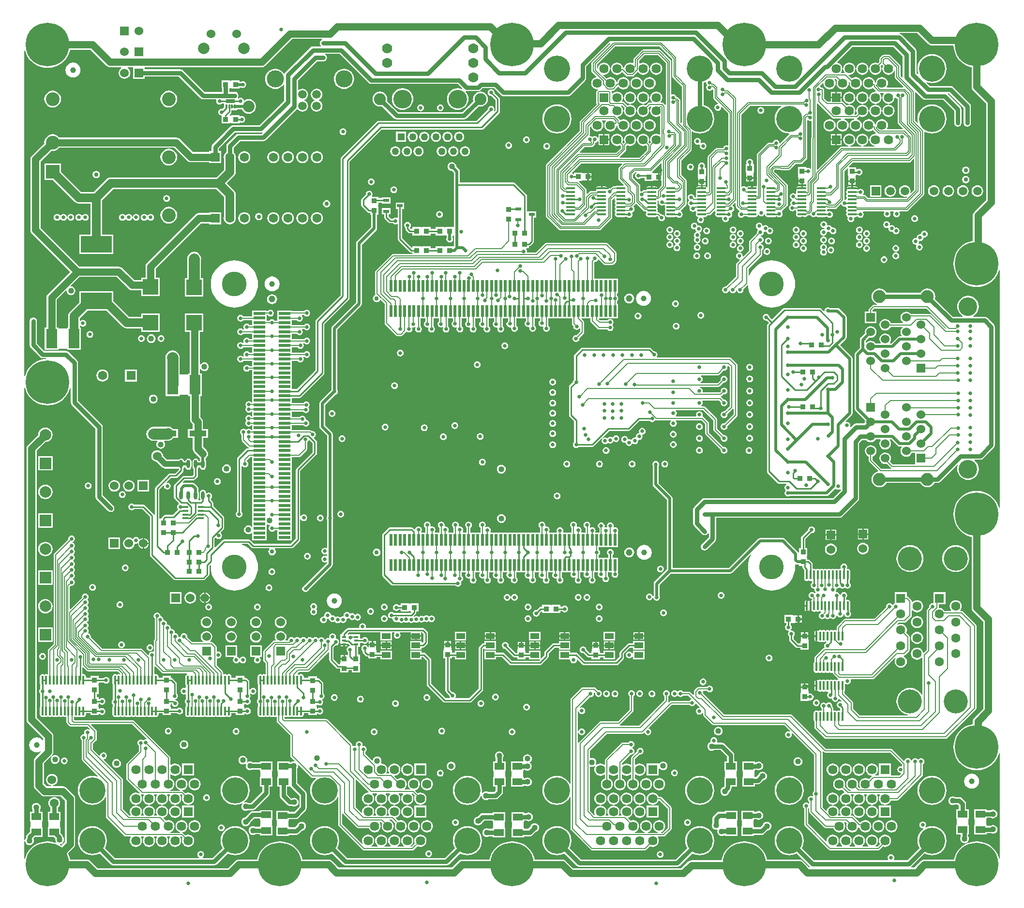
<source format=gtl>
G04*
G04 #@! TF.GenerationSoftware,Altium Limited,Altium Designer,23.9.2 (47)*
G04*
G04 Layer_Physical_Order=1*
G04 Layer_Color=255*
%FSLAX25Y25*%
%MOIN*%
G70*
G04*
G04 #@! TF.SameCoordinates,B33C0050-A697-4CE6-AC26-6465C715290A*
G04*
G04*
G04 #@! TF.FilePolarity,Positive*
G04*
G01*
G75*
%ADD14C,0.01000*%
%ADD18C,0.00600*%
%ADD20C,0.03000*%
%ADD21C,0.02000*%
%ADD27R,0.01900X0.08000*%
%ADD28R,0.08000X0.01900*%
%ADD29O,0.06299X0.01575*%
%ADD30O,0.01575X0.06299*%
%ADD31R,0.03740X0.03740*%
%ADD32R,0.03740X0.03740*%
%ADD33R,0.01181X0.03150*%
%ADD34R,0.06299X0.02717*%
%ADD35R,0.05906X0.03937*%
%ADD36O,0.04134X0.01575*%
%ADD37R,0.03150X0.01575*%
%ADD38R,0.06693X0.04528*%
%ADD39O,0.02362X0.05709*%
%ADD40R,0.03937X0.02362*%
%ADD41R,0.21260X0.11417*%
%ADD42R,0.10630X0.10630*%
%ADD43C,0.03937*%
%ADD44R,0.11811X0.03937*%
%ADD45R,0.07500X0.13500*%
%ADD95C,0.05000*%
%ADD96C,0.06000*%
%ADD97C,0.00700*%
%ADD98C,0.04000*%
%ADD99C,0.07500*%
%ADD100C,0.17000*%
%ADD101C,0.03000*%
%ADD102C,0.04598*%
%ADD103C,0.30000*%
%ADD104R,0.06000X0.06000*%
%ADD105C,0.06000*%
%ADD106C,0.12795*%
%ADD107C,0.08858*%
%ADD108R,0.06000X0.06000*%
%ADD109C,0.11811*%
%ADD110C,0.05906*%
%ADD111C,0.06400*%
%ADD112R,0.06400X0.06400*%
%ADD113C,0.18000*%
%ADD114R,0.05906X0.05906*%
%ADD115C,0.07000*%
%ADD116R,0.05000X0.05000*%
%ADD117C,0.05000*%
%ADD118C,0.08200*%
%ADD119R,0.09449X0.09449*%
%ADD120C,0.09449*%
%ADD121C,0.06299*%
%ADD122R,0.06299X0.06299*%
%ADD123C,0.07874*%
%ADD124R,0.06299X0.06299*%
%ADD125C,0.16535*%
%ADD126R,0.07874X0.07874*%
%ADD127C,0.02600*%
%ADD128C,0.04000*%
%ADD129C,0.08000*%
G36*
X706451Y674444D02*
Y660131D01*
X706129Y659942D01*
X705963Y659912D01*
X705025Y660849D01*
Y667497D01*
X704925Y668004D01*
X704637Y668434D01*
X697934Y675137D01*
X697504Y675425D01*
X696997Y675526D01*
X693433D01*
X692926Y675425D01*
X692496Y675137D01*
X690863Y673504D01*
X690575Y673074D01*
X690475Y672567D01*
Y670649D01*
X689589Y669764D01*
X688796Y670092D01*
X687700Y670236D01*
X686604Y670092D01*
X685582Y669669D01*
X684704Y668996D01*
X684031Y668118D01*
X683608Y667096D01*
X683464Y666000D01*
X683608Y664904D01*
X684031Y663882D01*
X684704Y663004D01*
X685582Y662331D01*
X686604Y661908D01*
X687700Y661764D01*
X688796Y661908D01*
X689818Y662331D01*
X690695Y663004D01*
X691369Y663882D01*
X691792Y664904D01*
X691936Y666000D01*
X691792Y667096D01*
X691464Y667889D01*
X692200Y668625D01*
X692936Y667889D01*
X692608Y667096D01*
X692464Y666000D01*
X692608Y664904D01*
X693031Y663882D01*
X693705Y663004D01*
X694582Y662331D01*
X695604Y661908D01*
X696700Y661764D01*
X697796Y661908D01*
X698818Y662331D01*
X699695Y663004D01*
X700369Y663882D01*
X700674Y664620D01*
X701174Y664521D01*
Y659803D01*
X701275Y659296D01*
X701563Y658866D01*
X706962Y653467D01*
X706770Y653005D01*
X695761D01*
X695540Y653453D01*
X695869Y653882D01*
X696292Y654904D01*
X696436Y656000D01*
X696292Y657096D01*
X695869Y658118D01*
X695195Y658995D01*
X694318Y659669D01*
X693296Y660092D01*
X692200Y660236D01*
X691104Y660092D01*
X690082Y659669D01*
X689205Y658995D01*
X688531Y658118D01*
X688108Y657096D01*
X688040Y656582D01*
X687700Y656405D01*
X687360Y656582D01*
X687292Y657096D01*
X686869Y658118D01*
X686196Y658995D01*
X685318Y659669D01*
X684296Y660092D01*
X683200Y660236D01*
X682104Y660092D01*
X681082Y659669D01*
X680204Y658995D01*
X679531Y658118D01*
X679108Y657096D01*
X678964Y656000D01*
X679108Y654904D01*
X679531Y653882D01*
X680204Y653005D01*
X681082Y652331D01*
X682104Y651908D01*
X683200Y651764D01*
X684296Y651908D01*
X685318Y652331D01*
X685828Y652723D01*
X686163Y652667D01*
X688179Y650651D01*
X687958Y650202D01*
X687700Y650236D01*
X686604Y650092D01*
X685582Y649669D01*
X684704Y648995D01*
X684031Y648118D01*
X683608Y647096D01*
X683464Y646000D01*
X683608Y644904D01*
X684031Y643882D01*
X684704Y643005D01*
X685582Y642331D01*
X686604Y641908D01*
X687700Y641764D01*
X688796Y641908D01*
X689818Y642331D01*
X690695Y643005D01*
X691369Y643882D01*
X691792Y644904D01*
X691936Y646000D01*
X691792Y647096D01*
X691369Y648118D01*
X690958Y648654D01*
X691204Y649154D01*
X693196D01*
X693442Y648654D01*
X693031Y648118D01*
X692608Y647096D01*
X692464Y646000D01*
X692608Y644904D01*
X693031Y643882D01*
X693705Y643005D01*
X694582Y642331D01*
X695604Y641908D01*
X696700Y641764D01*
X697796Y641908D01*
X698818Y642331D01*
X699695Y643005D01*
X700369Y643882D01*
X700792Y644904D01*
X700936Y645998D01*
X700941Y646002D01*
X701417Y646178D01*
X701642Y645842D01*
X702403Y645333D01*
X702975Y645220D01*
Y629003D01*
X703075Y628496D01*
X703363Y628066D01*
X706741Y624687D01*
X706550Y624226D01*
X695930D01*
X695709Y624674D01*
X695869Y624882D01*
X696292Y625904D01*
X696436Y627000D01*
X696292Y628096D01*
X695869Y629118D01*
X695195Y629995D01*
X694318Y630669D01*
X693296Y631092D01*
X692200Y631236D01*
X691104Y631092D01*
X690082Y630669D01*
X689205Y629995D01*
X688531Y629118D01*
X688108Y628096D01*
X688056Y627700D01*
X687517Y627436D01*
X687367Y627523D01*
X687292Y628096D01*
X686869Y629118D01*
X686196Y629995D01*
X685318Y630669D01*
X684296Y631092D01*
X683200Y631236D01*
X682104Y631092D01*
X681082Y630669D01*
X680204Y629995D01*
X679531Y629118D01*
X679108Y628096D01*
X678964Y627000D01*
X679108Y625904D01*
X679531Y624882D01*
X680204Y624005D01*
X681082Y623331D01*
X682104Y622908D01*
X683200Y622764D01*
X684296Y622908D01*
X685318Y623331D01*
X685774Y623681D01*
X686223Y623607D01*
X688179Y621651D01*
X687958Y621202D01*
X687700Y621236D01*
X686604Y621092D01*
X685582Y620669D01*
X684704Y619995D01*
X684031Y619118D01*
X683608Y618096D01*
X683464Y617000D01*
X683608Y615904D01*
X684031Y614882D01*
X684704Y614005D01*
X685582Y613331D01*
X686604Y612908D01*
X687114Y612841D01*
X687081Y612341D01*
X679319D01*
X679286Y612841D01*
X679796Y612908D01*
X680818Y613331D01*
X681696Y614005D01*
X682369Y614882D01*
X682792Y615904D01*
X682936Y617000D01*
X682792Y618096D01*
X682369Y619118D01*
X681696Y619995D01*
X680818Y620669D01*
X679796Y621092D01*
X678700Y621236D01*
X677604Y621092D01*
X676582Y620669D01*
X675704Y619995D01*
X675031Y619118D01*
X674608Y618096D01*
X674464Y617000D01*
X674608Y615904D01*
X675031Y614882D01*
X675704Y614005D01*
X676582Y613331D01*
X677604Y612908D01*
X678114Y612841D01*
X678081Y612341D01*
X670319D01*
X670286Y612841D01*
X670796Y612908D01*
X671818Y613331D01*
X672695Y614005D01*
X673369Y614882D01*
X673792Y615904D01*
X673936Y617000D01*
X673792Y618096D01*
X673369Y619118D01*
X672695Y619995D01*
X671818Y620669D01*
X670796Y621092D01*
X669700Y621236D01*
X668604Y621092D01*
X667582Y620669D01*
X666705Y619995D01*
X666031Y619118D01*
X665608Y618096D01*
X665464Y617000D01*
X665608Y615904D01*
X666031Y614882D01*
X666705Y614005D01*
X667582Y613331D01*
X668604Y612908D01*
X669114Y612841D01*
X669081Y612341D01*
X664398D01*
X663891Y612240D01*
X663461Y611953D01*
X647787Y596279D01*
X647326Y596470D01*
Y616982D01*
X647425Y617130D01*
X647526Y617637D01*
Y641795D01*
X648026Y642002D01*
X658065Y631963D01*
X658495Y631675D01*
X659002Y631574D01*
X664016D01*
X664104Y631092D01*
X663082Y630669D01*
X662205Y629995D01*
X661531Y629118D01*
X661108Y628096D01*
X660964Y627000D01*
X661108Y625904D01*
X661531Y624882D01*
X662205Y624005D01*
X663082Y623331D01*
X664104Y622908D01*
X665200Y622764D01*
X666296Y622908D01*
X667318Y623331D01*
X668195Y624005D01*
X668869Y624882D01*
X669292Y625904D01*
X669436Y627000D01*
X669292Y628096D01*
X668869Y629118D01*
X668195Y629995D01*
X667318Y630669D01*
X666296Y631092D01*
X666384Y631574D01*
X673016D01*
X673104Y631092D01*
X672082Y630669D01*
X671205Y629995D01*
X670531Y629118D01*
X670108Y628096D01*
X669964Y627000D01*
X670108Y625904D01*
X670531Y624882D01*
X671205Y624005D01*
X672082Y623331D01*
X673104Y622908D01*
X674200Y622764D01*
X675296Y622908D01*
X676318Y623331D01*
X677196Y624005D01*
X677869Y624882D01*
X678292Y625904D01*
X678436Y627000D01*
X678292Y628096D01*
X677869Y629118D01*
X677196Y629995D01*
X676318Y630669D01*
X675296Y631092D01*
X674960Y631136D01*
X674943Y631643D01*
X675107Y631675D01*
X675537Y631963D01*
X676811Y633236D01*
X677604Y632908D01*
X678700Y632764D01*
X679796Y632908D01*
X680818Y633331D01*
X681696Y634004D01*
X682369Y634882D01*
X682792Y635904D01*
X682936Y637000D01*
X682792Y638096D01*
X682369Y639118D01*
X681696Y639995D01*
X680818Y640669D01*
X679796Y641092D01*
X678700Y641236D01*
X677604Y641092D01*
X676582Y640669D01*
X675704Y639995D01*
X675031Y639118D01*
X674608Y638096D01*
X674464Y637000D01*
X674608Y635904D01*
X674936Y635111D01*
X674051Y634226D01*
X673430D01*
X673209Y634674D01*
X673369Y634882D01*
X673792Y635904D01*
X673936Y637000D01*
X673792Y638096D01*
X673369Y639118D01*
X672695Y639995D01*
X671818Y640669D01*
X670796Y641092D01*
X669700Y641236D01*
X668604Y641092D01*
X667811Y640764D01*
X665737Y642837D01*
X665307Y643125D01*
X664800Y643225D01*
X664500D01*
Y645500D01*
X660700D01*
X656900D01*
Y643225D01*
X654809D01*
X652518Y645516D01*
Y651221D01*
X652418Y651728D01*
X652130Y652158D01*
X651779Y652510D01*
X651349Y652797D01*
X650841Y652898D01*
X650259D01*
X650037Y653231D01*
X649623Y653507D01*
X649574Y654005D01*
X651472Y655903D01*
X652000Y655724D01*
X652108Y654904D01*
X652531Y653882D01*
X653204Y653005D01*
X654082Y652331D01*
X655104Y651908D01*
X656200Y651764D01*
X657296Y651908D01*
X658318Y652331D01*
X659196Y653005D01*
X659869Y653882D01*
X660292Y654904D01*
X660436Y656000D01*
X660292Y657096D01*
X659869Y658118D01*
X659578Y658497D01*
X659799Y658945D01*
X660381D01*
X661436Y657889D01*
X661108Y657096D01*
X660964Y656000D01*
X661108Y654904D01*
X661531Y653882D01*
X662205Y653005D01*
X663082Y652331D01*
X664104Y651908D01*
X665200Y651764D01*
X666296Y651908D01*
X667318Y652331D01*
X668195Y653005D01*
X668869Y653882D01*
X669292Y654904D01*
X669436Y656000D01*
X669372Y656486D01*
X669843Y656744D01*
X670040Y656579D01*
X669964Y656000D01*
X670108Y654904D01*
X670531Y653882D01*
X671205Y653005D01*
X672082Y652331D01*
X673104Y651908D01*
X674200Y651764D01*
X675296Y651908D01*
X676318Y652331D01*
X677196Y653005D01*
X677869Y653882D01*
X678292Y654904D01*
X678436Y656000D01*
X678292Y657096D01*
X677869Y658118D01*
X677196Y658995D01*
X676318Y659669D01*
X675296Y660092D01*
X674200Y660236D01*
X673104Y660092D01*
X672082Y659669D01*
X671414Y659156D01*
X669220Y661349D01*
X669442Y661798D01*
X669700Y661764D01*
X670796Y661908D01*
X671818Y662331D01*
X672695Y663004D01*
X673369Y663882D01*
X673792Y664904D01*
X673936Y666000D01*
X673792Y667096D01*
X673369Y668118D01*
X672695Y668996D01*
X671818Y669669D01*
X670796Y670092D01*
X669700Y670236D01*
X668604Y670092D01*
X667582Y669669D01*
X666705Y668996D01*
X666031Y668118D01*
X665608Y667096D01*
X665464Y666000D01*
X665608Y664904D01*
X666031Y663882D01*
X666481Y663296D01*
X666234Y662796D01*
X664166D01*
X663919Y663296D01*
X664369Y663882D01*
X664792Y664904D01*
X664936Y666000D01*
X664792Y667096D01*
X664369Y668118D01*
X663695Y668996D01*
X662818Y669669D01*
X661796Y670092D01*
X661566Y670122D01*
X661405Y670596D01*
X671761Y680951D01*
X699944D01*
X706451Y674444D01*
D02*
G37*
G36*
X724004Y683004D02*
X724735Y682443D01*
X725586Y682090D01*
X726500Y681970D01*
X726500Y681970D01*
X741492D01*
X741648Y679989D01*
X742236Y677540D01*
X743200Y675214D01*
X744516Y673066D01*
X746151Y671151D01*
X748066Y669516D01*
X750214Y668200D01*
X752540Y667236D01*
X753970Y666893D01*
Y653500D01*
X754090Y652586D01*
X754443Y651735D01*
X755004Y651004D01*
X763970Y642038D01*
Y575462D01*
X755909Y567402D01*
X755348Y566671D01*
X754996Y565819D01*
X754875Y564906D01*
Y547325D01*
X752540Y546764D01*
X750214Y545800D01*
X748066Y544484D01*
X746151Y542849D01*
X744516Y540934D01*
X743200Y538786D01*
X742236Y536460D01*
X741648Y534011D01*
X741451Y531500D01*
X741648Y528989D01*
X742236Y526540D01*
X743200Y524214D01*
X744516Y522066D01*
X746151Y520151D01*
X748066Y518516D01*
X750214Y517200D01*
X752540Y516236D01*
X754989Y515648D01*
X757500Y515450D01*
X760011Y515648D01*
X762460Y516236D01*
X764786Y517200D01*
X766934Y518516D01*
X768849Y520151D01*
X770484Y522066D01*
X771800Y524214D01*
X772764Y526540D01*
X772971Y527401D01*
X773471Y527342D01*
Y363158D01*
X772971Y363099D01*
X772764Y363960D01*
X771800Y366286D01*
X770484Y368434D01*
X768849Y370349D01*
X766934Y371984D01*
X764786Y373300D01*
X762460Y374264D01*
X760011Y374852D01*
X757500Y375049D01*
X754989Y374852D01*
X752540Y374264D01*
X750214Y373300D01*
X748066Y371984D01*
X746151Y370349D01*
X744516Y368434D01*
X743200Y366286D01*
X742236Y363960D01*
X741648Y361511D01*
X741451Y359000D01*
X741648Y356489D01*
X742236Y354040D01*
X743200Y351714D01*
X744516Y349566D01*
X746151Y347651D01*
X748066Y346016D01*
X750214Y344700D01*
X752540Y343736D01*
X753970Y343393D01*
Y294500D01*
X754090Y293586D01*
X754443Y292735D01*
X755004Y292004D01*
X761970Y285038D01*
Y224962D01*
X755909Y218902D01*
X755348Y218171D01*
X754996Y217319D01*
X754875Y216406D01*
Y214324D01*
X752540Y213764D01*
X750214Y212800D01*
X748066Y211484D01*
X746151Y209849D01*
X744516Y207934D01*
X743200Y205786D01*
X742236Y203460D01*
X741648Y201011D01*
X741451Y198500D01*
X741648Y195989D01*
X742236Y193540D01*
X743200Y191214D01*
X744516Y189066D01*
X746151Y187151D01*
X748066Y185516D01*
X750214Y184200D01*
X752540Y183236D01*
X754989Y182648D01*
X757500Y182450D01*
X760011Y182648D01*
X762460Y183236D01*
X764786Y184200D01*
X766934Y185516D01*
X768849Y187151D01*
X770484Y189066D01*
X771800Y191214D01*
X772764Y193540D01*
X772971Y194401D01*
X773471Y194342D01*
Y121658D01*
X772971Y121599D01*
X772764Y122460D01*
X771800Y124786D01*
X770484Y126934D01*
X768849Y128849D01*
X766934Y130484D01*
X764786Y131800D01*
X762460Y132764D01*
X760011Y133352D01*
X757500Y133549D01*
X754989Y133352D01*
X752540Y132764D01*
X750214Y131800D01*
X748066Y130484D01*
X746151Y128849D01*
X744516Y126934D01*
X743200Y124786D01*
X742236Y122460D01*
X741893Y121030D01*
X721500D01*
X720586Y120910D01*
X719735Y120557D01*
X719004Y119996D01*
X714538Y115530D01*
X712403D01*
X712252Y116030D01*
X712502Y116198D01*
X721660Y125355D01*
X722855Y124716D01*
X724740Y124145D01*
X726700Y123952D01*
X728660Y124145D01*
X730545Y124716D01*
X732283Y125645D01*
X733805Y126895D01*
X735055Y128417D01*
X735984Y130155D01*
X736555Y132040D01*
X736748Y134000D01*
X736555Y135960D01*
X735984Y137845D01*
X735055Y139583D01*
X733805Y141105D01*
X732283Y142355D01*
X730545Y143283D01*
X728660Y143855D01*
X726700Y144048D01*
X724740Y143855D01*
X722855Y143283D01*
X722497Y143092D01*
X722151Y143474D01*
X722503Y144001D01*
X722681Y144898D01*
X722503Y145796D01*
X721994Y146556D01*
X721234Y147065D01*
X720336Y147243D01*
X719439Y147065D01*
X718678Y146556D01*
X718169Y145796D01*
X717991Y144898D01*
X718169Y144001D01*
X718678Y143240D01*
X719439Y142732D01*
X720336Y142553D01*
X720646Y142615D01*
X720866Y142149D01*
X719595Y141105D01*
X718345Y139583D01*
X717416Y137845D01*
X716845Y135960D01*
X716652Y134000D01*
X716845Y132040D01*
X717416Y130155D01*
X718055Y128960D01*
X709644Y120549D01*
X700620D01*
X700352Y121049D01*
X700619Y121447D01*
X700797Y122345D01*
X700619Y123242D01*
X700110Y124003D01*
X699349Y124511D01*
X698452Y124690D01*
X697554Y124511D01*
X696794Y124003D01*
X696285Y123242D01*
X696107Y122345D01*
X696285Y121447D01*
X696552Y121049D01*
X696284Y120549D01*
X645356D01*
X636945Y128960D01*
X637583Y130155D01*
X638155Y132040D01*
X638348Y134000D01*
X638155Y135960D01*
X637583Y137845D01*
X636655Y139583D01*
X635405Y141105D01*
X633883Y142355D01*
X632145Y143283D01*
X630260Y143855D01*
X628300Y144048D01*
X626340Y143855D01*
X624455Y143283D01*
X622717Y142355D01*
X621195Y141105D01*
X619945Y139583D01*
X619017Y137845D01*
X618445Y135960D01*
X618252Y134000D01*
X618445Y132040D01*
X619017Y130155D01*
X619945Y128417D01*
X621195Y126895D01*
X622717Y125645D01*
X624455Y124716D01*
X626340Y124145D01*
X628300Y123952D01*
X630260Y124145D01*
X632145Y124716D01*
X633340Y125355D01*
X642489Y116206D01*
X642489Y116164D01*
X642368Y115683D01*
X642121Y115646D01*
X637771Y119996D01*
X637039Y120557D01*
X636188Y120910D01*
X635274Y121030D01*
X613107D01*
X612764Y122460D01*
X611800Y124786D01*
X610484Y126934D01*
X608849Y128849D01*
X606934Y130484D01*
X604786Y131800D01*
X602460Y132764D01*
X600011Y133352D01*
X597500Y133549D01*
X594989Y133352D01*
X592540Y132764D01*
X590214Y131800D01*
X588066Y130484D01*
X586151Y128849D01*
X584516Y126934D01*
X583200Y124786D01*
X582236Y122460D01*
X581773Y120530D01*
X561000D01*
X560086Y120410D01*
X559235Y120057D01*
X558504Y119496D01*
X554038Y115030D01*
X479462D01*
X474496Y119996D01*
X473765Y120557D01*
X472914Y120910D01*
X472000Y121030D01*
X453107D01*
X452764Y122460D01*
X451800Y124786D01*
X450484Y126934D01*
X448849Y128849D01*
X446934Y130484D01*
X444786Y131800D01*
X442460Y132764D01*
X440011Y133352D01*
X437500Y133549D01*
X434989Y133352D01*
X432540Y132764D01*
X430214Y131800D01*
X428066Y130484D01*
X426151Y128849D01*
X424516Y126934D01*
X423200Y124786D01*
X422236Y122460D01*
X421893Y121030D01*
X403000D01*
X402086Y120910D01*
X401235Y120557D01*
X400504Y119996D01*
X396038Y115530D01*
X317962D01*
X313496Y119996D01*
X312765Y120557D01*
X311914Y120910D01*
X311000Y121030D01*
X293107D01*
X292764Y122460D01*
X291800Y124786D01*
X290484Y126934D01*
X288849Y128849D01*
X286934Y130484D01*
X284786Y131800D01*
X282460Y132764D01*
X280011Y133352D01*
X277500Y133549D01*
X274989Y133352D01*
X272540Y132764D01*
X270214Y131800D01*
X268066Y130484D01*
X266151Y128849D01*
X264516Y126934D01*
X263200Y124786D01*
X262236Y122460D01*
X261893Y121030D01*
X249179D01*
X248265Y120910D01*
X247413Y120557D01*
X246682Y119996D01*
X241716Y115030D01*
X151962D01*
X146996Y119996D01*
X146265Y120557D01*
X145414Y120910D01*
X144500Y121030D01*
X133107D01*
X132764Y122460D01*
X131800Y124786D01*
X131535Y125220D01*
X135496Y129181D01*
X136057Y129913D01*
X136410Y130764D01*
X136530Y131678D01*
Y163000D01*
X136410Y163914D01*
X136057Y164765D01*
X135496Y165496D01*
X130496Y170496D01*
X129765Y171057D01*
X128914Y171410D01*
X128000Y171530D01*
X121024D01*
X120992Y172030D01*
X121544Y172103D01*
X122517Y172506D01*
X123353Y173147D01*
X123994Y173983D01*
X124397Y174956D01*
X124534Y176000D01*
X124397Y177044D01*
X123994Y178017D01*
X123353Y178853D01*
X122517Y179494D01*
X121544Y179897D01*
X120500Y180034D01*
X119456Y179897D01*
X118483Y179494D01*
X117647Y178853D01*
X117006Y178017D01*
X116603Y177044D01*
X116465Y176000D01*
X116603Y174956D01*
X117006Y173983D01*
X117647Y173147D01*
X118483Y172506D01*
X119456Y172103D01*
X120008Y172030D01*
X119976Y171530D01*
X116962D01*
X115030Y173462D01*
Y187288D01*
X119889Y192146D01*
X120266Y191816D01*
X120033Y191513D01*
X119731Y190783D01*
X119628Y190000D01*
X119731Y189217D01*
X120033Y188487D01*
X120514Y187860D01*
X121141Y187380D01*
X121870Y187077D01*
X122653Y186974D01*
X123437Y187077D01*
X124167Y187380D01*
X124793Y187860D01*
X125274Y188487D01*
X125576Y189217D01*
X125679Y190000D01*
X125576Y190783D01*
X125274Y191513D01*
X124793Y192140D01*
X124167Y192621D01*
X123437Y192923D01*
X122653Y193026D01*
X121870Y192923D01*
X121141Y192621D01*
X120837Y192388D01*
X120496Y192754D01*
X121057Y193485D01*
X121410Y194336D01*
X121530Y195250D01*
Y206000D01*
X121530Y206000D01*
X121410Y206914D01*
X121057Y207765D01*
X120496Y208496D01*
X110030Y218962D01*
Y402780D01*
X116015Y408765D01*
X117289Y408933D01*
X118490Y409430D01*
X119521Y410221D01*
X120312Y411253D01*
X120810Y412454D01*
X120980Y413742D01*
X120810Y415031D01*
X120312Y416232D01*
X119521Y417264D01*
X118490Y418055D01*
X117289Y418552D01*
X116000Y418722D01*
X114711Y418552D01*
X113510Y418055D01*
X112479Y417264D01*
X111688Y416232D01*
X111190Y415031D01*
X111022Y413757D01*
X104004Y406739D01*
X103443Y406008D01*
X103090Y405156D01*
X102970Y404243D01*
Y217500D01*
X103090Y216586D01*
X103443Y215735D01*
X104004Y215004D01*
X114470Y204538D01*
Y203386D01*
X113996Y203225D01*
X113662Y203661D01*
X112589Y204484D01*
X111340Y205002D01*
X110000Y205178D01*
X108660Y205002D01*
X107411Y204484D01*
X106339Y203661D01*
X105516Y202589D01*
X104998Y201340D01*
X104822Y200000D01*
X104998Y198660D01*
X105516Y197411D01*
X106339Y196338D01*
X107411Y195516D01*
X108660Y194998D01*
X110000Y194822D01*
X111340Y194998D01*
X112589Y195516D01*
X112870Y195113D01*
X109004Y191246D01*
X108443Y190515D01*
X108090Y189664D01*
X107970Y188750D01*
Y172000D01*
X108090Y171086D01*
X108443Y170235D01*
X109004Y169504D01*
X113004Y165504D01*
X113735Y164943D01*
X114586Y164590D01*
X115500Y164470D01*
X126538D01*
X129470Y161538D01*
Y133140D01*
X126860Y130530D01*
X125842Y131153D01*
Y131156D01*
X125987Y131651D01*
X126626Y131735D01*
X127356Y132037D01*
X127982Y132518D01*
X128463Y133144D01*
X128765Y133874D01*
X128868Y134658D01*
X128765Y135441D01*
X128463Y136170D01*
X128350Y136318D01*
X128198Y137085D01*
X127645Y137911D01*
X126376Y139180D01*
Y143186D01*
X126356D01*
X125987Y143686D01*
X126002Y143761D01*
Y146910D01*
X125987Y146985D01*
X126356Y147485D01*
X126376D01*
Y154013D01*
X124618D01*
Y156845D01*
X124921Y157079D01*
X125563Y157914D01*
X125965Y158887D01*
X126103Y159932D01*
X125965Y160976D01*
X125563Y161949D01*
X124921Y162784D01*
X124086Y163426D01*
X123113Y163829D01*
X122069Y163966D01*
X121024Y163829D01*
X120051Y163426D01*
X119216Y162784D01*
X118575Y161949D01*
X118171Y160976D01*
X118034Y159932D01*
X118171Y158887D01*
X118575Y157914D01*
X119216Y157079D01*
X119519Y156845D01*
Y154013D01*
X117683D01*
Y147485D01*
X117703D01*
X118072Y146985D01*
X118057Y146910D01*
Y143761D01*
X118072Y143686D01*
X117703Y143186D01*
X117683D01*
Y136658D01*
X121688D01*
X122918Y135429D01*
X122817Y134658D01*
X122920Y133874D01*
X123222Y133144D01*
X123397Y132917D01*
X123082Y132506D01*
X122460Y132764D01*
X120011Y133352D01*
X117500Y133549D01*
X114989Y133352D01*
X112540Y132764D01*
X110214Y131800D01*
X108066Y130484D01*
X106151Y128849D01*
X104516Y126934D01*
X103200Y124786D01*
X102236Y122460D01*
X102029Y121599D01*
X101529Y121658D01*
Y133547D01*
X102029Y133580D01*
X102077Y133217D01*
X102380Y132487D01*
X102860Y131860D01*
X103487Y131379D01*
X104217Y131077D01*
X105000Y130974D01*
X105783Y131077D01*
X106513Y131379D01*
X107140Y131860D01*
X107621Y132487D01*
X107923Y133217D01*
X108026Y134000D01*
X107923Y134783D01*
X107740Y135224D01*
Y135447D01*
X108951Y136658D01*
X114039D01*
Y143186D01*
X114020D01*
X113650Y143686D01*
X113665Y143761D01*
Y146910D01*
X113650Y146985D01*
X114020Y147485D01*
X114039D01*
Y154013D01*
X112242D01*
Y155394D01*
X112313Y155487D01*
X112616Y156217D01*
X112719Y157000D01*
X112616Y157783D01*
X112313Y158513D01*
X111832Y159140D01*
X111206Y159620D01*
X110476Y159923D01*
X109693Y160026D01*
X108910Y159923D01*
X108180Y159620D01*
X107553Y159140D01*
X107072Y158513D01*
X106770Y157783D01*
X106667Y157000D01*
X106770Y156217D01*
X107072Y155487D01*
X107144Y155394D01*
Y154013D01*
X105347D01*
Y147485D01*
X105366D01*
X105735Y146985D01*
X105721Y146910D01*
Y143761D01*
X105735Y143686D01*
X105366Y143186D01*
X105347D01*
Y140263D01*
X103389Y138306D01*
X102836Y137479D01*
X102642Y136503D01*
Y135855D01*
X102380Y135513D01*
X102077Y134783D01*
X102029Y134420D01*
X101529Y134453D01*
Y445842D01*
X102029Y445901D01*
X102236Y445040D01*
X103200Y442714D01*
X104516Y440566D01*
X106151Y438651D01*
X108066Y437016D01*
X110214Y435700D01*
X112540Y434736D01*
X114989Y434148D01*
X117500Y433951D01*
X120011Y434148D01*
X122460Y434736D01*
X124786Y435700D01*
X126934Y437016D01*
X128849Y438651D01*
X130484Y440566D01*
X131800Y442714D01*
X132764Y445040D01*
X132951Y445820D01*
X133451Y445760D01*
Y436077D01*
X133645Y435102D01*
X134198Y434275D01*
X150451Y418021D01*
Y371000D01*
X150645Y370024D01*
X151198Y369198D01*
X159198Y361198D01*
X160024Y360645D01*
X161000Y360451D01*
X161976Y360645D01*
X162802Y361198D01*
X163355Y362024D01*
X163549Y363000D01*
X163355Y363976D01*
X162802Y364802D01*
X155549Y372056D01*
Y419077D01*
X155355Y420053D01*
X154802Y420880D01*
X138549Y437133D01*
Y463151D01*
X138355Y464127D01*
X137802Y464954D01*
X131954Y470802D01*
X131127Y471355D01*
X130151Y471549D01*
X115150D01*
X110163Y476537D01*
Y492000D01*
X109969Y492976D01*
X109416Y493802D01*
X108589Y494355D01*
X107614Y494549D01*
X106638Y494355D01*
X105811Y493802D01*
X105259Y492976D01*
X105065Y492000D01*
Y475481D01*
X105259Y474505D01*
X105811Y473678D01*
X112292Y467198D01*
X113119Y466645D01*
X114094Y466451D01*
X116229D01*
X116249Y465951D01*
X114989Y465852D01*
X112540Y465264D01*
X110214Y464300D01*
X108066Y462984D01*
X106151Y461349D01*
X104516Y459434D01*
X103200Y457286D01*
X102236Y454960D01*
X102029Y454099D01*
X101529Y454158D01*
Y678342D01*
X102029Y678401D01*
X102236Y677540D01*
X103200Y675214D01*
X104516Y673066D01*
X106151Y671151D01*
X108066Y669516D01*
X110214Y668200D01*
X112540Y667236D01*
X114989Y666648D01*
X117500Y666451D01*
X120011Y666648D01*
X122460Y667236D01*
X124786Y668200D01*
X126934Y669516D01*
X128849Y671151D01*
X130484Y673066D01*
X131800Y675214D01*
X132764Y677540D01*
X133107Y678970D01*
X147038D01*
X158004Y668004D01*
X158735Y667443D01*
X159586Y667090D01*
X160500Y666970D01*
X168190D01*
X168454Y666523D01*
X168451Y666470D01*
X167647Y665853D01*
X167006Y665017D01*
X166603Y664044D01*
X166465Y663000D01*
X166603Y661956D01*
X167006Y660983D01*
X167647Y660147D01*
X168483Y659506D01*
X169456Y659103D01*
X170500Y658965D01*
X171544Y659103D01*
X172517Y659506D01*
X173353Y660147D01*
X173994Y660983D01*
X174397Y661956D01*
X174534Y663000D01*
X174397Y664044D01*
X173994Y665017D01*
X173353Y665853D01*
X172549Y666470D01*
X172546Y666523D01*
X172810Y666970D01*
X176500D01*
Y659000D01*
X184500D01*
Y660451D01*
X207883D01*
X222774Y645560D01*
X223601Y645007D01*
X224576Y644813D01*
X233488D01*
X233771Y644313D01*
X233618Y643547D01*
X233797Y642650D01*
X234305Y641889D01*
X235066Y641381D01*
X235963Y641202D01*
X236861Y641381D01*
X237622Y641889D01*
X237739Y642065D01*
X239015D01*
Y639509D01*
X237806Y638301D01*
X237345Y638392D01*
X236447Y638214D01*
X235686Y637706D01*
X235178Y636945D01*
X234999Y636047D01*
X235178Y635150D01*
X235686Y634389D01*
X236447Y633881D01*
X237342Y633703D01*
Y628177D01*
X243082D01*
Y628453D01*
X244035D01*
Y628177D01*
X249775D01*
Y628737D01*
X250216Y628973D01*
X250353Y628881D01*
X251251Y628702D01*
X252148Y628881D01*
X252909Y629389D01*
X253417Y630150D01*
X253596Y631047D01*
X253417Y631945D01*
X252909Y632705D01*
X252148Y633214D01*
X251251Y633392D01*
X250353Y633214D01*
X250216Y633122D01*
X249775Y633357D01*
Y633917D01*
X244035D01*
Y633642D01*
X243467D01*
X243095Y633908D01*
X243013Y634233D01*
X242977Y634398D01*
X243655Y635076D01*
X243987Y635572D01*
X244103Y636158D01*
Y637347D01*
X248101D01*
Y637882D01*
X251383D01*
X251584Y637399D01*
X252385Y636354D01*
X253430Y635553D01*
X254646Y635049D01*
X255951Y634877D01*
X257256Y635049D01*
X258473Y635553D01*
X259517Y636354D01*
X260319Y637399D01*
X260822Y638615D01*
X260994Y639920D01*
X260822Y641226D01*
X260319Y642442D01*
X259517Y643486D01*
X258473Y644288D01*
X257256Y644792D01*
X255951Y644964D01*
X254646Y644792D01*
X253430Y644288D01*
X253155Y644077D01*
X252687Y644253D01*
X252630Y644539D01*
X252122Y645300D01*
X251361Y645808D01*
X250463Y645987D01*
X249566Y645808D01*
X248994Y645426D01*
X248849Y645461D01*
X248627Y646029D01*
X248866Y646387D01*
X249060Y647362D01*
X248866Y648338D01*
X248313Y649165D01*
X248101Y649306D01*
Y649937D01*
X242761D01*
Y652177D01*
X243082D01*
Y652453D01*
X244035D01*
Y652177D01*
X249775D01*
Y653008D01*
X250875D01*
X251066Y652881D01*
X251963Y652702D01*
X252861Y652881D01*
X253622Y653389D01*
X254130Y654150D01*
X254308Y655047D01*
X254130Y655945D01*
X253622Y656706D01*
X252861Y657214D01*
X251963Y657392D01*
X251066Y657214D01*
X250875Y657086D01*
X249775D01*
Y657917D01*
X244035D01*
Y657642D01*
X243082D01*
Y657917D01*
X237342D01*
Y652177D01*
X237663D01*
Y649911D01*
X225632D01*
X210741Y664802D01*
X209914Y665355D01*
X208939Y665549D01*
X184500D01*
Y666970D01*
X265000D01*
X265914Y667090D01*
X266765Y667443D01*
X267496Y668004D01*
X285962Y686470D01*
X306441D01*
X306534Y686015D01*
X306524Y685970D01*
X305714Y685428D01*
X305161Y684601D01*
X304967Y683626D01*
X305161Y682651D01*
X305714Y681823D01*
X305728Y681809D01*
X305570Y681309D01*
X300260D01*
X299285Y681115D01*
X298458Y680563D01*
X281198Y663302D01*
X280693Y662548D01*
X280172Y662463D01*
X280027Y662734D01*
X279164Y663785D01*
X278112Y664648D01*
X276913Y665289D01*
X275611Y665684D01*
X274257Y665818D01*
X272904Y665684D01*
X271602Y665289D01*
X270402Y664648D01*
X269351Y663785D01*
X268488Y662734D01*
X267847Y661534D01*
X267452Y660232D01*
X267318Y658879D01*
X267452Y657525D01*
X267847Y656223D01*
X268488Y655024D01*
X269351Y653972D01*
X270402Y653109D01*
X271602Y652468D01*
X272904Y652073D01*
X274257Y651940D01*
X275611Y652073D01*
X276913Y652468D01*
X278112Y653109D01*
X279164Y653972D01*
X279951Y654931D01*
X280451Y654831D01*
Y644056D01*
X263444Y627049D01*
X245500D01*
X244525Y626855D01*
X243698Y626302D01*
X231198Y613802D01*
X230645Y612976D01*
X230451Y612000D01*
Y609150D01*
X228850D01*
Y608530D01*
X217592D01*
X208626Y617496D01*
X207895Y618057D01*
X207044Y618410D01*
X206130Y618530D01*
X125507D01*
X125083Y619083D01*
X123887Y620000D01*
X122494Y620577D01*
X121000Y620774D01*
X119506Y620577D01*
X118113Y620000D01*
X116917Y619083D01*
X116000Y617887D01*
X115423Y616494D01*
X115226Y615000D01*
X115278Y614611D01*
X106661Y605994D01*
X106100Y605263D01*
X105748Y604412D01*
X105627Y603498D01*
Y554843D01*
X105748Y553929D01*
X106100Y553077D01*
X106661Y552346D01*
X133008Y526000D01*
X117756Y510748D01*
X117195Y510017D01*
X116842Y509166D01*
X116722Y508252D01*
Y487750D01*
X115502D01*
Y472250D01*
X125002D01*
Y472818D01*
X125200Y472980D01*
X130800D01*
X130998Y472818D01*
Y472250D01*
X140498D01*
Y487750D01*
X139783D01*
Y488600D01*
X140282Y488771D01*
X140937Y488333D01*
X141835Y488155D01*
X142732Y488333D01*
X143493Y488842D01*
X144001Y489603D01*
X144180Y490500D01*
X144001Y491397D01*
X143493Y492158D01*
X142732Y492667D01*
X141835Y492845D01*
X140937Y492667D01*
X140282Y492229D01*
X139783Y492400D01*
Y494010D01*
X145076Y499303D01*
X157991D01*
X169147Y488147D01*
X169147Y488147D01*
X169983Y487506D01*
X170956Y487103D01*
X172000Y486966D01*
X172000Y486966D01*
X182185D01*
Y484685D01*
X194815D01*
Y497315D01*
X182185D01*
Y495035D01*
X173671D01*
X162630Y506076D01*
Y512720D01*
X139370D01*
Y505009D01*
X132895Y498534D01*
X132254Y497698D01*
X131851Y496725D01*
X131713Y495681D01*
X131713Y495681D01*
Y487750D01*
X130998D01*
Y487182D01*
X130800Y487020D01*
X125200D01*
X125002Y487182D01*
Y487750D01*
X123782D01*
Y506790D01*
X130097Y513104D01*
X130509Y512928D01*
X130577Y512878D01*
X130677Y512117D01*
X130980Y511387D01*
X131460Y510760D01*
X132087Y510280D01*
X132817Y509977D01*
X133600Y509874D01*
X134383Y509977D01*
X135113Y510280D01*
X135740Y510760D01*
X136221Y511387D01*
X136523Y512117D01*
X136626Y512900D01*
X136523Y513683D01*
X136221Y514413D01*
X135740Y515040D01*
X135113Y515520D01*
X134383Y515823D01*
X133623Y515923D01*
X133572Y515991D01*
X133396Y516403D01*
X139462Y522470D01*
X165038D01*
X173189Y514319D01*
X173920Y513758D01*
X174771Y513405D01*
X175685Y513285D01*
X182185D01*
Y509185D01*
X194815D01*
Y521815D01*
X192030D01*
Y528301D01*
X223104Y559374D01*
X228850D01*
Y558755D01*
X237150D01*
Y567054D01*
X228850D01*
Y566435D01*
X221641D01*
X220728Y566314D01*
X219876Y565962D01*
X219145Y565401D01*
X186004Y532259D01*
X185443Y531528D01*
X185090Y530677D01*
X184970Y529763D01*
Y521815D01*
X182185D01*
Y520345D01*
X177147D01*
X168996Y528496D01*
X168265Y529057D01*
X167414Y529410D01*
X166500Y529530D01*
X139462D01*
X112688Y556305D01*
Y602036D01*
X120009Y609357D01*
X121000Y609226D01*
X122494Y609423D01*
X123887Y610000D01*
X125083Y610917D01*
X125507Y611470D01*
X204668D01*
X213634Y602504D01*
X214365Y601943D01*
X215216Y601590D01*
X216130Y601470D01*
X216130Y601470D01*
X228850D01*
Y600850D01*
X237150D01*
Y609150D01*
X235549D01*
Y610944D01*
X246556Y621951D01*
X264500D01*
X265298Y622110D01*
X265544Y621649D01*
X264944Y621049D01*
X249000D01*
X248025Y620855D01*
X247198Y620302D01*
X241347Y614452D01*
X240795Y613625D01*
X240601Y612650D01*
Y608389D01*
X240040Y607960D01*
X239375Y607093D01*
X238957Y606083D01*
X238815Y605000D01*
X238957Y603917D01*
X238966Y603897D01*
Y596391D01*
X233609Y591035D01*
X161000D01*
X161000Y591035D01*
X159956Y590897D01*
X158983Y590494D01*
X158147Y589853D01*
X158147Y589853D01*
X149329Y581035D01*
X140671D01*
X126724Y594981D01*
Y600724D01*
X115276D01*
Y589276D01*
X121019D01*
X136147Y574147D01*
X136147Y574147D01*
X136983Y573506D01*
X137956Y573103D01*
X139000Y572965D01*
X146966D01*
Y551697D01*
X139370D01*
Y538279D01*
X162630D01*
Y551697D01*
X155034D01*
Y575329D01*
X162671Y582966D01*
X233609D01*
X238966Y577609D01*
Y564008D01*
X238957Y563988D01*
X238815Y562904D01*
X238957Y561821D01*
X239375Y560812D01*
X240040Y559945D01*
X240907Y559280D01*
X241917Y558862D01*
X243000Y558719D01*
X244083Y558862D01*
X245093Y559280D01*
X245959Y559945D01*
X246625Y560812D01*
X247043Y561821D01*
X247185Y562904D01*
X247043Y563988D01*
X247035Y564008D01*
Y579281D01*
X246897Y580325D01*
X246494Y581298D01*
X245853Y582133D01*
X240986Y587000D01*
X245853Y591867D01*
X246494Y592702D01*
X246897Y593675D01*
X247035Y594720D01*
Y603897D01*
X247043Y603917D01*
X247185Y605000D01*
X247043Y606083D01*
X246625Y607093D01*
X245959Y607960D01*
X245699Y608160D01*
Y611594D01*
X250056Y615951D01*
X266000D01*
X266975Y616145D01*
X267802Y616698D01*
X289178Y638073D01*
X289642Y638100D01*
X289807Y638052D01*
X290218Y637516D01*
X291043Y636883D01*
X292005Y636484D01*
X293037Y636348D01*
X294069Y636484D01*
X295030Y636883D01*
X295856Y637516D01*
X296490Y638342D01*
X296888Y639303D01*
X297024Y640335D01*
X296888Y641367D01*
X296490Y642329D01*
X295856Y643154D01*
X295030Y643788D01*
X294514Y644002D01*
Y644543D01*
X295030Y644757D01*
X295856Y645390D01*
X296490Y646216D01*
X296888Y647178D01*
X297024Y648209D01*
X296888Y649241D01*
X296490Y650203D01*
X295856Y651028D01*
X295030Y651662D01*
X294069Y652060D01*
X293037Y652196D01*
X292005Y652060D01*
X291043Y651662D01*
X290549Y651283D01*
X290049Y651529D01*
Y657944D01*
X303056Y670951D01*
X307500D01*
X308475Y671145D01*
X309302Y671698D01*
X309855Y672524D01*
X310049Y673500D01*
X309855Y674475D01*
X309302Y675302D01*
X308691Y675711D01*
X308842Y676211D01*
X318684D01*
X338698Y656198D01*
X339525Y655645D01*
X340500Y655451D01*
X399944D01*
X403094Y652301D01*
X402845Y651868D01*
X401450Y652291D01*
X400000Y652433D01*
X398550Y652291D01*
X397155Y651868D01*
X395870Y651181D01*
X394744Y650256D01*
X393819Y649130D01*
X393132Y647845D01*
X392709Y646450D01*
X392567Y645000D01*
X392709Y643550D01*
X393132Y642155D01*
X393819Y640870D01*
X394744Y639744D01*
X395870Y638819D01*
X397155Y638132D01*
X398550Y637709D01*
X400000Y637567D01*
X401450Y637709D01*
X402845Y638132D01*
X404130Y638819D01*
X405256Y639744D01*
X406181Y640870D01*
X406868Y642155D01*
X407291Y643550D01*
X407433Y645000D01*
X407291Y646450D01*
X406868Y647845D01*
X406181Y649130D01*
X405420Y650057D01*
X405693Y650512D01*
X406000Y650451D01*
X414000D01*
X414976Y650645D01*
X415802Y651198D01*
X417056Y652451D01*
X424944D01*
X429698Y647698D01*
X430524Y647145D01*
X431500Y646951D01*
X476000D01*
X476975Y647145D01*
X477802Y647698D01*
X487802Y657698D01*
X488355Y658525D01*
X488549Y659500D01*
Y667444D01*
X504726Y683621D01*
X504744Y683618D01*
X504908Y683075D01*
X492467Y670634D01*
X492180Y670204D01*
X492079Y669697D01*
Y664594D01*
X492180Y664086D01*
X492467Y663656D01*
X495524Y660600D01*
X495364Y660126D01*
X495104Y660092D01*
X494082Y659669D01*
X493204Y658995D01*
X492531Y658118D01*
X492108Y657096D01*
X491964Y656000D01*
X492108Y654904D01*
X492531Y653882D01*
X493204Y653005D01*
X494082Y652331D01*
X495104Y651908D01*
X496200Y651764D01*
X496506Y651804D01*
X496620Y651325D01*
X496190Y651037D01*
X495663Y650510D01*
X495375Y650080D01*
X495274Y649573D01*
Y642427D01*
X495375Y641920D01*
X495663Y641490D01*
X495741Y641411D01*
X484610Y630280D01*
X484323Y629850D01*
X484222Y629343D01*
Y623099D01*
X461107Y599985D01*
X460820Y599555D01*
X460719Y599047D01*
Y564409D01*
X460820Y563902D01*
X461107Y563472D01*
X463408Y561171D01*
X469716Y554863D01*
X470146Y554575D01*
X470653Y554474D01*
X497603D01*
X498110Y554575D01*
X498540Y554863D01*
X506126Y562449D01*
X506413Y562879D01*
X506514Y563386D01*
Y575357D01*
X507897Y576740D01*
X508299Y576487D01*
X508320Y576455D01*
X508185Y575779D01*
X508324Y575082D01*
X508713Y574500D01*
X508324Y573918D01*
X508185Y573220D01*
X508324Y572523D01*
X508713Y571941D01*
X508324Y571359D01*
X508185Y570661D01*
X508324Y569964D01*
X508713Y569382D01*
X508324Y568800D01*
X508185Y568102D01*
X508324Y567405D01*
X508713Y566823D01*
X508324Y566241D01*
X508185Y565543D01*
X508324Y564846D01*
X508719Y564255D01*
X509310Y563860D01*
X510008Y563721D01*
X514732D01*
X515430Y563860D01*
X515640Y564000D01*
X516376D01*
X516472Y563858D01*
X517233Y563349D01*
X518130Y563171D01*
X519027Y563349D01*
X519788Y563858D01*
X520296Y564618D01*
X520475Y565516D01*
X520296Y566413D01*
X520221Y566526D01*
X520407Y566975D01*
X521168Y567484D01*
X521676Y568244D01*
X521855Y569142D01*
X521676Y570039D01*
X521168Y570800D01*
X521134Y571151D01*
X522571Y572588D01*
X522610Y572646D01*
X523107Y572695D01*
X527958Y567845D01*
X528388Y567557D01*
X528895Y567456D01*
X529574D01*
X529584Y567405D01*
X529973Y566823D01*
X529584Y566241D01*
X529445Y565543D01*
X529584Y564846D01*
X529979Y564255D01*
X530570Y563860D01*
X531268Y563721D01*
X535992D01*
X536690Y563860D01*
X537226Y564218D01*
X537658D01*
X538233Y563643D01*
X538155Y563250D01*
X538333Y562353D01*
X538842Y561592D01*
X539603Y561083D01*
X540500Y560905D01*
X541397Y561083D01*
X542158Y561592D01*
X542667Y562353D01*
X542845Y563250D01*
X542667Y564147D01*
X542158Y564908D01*
X541397Y565417D01*
X540500Y565595D01*
X540107Y565517D01*
X539144Y566481D01*
X538714Y566768D01*
X538207Y566869D01*
X537848D01*
X537612Y567310D01*
X537676Y567405D01*
X537815Y568102D01*
X537676Y568800D01*
X537287Y569382D01*
X537676Y569964D01*
X537815Y570661D01*
X537676Y571359D01*
X537287Y571941D01*
X537676Y572523D01*
X537815Y573220D01*
X537676Y573918D01*
X537287Y574500D01*
X537673Y575078D01*
X537800Y575087D01*
X538163Y575102D01*
X538509Y574701D01*
X538378Y574038D01*
X538556Y573141D01*
X539065Y572380D01*
X539825Y571872D01*
X540723Y571693D01*
X541620Y571872D01*
X541753Y571960D01*
X542082Y571895D01*
X542652D01*
X542888Y571454D01*
X542824Y571359D01*
X542686Y570661D01*
X542824Y569964D01*
X543213Y569382D01*
X542824Y568800D01*
X542686Y568102D01*
X542824Y567405D01*
X543213Y566823D01*
X542824Y566241D01*
X542686Y565543D01*
X542824Y564846D01*
X543219Y564255D01*
X543811Y563860D01*
X544508Y563721D01*
X549232D01*
X549930Y563860D01*
X550140Y564000D01*
X550890D01*
X550986Y563858D01*
X551746Y563349D01*
X552644Y563171D01*
X553541Y563349D01*
X554302Y563858D01*
X554810Y564618D01*
X554989Y565516D01*
X554810Y566413D01*
X554302Y567174D01*
X553692Y567581D01*
X553576Y568062D01*
X553587Y568183D01*
X557408Y572004D01*
X557695Y572434D01*
X557796Y572941D01*
Y588479D01*
X557695Y588987D01*
X557408Y589417D01*
X554026Y592799D01*
Y602618D01*
X560837Y609430D01*
X561125Y609860D01*
X561226Y610367D01*
Y622455D01*
X561654Y622712D01*
X562855Y622071D01*
X564740Y621499D01*
X566700Y621306D01*
X568660Y621499D01*
X570545Y622071D01*
X572283Y622999D01*
X573805Y624249D01*
X575055Y625772D01*
X575983Y627509D01*
X576555Y629394D01*
X576748Y631354D01*
X576555Y633315D01*
X575983Y635200D01*
X575055Y636937D01*
X573805Y638460D01*
X572283Y639709D01*
X570545Y640638D01*
X569249Y641031D01*
Y656323D01*
X570545Y656716D01*
X570772Y656838D01*
X571216Y656508D01*
X571155Y656200D01*
X571333Y655303D01*
X571803Y654600D01*
X571333Y653897D01*
X571155Y653000D01*
X571333Y652103D01*
X571842Y651342D01*
X572603Y650833D01*
X573500Y650655D01*
X574397Y650833D01*
X575158Y651342D01*
X575191Y651391D01*
X575852Y651486D01*
X575975Y651384D01*
Y646003D01*
X576075Y645496D01*
X576363Y645066D01*
X579524Y641905D01*
X579278Y641444D01*
X579180Y641463D01*
X578283Y641285D01*
X577522Y640776D01*
X577014Y640016D01*
X576835Y639118D01*
X577014Y638221D01*
X577522Y637460D01*
X578283Y636952D01*
X579180Y636773D01*
X580078Y636952D01*
X580838Y637460D01*
X581347Y638221D01*
X581525Y639118D01*
X581506Y639215D01*
X581967Y639462D01*
X586332Y635096D01*
Y613374D01*
X585832Y613033D01*
X585189Y613161D01*
X584292Y612982D01*
X583531Y612474D01*
X583023Y611713D01*
X582909Y611141D01*
X578372D01*
X577865Y611040D01*
X577435Y610753D01*
X572539Y605857D01*
X572252Y605427D01*
X572151Y604919D01*
Y584372D01*
X571651Y584220D01*
X571492Y584457D01*
X571033Y584764D01*
X570492Y584871D01*
X568630D01*
Y583457D01*
X568130D01*
Y582957D01*
X564453D01*
X564461Y582915D01*
X564526Y582819D01*
X564479Y582186D01*
X564084Y581595D01*
X563945Y580898D01*
X564084Y580200D01*
X564473Y579618D01*
X564084Y579036D01*
X563945Y578339D01*
X564084Y577641D01*
X564148Y577546D01*
X563912Y577105D01*
X563277D01*
X563192Y577209D01*
X563013Y578106D01*
X562505Y578867D01*
X561744Y579375D01*
X560847Y579554D01*
X559949Y579375D01*
X559188Y578867D01*
X558680Y578106D01*
X558501Y577209D01*
X558680Y576311D01*
X559188Y575551D01*
X559309Y575470D01*
Y574970D01*
X559173Y574879D01*
X558664Y574118D01*
X558486Y573220D01*
X558664Y572323D01*
X559173Y571562D01*
X559748Y571178D01*
X559886Y570592D01*
X559833Y570515D01*
X559655Y569617D01*
X559833Y568720D01*
X560342Y567959D01*
X561103Y567451D01*
X562000Y567272D01*
X562897Y567451D01*
X563487Y567844D01*
X563984Y567696D01*
X564034Y567655D01*
X564084Y567405D01*
X564473Y566823D01*
X564084Y566241D01*
X563945Y565543D01*
X564084Y564846D01*
X564479Y564255D01*
X565070Y563860D01*
X565397Y563795D01*
X565412Y563779D01*
X565587Y563247D01*
X565211Y562685D01*
X565033Y561787D01*
X565211Y560890D01*
X565720Y560129D01*
X566480Y559621D01*
X567378Y559442D01*
X568275Y559621D01*
X569036Y560129D01*
X569545Y560890D01*
X569723Y561787D01*
X569545Y562685D01*
X569186Y563221D01*
X569454Y563721D01*
X570492D01*
X571189Y563860D01*
X571781Y564255D01*
X572176Y564846D01*
X572186Y564897D01*
X573286D01*
X573794Y564998D01*
X574224Y565286D01*
X576736Y567798D01*
X577279Y567634D01*
X577324Y567405D01*
X577713Y566823D01*
X577324Y566241D01*
X577185Y565543D01*
X577324Y564846D01*
X577719Y564255D01*
X578310Y563860D01*
X579008Y563721D01*
X581994D01*
X582298Y563221D01*
X582155Y562500D01*
X582333Y561603D01*
X582842Y560842D01*
X583603Y560333D01*
X584500Y560155D01*
X585397Y560333D01*
X586158Y560842D01*
X586667Y561603D01*
X586845Y562500D01*
X586804Y562705D01*
X587175Y563239D01*
X587727Y563349D01*
X588488Y563858D01*
X588996Y564618D01*
X589175Y565516D01*
X588996Y566413D01*
X588766Y566758D01*
X588996Y567314D01*
X589057Y567326D01*
X589818Y567834D01*
X590326Y568595D01*
X590505Y569492D01*
X590326Y570390D01*
X589818Y571151D01*
X589446Y571399D01*
X589397Y571897D01*
X591013Y573513D01*
X591474Y573321D01*
Y571311D01*
X591575Y570804D01*
X591863Y570374D01*
X594144Y568092D01*
X594105Y567470D01*
X594095Y567457D01*
X593671Y567174D01*
X593162Y566413D01*
X592984Y565516D01*
X593162Y564618D01*
X593671Y563858D01*
X594431Y563349D01*
X595329Y563171D01*
X596226Y563349D01*
X596987Y563858D01*
X597219Y564204D01*
X599055D01*
X599570Y563860D01*
X600268Y563721D01*
X604992D01*
X605689Y563860D01*
X606281Y564255D01*
X606676Y564846D01*
X606737Y565156D01*
X607268Y565261D01*
X607495Y564921D01*
X608256Y564413D01*
X609154Y564234D01*
X610051Y564413D01*
X610812Y564921D01*
X611209Y565516D01*
X611718Y565378D01*
X611824Y564846D01*
X612219Y564255D01*
X612811Y563860D01*
X613508Y563721D01*
X618232D01*
X618930Y563860D01*
X619325Y564124D01*
X619884D01*
X619887Y564119D01*
X620648Y563611D01*
X621545Y563433D01*
X622443Y563611D01*
X623204Y564119D01*
X623712Y564880D01*
X623890Y565778D01*
X623712Y566675D01*
X623382Y567169D01*
X623455Y567794D01*
X623488Y567841D01*
X623493Y567845D01*
X626959Y571311D01*
X627247Y571741D01*
X627348Y572248D01*
Y585193D01*
X627247Y585701D01*
X626959Y586131D01*
X618106Y594984D01*
Y595709D01*
X618618Y596221D01*
X622057D01*
X622208Y596120D01*
X622716Y596019D01*
X627949D01*
X628456Y596120D01*
X628886Y596407D01*
X632602Y600123D01*
X636443D01*
X636950Y600224D01*
X637380Y600511D01*
X640427Y603558D01*
X640715Y603989D01*
X640815Y604496D01*
Y630179D01*
X641316Y630446D01*
X641703Y630188D01*
X642600Y630009D01*
X643175Y630124D01*
X643675Y629751D01*
Y618590D01*
X643575Y618442D01*
X643474Y617935D01*
Y597260D01*
X642975Y597082D01*
X642329Y597513D01*
X641431Y597691D01*
X640534Y597513D01*
X640457Y597462D01*
X640016Y597697D01*
Y598216D01*
X634276D01*
Y592476D01*
X634551D01*
Y591213D01*
X634629Y590822D01*
X634676Y590753D01*
Y589153D01*
X637146D01*
Y588654D01*
X637646D01*
Y586184D01*
X639616D01*
Y586183D01*
X640106Y586159D01*
Y585259D01*
X639606Y584849D01*
X639492Y584871D01*
X637630D01*
Y583457D01*
X637130D01*
Y582957D01*
X633453D01*
X633461Y582915D01*
X633526Y582819D01*
X633479Y582186D01*
X633084Y581595D01*
X632945Y580898D01*
X633084Y580200D01*
X633229Y579983D01*
X633177Y579884D01*
X633170Y579878D01*
X632540Y579754D01*
X632071Y580067D01*
X631173Y580246D01*
X630276Y580067D01*
X629515Y579559D01*
X629007Y578798D01*
X628828Y577901D01*
X629007Y577004D01*
X629515Y576243D01*
X630215Y575775D01*
X630281Y575477D01*
X630287Y575222D01*
X629772Y574879D01*
X629264Y574118D01*
X629085Y573220D01*
X629264Y572323D01*
X629441Y572058D01*
X628842Y571658D01*
X628333Y570897D01*
X628155Y570000D01*
X628333Y569103D01*
X628842Y568342D01*
X629603Y567833D01*
X630500Y567655D01*
X631397Y567833D01*
X632158Y568342D01*
X632244Y568470D01*
X632556Y568482D01*
X632945Y568102D01*
X633084Y567405D01*
X633473Y566823D01*
X633084Y566241D01*
X632945Y565543D01*
X633084Y564846D01*
X633479Y564255D01*
X634070Y563860D01*
X634768Y563721D01*
X639492D01*
X640190Y563860D01*
X640781Y564255D01*
X641176Y564846D01*
X641186Y564897D01*
X642074D01*
X642581Y564998D01*
X642650Y565044D01*
X642833Y565103D01*
X643342Y564342D01*
X644103Y563833D01*
X645000Y563655D01*
X645897Y563833D01*
X646244Y564065D01*
X646719Y564255D01*
X647310Y563860D01*
X648008Y563721D01*
X652732D01*
X653430Y563860D01*
X653660Y564013D01*
X654455D01*
X654541Y563884D01*
X655302Y563376D01*
X656199Y563197D01*
X657097Y563376D01*
X657857Y563884D01*
X658366Y564645D01*
X658544Y565542D01*
X658366Y566440D01*
X657857Y567201D01*
X657097Y567709D01*
X656199Y567887D01*
X655302Y567709D01*
X654938Y567466D01*
X654488Y567767D01*
X654555Y568102D01*
X654416Y568800D01*
X654380Y568854D01*
X654680Y569304D01*
X654790Y569282D01*
X660097D01*
X660604Y569383D01*
X661034Y569671D01*
X663851Y572488D01*
X664260Y572364D01*
X664358Y572287D01*
X664842Y571562D01*
X665603Y571054D01*
X666500Y570875D01*
X666998Y570974D01*
X667309Y570757D01*
X667466Y570558D01*
X667584Y569964D01*
X667973Y569382D01*
X667584Y568800D01*
X667445Y568102D01*
X667584Y567405D01*
X667973Y566823D01*
X667584Y566241D01*
X667445Y565543D01*
X667584Y564846D01*
X667979Y564255D01*
X668419Y563961D01*
X668618Y563542D01*
X668649Y563334D01*
X668490Y562537D01*
X668669Y561640D01*
X669177Y560879D01*
X669938Y560371D01*
X670835Y560192D01*
X671733Y560371D01*
X672493Y560879D01*
X673002Y561640D01*
X673180Y562537D01*
X673044Y563221D01*
X673366Y563721D01*
X673992D01*
X674689Y563860D01*
X675205Y564204D01*
X675489D01*
X675721Y563858D01*
X676481Y563349D01*
X677379Y563171D01*
X678276Y563349D01*
X679037Y563858D01*
X679545Y564618D01*
X679724Y565516D01*
X679545Y566413D01*
X679182Y566956D01*
X679446Y567456D01*
X693596D01*
X693863Y566956D01*
X693675Y566675D01*
X693496Y565778D01*
X693675Y564880D01*
X694183Y564119D01*
X694944Y563611D01*
X695841Y563433D01*
X696739Y563611D01*
X697499Y564119D01*
X698008Y564880D01*
X698186Y565778D01*
X698008Y566675D01*
X697820Y566956D01*
X698087Y567456D01*
X700002D01*
X700270Y566956D01*
X700082Y566675D01*
X699903Y565778D01*
X700082Y564880D01*
X700590Y564119D01*
X701351Y563611D01*
X702248Y563433D01*
X703146Y563611D01*
X703906Y564119D01*
X704415Y564880D01*
X704593Y565778D01*
X704415Y566675D01*
X704227Y566956D01*
X704494Y567456D01*
X709282D01*
X709789Y567557D01*
X710219Y567845D01*
X720937Y578563D01*
X721225Y578993D01*
X721325Y579500D01*
Y622402D01*
X721754Y622659D01*
X722855Y622071D01*
X724740Y621499D01*
X726700Y621306D01*
X728660Y621499D01*
X730545Y622071D01*
X732283Y622999D01*
X733805Y624249D01*
X735055Y625772D01*
X735984Y627509D01*
X736555Y629394D01*
X736748Y631354D01*
X736555Y633315D01*
X735984Y635200D01*
X735055Y636937D01*
X733805Y638460D01*
X732283Y639709D01*
X730545Y640638D01*
X728660Y641210D01*
X726700Y641403D01*
X724740Y641210D01*
X722855Y640638D01*
X721117Y639709D01*
X719595Y638460D01*
X718345Y636937D01*
X717416Y635200D01*
X716845Y633315D01*
X716652Y631354D01*
X716845Y629394D01*
X717054Y628703D01*
X716625Y628446D01*
X715026Y630046D01*
Y649663D01*
X715525Y649870D01*
X720198Y645198D01*
X721025Y644645D01*
X722000Y644451D01*
X734444D01*
X741951Y636944D01*
Y628500D01*
X742145Y627525D01*
X742698Y626698D01*
X743525Y626145D01*
X744500Y625951D01*
X745475Y626145D01*
X746302Y626698D01*
X746855Y627525D01*
X747049Y628500D01*
Y638000D01*
X746855Y638975D01*
X746302Y639802D01*
X737654Y648451D01*
X737861Y648951D01*
X738444D01*
X748451Y638944D01*
Y628500D01*
X748645Y627525D01*
X749198Y626698D01*
X750025Y626145D01*
X751000Y625951D01*
X751975Y626145D01*
X752802Y626698D01*
X753355Y627525D01*
X753549Y628500D01*
Y640000D01*
X753355Y640976D01*
X752802Y641802D01*
X741302Y653302D01*
X740476Y653855D01*
X739500Y654049D01*
X725056D01*
X722935Y656170D01*
X723200Y656612D01*
X724740Y656145D01*
X726700Y655952D01*
X728660Y656145D01*
X730545Y656716D01*
X732283Y657645D01*
X733805Y658895D01*
X735055Y660417D01*
X735984Y662155D01*
X736555Y664040D01*
X736748Y666000D01*
X736555Y667960D01*
X735984Y669845D01*
X735055Y671583D01*
X733805Y673105D01*
X732283Y674355D01*
X730545Y675283D01*
X728660Y675855D01*
X726700Y676048D01*
X724740Y675855D01*
X722855Y675283D01*
X721117Y674355D01*
X719595Y673105D01*
X718345Y671583D01*
X717416Y669845D01*
X716845Y667960D01*
X716652Y666000D01*
X716845Y664040D01*
X717312Y662500D01*
X716869Y662235D01*
X716049Y663056D01*
Y678000D01*
X715855Y678975D01*
X715302Y679802D01*
X705802Y689302D01*
X704976Y689855D01*
X704398Y689970D01*
X704447Y690470D01*
X716538D01*
X724004Y683004D01*
D02*
G37*
G36*
X541915Y678289D02*
X541915Y678289D01*
X544971Y675233D01*
X544971Y675233D01*
X547663Y672540D01*
Y660774D01*
X547764Y660266D01*
X548052Y659836D01*
X550139Y657750D01*
X550139Y657750D01*
X554275Y653614D01*
Y628956D01*
X553774Y628720D01*
X553545Y628900D01*
Y644005D01*
X553444Y644513D01*
X553157Y644943D01*
X552102Y645997D01*
X551672Y646284D01*
X551165Y646385D01*
X550837D01*
X550723Y646957D01*
X550215Y647718D01*
X549454Y648226D01*
X548557Y648405D01*
X547659Y648226D01*
X547596Y648184D01*
X547155Y648420D01*
Y670925D01*
X547054Y671432D01*
X546767Y671862D01*
X539897Y678732D01*
X539467Y679019D01*
X538960Y679120D01*
X527847D01*
X527340Y679019D01*
X526910Y678732D01*
X521463Y673284D01*
X521175Y672854D01*
X521074Y672347D01*
Y670066D01*
X520575Y669770D01*
X519796Y670092D01*
X518700Y670236D01*
X517604Y670092D01*
X516582Y669669D01*
X515704Y668996D01*
X515031Y668118D01*
X514608Y667096D01*
X514599Y667025D01*
X514074Y666736D01*
X513824Y666856D01*
X513792Y667096D01*
X513369Y668118D01*
X512696Y668996D01*
X511818Y669669D01*
X510796Y670092D01*
X509700Y670236D01*
X508604Y670092D01*
X507582Y669669D01*
X506705Y668996D01*
X506031Y668118D01*
X505608Y667096D01*
X505464Y666000D01*
X505608Y664904D01*
X506031Y663882D01*
X506705Y663004D01*
X507582Y662331D01*
X508604Y661908D01*
X509700Y661764D01*
X510796Y661908D01*
X511818Y662331D01*
X512696Y663004D01*
X513041Y663455D01*
X513540Y663487D01*
X516065Y660963D01*
X516495Y660675D01*
X517002Y660574D01*
X520398D01*
X520905Y660675D01*
X521336Y660963D01*
X523860Y663487D01*
X524359Y663455D01*
X524705Y663004D01*
X525582Y662331D01*
X526604Y661908D01*
X527700Y661764D01*
X528796Y661908D01*
X529818Y662331D01*
X530695Y663004D01*
X531369Y663882D01*
X531792Y664904D01*
X531936Y666000D01*
X531792Y667096D01*
X531369Y668118D01*
X530695Y668996D01*
X529818Y669669D01*
X528796Y670092D01*
X527700Y670236D01*
X526604Y670092D01*
X525582Y669669D01*
X525374Y669509D01*
X524926Y669730D01*
Y671301D01*
X528894Y675269D01*
X537914D01*
X543304Y669879D01*
Y641211D01*
X542804Y641022D01*
X541660Y642166D01*
X541230Y642453D01*
X540723Y642554D01*
X539848D01*
X539824Y642626D01*
X539734Y643054D01*
X540369Y643882D01*
X540792Y644904D01*
X540936Y646000D01*
X540792Y647096D01*
X540369Y648118D01*
X539696Y648995D01*
X538818Y649669D01*
X537796Y650092D01*
X536700Y650236D01*
X535604Y650092D01*
X534582Y649669D01*
X533705Y648995D01*
X533031Y648118D01*
X532608Y647096D01*
X532464Y646000D01*
X532608Y644904D01*
X533031Y643882D01*
X533667Y643054D01*
X533576Y642626D01*
X533552Y642554D01*
X531929D01*
X531421Y642453D01*
X530991Y642166D01*
X529589Y640764D01*
X528796Y641092D01*
X527700Y641236D01*
X526604Y641092D01*
X525582Y640669D01*
X524705Y639995D01*
X524031Y639118D01*
X523608Y638096D01*
X523464Y637000D01*
X523608Y635904D01*
X524031Y634882D01*
X524705Y634004D01*
X525582Y633331D01*
X526604Y632908D01*
X527700Y632764D01*
X528796Y632908D01*
X529818Y633331D01*
X530695Y634004D01*
X531369Y634882D01*
X531792Y635904D01*
X531936Y637000D01*
X531792Y638096D01*
X531464Y638889D01*
X532478Y639903D01*
X533069D01*
X533290Y639455D01*
X533031Y639118D01*
X532608Y638096D01*
X532464Y637000D01*
X532608Y635904D01*
X533031Y634882D01*
X533705Y634004D01*
X534582Y633331D01*
X535604Y632908D01*
X536700Y632764D01*
X537796Y632908D01*
X538818Y633331D01*
X539026Y633491D01*
X539474Y633270D01*
Y625133D01*
X539451Y625098D01*
X539350Y624591D01*
Y620891D01*
X539091Y620698D01*
X538870Y620628D01*
X538818Y620669D01*
X537796Y621092D01*
X536700Y621236D01*
X535604Y621092D01*
X534582Y620669D01*
X533705Y619995D01*
X533031Y619118D01*
X532608Y618096D01*
X532464Y617000D01*
X532608Y615904D01*
X532936Y615111D01*
X532200Y614374D01*
X531464Y615111D01*
X531792Y615904D01*
X531936Y617000D01*
X531792Y618096D01*
X531369Y619118D01*
X530695Y619995D01*
X529818Y620669D01*
X528796Y621092D01*
X527700Y621236D01*
X526604Y621092D01*
X525582Y620669D01*
X524705Y619995D01*
X524031Y619118D01*
X523608Y618096D01*
X523464Y617000D01*
X523608Y615904D01*
X524031Y614882D01*
X524705Y614005D01*
X525582Y613331D01*
X526604Y612908D01*
X527700Y612764D01*
X528796Y612908D01*
X529589Y613236D01*
X530274Y612551D01*
Y609917D01*
X524946Y604588D01*
X511741D01*
X511534Y605088D01*
X515737Y609292D01*
X516025Y609722D01*
X516125Y610229D01*
Y612551D01*
X516811Y613236D01*
X517604Y612908D01*
X518700Y612764D01*
X519796Y612908D01*
X520818Y613331D01*
X521696Y614005D01*
X522369Y614882D01*
X522792Y615904D01*
X522936Y617000D01*
X522792Y618096D01*
X522369Y619118D01*
X521696Y619995D01*
X520818Y620669D01*
X519796Y621092D01*
X518700Y621236D01*
X517604Y621092D01*
X516582Y620669D01*
X515704Y619995D01*
X515031Y619118D01*
X514608Y618096D01*
X514464Y617000D01*
X514608Y615904D01*
X514936Y615111D01*
X514200Y614374D01*
X513464Y615111D01*
X513792Y615904D01*
X513936Y617000D01*
X513792Y618096D01*
X513369Y619118D01*
X512696Y619995D01*
X511818Y620669D01*
X510796Y621092D01*
X509700Y621236D01*
X508604Y621092D01*
X507582Y620669D01*
X506705Y619995D01*
X506031Y619118D01*
X505608Y618096D01*
X505464Y617000D01*
X505608Y615904D01*
X506031Y614882D01*
X506705Y614005D01*
X507582Y613331D01*
X508604Y612908D01*
X509700Y612764D01*
X510796Y612908D01*
X511589Y613236D01*
X512275Y612551D01*
Y611275D01*
X509092Y608092D01*
X484274D01*
X484082Y608554D01*
X487303Y611774D01*
X492227D01*
X492734Y611875D01*
X493164Y612163D01*
X494457Y613455D01*
X494745Y613885D01*
X494845Y614393D01*
Y614976D01*
X495297Y615066D01*
X496058Y615574D01*
X496400Y616085D01*
X496900Y615934D01*
Y613200D01*
X500200D01*
Y617000D01*
Y620800D01*
X496900D01*
Y618531D01*
X496400Y618379D01*
X496058Y618890D01*
X495297Y619399D01*
X494400Y619577D01*
X493503Y619399D01*
X492800Y618929D01*
X492097Y619399D01*
X491200Y619577D01*
X491111Y619560D01*
X490810Y620010D01*
X490925Y620181D01*
X491025Y620688D01*
Y625749D01*
X491600Y626324D01*
X492074Y626163D01*
X492108Y625904D01*
X492531Y624882D01*
X493204Y624005D01*
X494082Y623331D01*
X495104Y622908D01*
X496200Y622764D01*
X497296Y622908D01*
X498318Y623331D01*
X499195Y624005D01*
X499869Y624882D01*
X500292Y625904D01*
X500436Y627000D01*
X500292Y628096D01*
X499869Y629118D01*
X499288Y629875D01*
X499463Y630374D01*
X501937D01*
X502112Y629875D01*
X501531Y629118D01*
X501108Y628096D01*
X500964Y627000D01*
X501108Y625904D01*
X501531Y624882D01*
X502205Y624005D01*
X503082Y623331D01*
X504104Y622908D01*
X505200Y622764D01*
X506296Y622908D01*
X507318Y623331D01*
X508195Y624005D01*
X508869Y624882D01*
X509292Y625904D01*
X509376Y626542D01*
X509700Y626723D01*
X510024Y626542D01*
X510108Y625904D01*
X510531Y624882D01*
X511204Y624005D01*
X512082Y623331D01*
X513104Y622908D01*
X514200Y622764D01*
X515296Y622908D01*
X516318Y623331D01*
X517196Y624005D01*
X517869Y624882D01*
X518292Y625904D01*
X518436Y627000D01*
X518292Y628096D01*
X517869Y629118D01*
X517196Y629995D01*
X516318Y630669D01*
X515296Y631092D01*
X514200Y631236D01*
X513104Y631092D01*
X512082Y630669D01*
X512072Y630661D01*
X511527Y630852D01*
X511516Y630865D01*
X511237Y631283D01*
X510534Y631985D01*
X510534Y631985D01*
X510195Y632325D01*
X510277Y632840D01*
X510796Y632908D01*
X511818Y633331D01*
X512696Y634004D01*
X513369Y634882D01*
X513792Y635904D01*
X513936Y637000D01*
X513792Y638096D01*
X513369Y639118D01*
X512696Y639995D01*
X512558Y640101D01*
X512719Y640575D01*
X513251D01*
X514936Y638889D01*
X514608Y638096D01*
X514464Y637000D01*
X514608Y635904D01*
X515031Y634882D01*
X515704Y634004D01*
X516582Y633331D01*
X517604Y632908D01*
X518700Y632764D01*
X519796Y632908D01*
X520818Y633331D01*
X521696Y634004D01*
X522369Y634882D01*
X522792Y635904D01*
X522936Y637000D01*
X522792Y638096D01*
X522369Y639118D01*
X521696Y639995D01*
X520818Y640669D01*
X519796Y641092D01*
X518700Y641236D01*
X517604Y641092D01*
X516811Y640764D01*
X514737Y642837D01*
X514307Y643125D01*
X513800Y643225D01*
X513430D01*
X513209Y643674D01*
X513369Y643882D01*
X513792Y644904D01*
X513936Y646000D01*
X513792Y647096D01*
X513369Y648118D01*
X512696Y648995D01*
X511818Y649669D01*
X510796Y650092D01*
X509700Y650236D01*
X508604Y650092D01*
X507582Y649669D01*
X506705Y648995D01*
X506599Y648858D01*
X506125Y649019D01*
Y649573D01*
X506025Y650080D01*
X506295Y650574D01*
X506898D01*
X507406Y650675D01*
X507835Y650963D01*
X510360Y653487D01*
X510859Y653455D01*
X511204Y653005D01*
X512082Y652331D01*
X513104Y651908D01*
X514200Y651764D01*
X515296Y651908D01*
X516318Y652331D01*
X517196Y653005D01*
X517869Y653882D01*
X518292Y654904D01*
X518436Y656000D01*
X518292Y657096D01*
X517869Y658118D01*
X517196Y658995D01*
X516318Y659669D01*
X515296Y660092D01*
X514200Y660236D01*
X513104Y660092D01*
X512082Y659669D01*
X511204Y658995D01*
X510531Y658118D01*
X510108Y657096D01*
X510077Y656856D01*
X509826Y656736D01*
X509301Y657025D01*
X509292Y657096D01*
X508869Y658118D01*
X508195Y658995D01*
X507318Y659669D01*
X506296Y660092D01*
X505200Y660236D01*
X504104Y660092D01*
X503082Y659669D01*
X502414Y659156D01*
X500220Y661349D01*
X500442Y661798D01*
X500700Y661764D01*
X501796Y661908D01*
X502818Y662331D01*
X503695Y663004D01*
X504369Y663882D01*
X504792Y664904D01*
X504936Y666000D01*
X504792Y667096D01*
X504369Y668118D01*
X503695Y668996D01*
X502818Y669669D01*
X501796Y670092D01*
X500700Y670236D01*
X499604Y670092D01*
X498582Y669669D01*
X497705Y668996D01*
X497031Y668118D01*
X496608Y667096D01*
X496497Y666255D01*
X496001Y665987D01*
X495982Y665987D01*
X495930Y666019D01*
Y668651D01*
X508454Y681175D01*
X539029D01*
X541915Y678289D01*
D02*
G37*
G36*
X622611Y640134D02*
X622656Y639659D01*
X621195Y638460D01*
X619945Y636937D01*
X619017Y635200D01*
X618445Y633315D01*
X618252Y631354D01*
X618445Y629394D01*
X619017Y627509D01*
X619945Y625772D01*
X621195Y624249D01*
X622717Y622999D01*
X624455Y622071D01*
X626340Y621499D01*
X628300Y621306D01*
X628330Y621309D01*
X628557Y620829D01*
X622034Y614305D01*
X621573Y614552D01*
X621610Y614737D01*
X621431Y615635D01*
X620923Y616396D01*
X620162Y616904D01*
X619265Y617082D01*
X618368Y616904D01*
X617607Y616396D01*
X617098Y615635D01*
X616985Y615063D01*
X614345D01*
X613838Y614962D01*
X613408Y614675D01*
X606346Y607613D01*
X606059Y607183D01*
X605958Y606675D01*
Y584997D01*
X605458Y584779D01*
X604992Y584871D01*
X603130D01*
Y583457D01*
X602130D01*
Y584871D01*
X600268D01*
X599726Y584764D01*
X599340Y584506D01*
X598858Y584328D01*
X598097Y584836D01*
X597200Y585014D01*
X596303Y584836D01*
X595825Y584517D01*
X595326Y584784D01*
Y634246D01*
X601239Y640159D01*
X622605D01*
X622611Y640134D01*
D02*
G37*
G36*
X714474Y603671D02*
Y582546D01*
X712179Y580251D01*
X711755Y580534D01*
X711780Y580594D01*
X711916Y581626D01*
X711780Y582658D01*
X711382Y583619D01*
X710748Y584445D01*
X709923Y585079D01*
X708961Y585477D01*
X707929Y585613D01*
X706897Y585477D01*
X705936Y585079D01*
X705110Y584445D01*
X704476Y583619D01*
X704078Y582658D01*
X703942Y581626D01*
X704078Y580594D01*
X704476Y579633D01*
X705110Y578807D01*
X705936Y578173D01*
X706897Y577775D01*
X707929Y577639D01*
X708961Y577775D01*
X709021Y577800D01*
X709305Y577376D01*
X708954Y577026D01*
X682687D01*
X681116Y578596D01*
X680686Y578884D01*
X680179Y578984D01*
X679489D01*
X679222Y579485D01*
X679567Y580000D01*
X679745Y580898D01*
X679567Y581795D01*
X679058Y582556D01*
X678297Y583064D01*
X677400Y583243D01*
X676503Y583064D01*
X675797Y582593D01*
X675679Y582563D01*
X675602Y582608D01*
X675423Y582790D01*
X675303Y582935D01*
X675307Y582957D01*
X671630D01*
X667953D01*
X667961Y582915D01*
X668025Y582819D01*
X667979Y582186D01*
X667584Y581595D01*
X667445Y580898D01*
X667584Y580200D01*
X667973Y579618D01*
X667584Y579036D01*
X667445Y578339D01*
X667584Y577641D01*
X667973Y577059D01*
X667584Y576477D01*
X667466Y575883D01*
X667309Y575684D01*
X666998Y575466D01*
X666500Y575565D01*
X666426Y576051D01*
Y595417D01*
X668298Y597289D01*
X668760Y597098D01*
Y592345D01*
X669035D01*
Y591081D01*
X669113Y590691D01*
X669160Y590621D01*
Y589022D01*
X671630D01*
X674100D01*
Y590621D01*
X674147Y590691D01*
X674224Y591081D01*
Y592345D01*
X674500D01*
Y592704D01*
X675000Y592949D01*
X675565Y592572D01*
X676463Y592393D01*
X677360Y592572D01*
X678121Y593080D01*
X678629Y593841D01*
X678808Y594738D01*
X678629Y595636D01*
X678121Y596396D01*
X677360Y596905D01*
X676463Y597083D01*
X675565Y596905D01*
X675000Y596527D01*
X674500Y596772D01*
Y598085D01*
X669747D01*
X669556Y598547D01*
X672332Y601323D01*
X710924D01*
X711432Y601424D01*
X711862Y601711D01*
X714013Y603862D01*
X714474Y603671D01*
D02*
G37*
G36*
X540475Y600687D02*
Y593900D01*
X538941D01*
Y591430D01*
Y588960D01*
X540475D01*
Y585635D01*
X537822Y582982D01*
X537361Y583228D01*
X537407Y583457D01*
X537299Y583998D01*
X536992Y584457D01*
X536533Y584764D01*
X535992Y584871D01*
X534130D01*
Y583457D01*
X533630D01*
Y582957D01*
X529953D01*
X529961Y582915D01*
X530025Y582819D01*
X530028Y582638D01*
X529671Y582223D01*
X528484D01*
X527976Y582122D01*
X527546Y581835D01*
X527118Y581407D01*
X526726Y581485D01*
X526326Y581405D01*
X525826Y581815D01*
Y585300D01*
X525725Y585808D01*
X525437Y586238D01*
X521786Y589889D01*
X520775Y590900D01*
Y592905D01*
X522434Y594564D01*
X522924D01*
X523075Y594064D01*
X522842Y593908D01*
X522333Y593147D01*
X522155Y592250D01*
X522333Y591353D01*
X522842Y590592D01*
X523603Y590083D01*
X524500Y589905D01*
X525397Y590083D01*
X526158Y590592D01*
X526244Y590721D01*
X528878D01*
Y588560D01*
X534618D01*
Y588836D01*
X535882D01*
X536272Y588913D01*
X536342Y588960D01*
X537941D01*
Y591430D01*
Y593900D01*
X536342D01*
X536272Y593947D01*
X535882Y594025D01*
X534618D01*
Y594300D01*
X534010D01*
X533859Y594800D01*
X534086Y594952D01*
X540013Y600879D01*
X540475Y600687D01*
D02*
G37*
G36*
X513286Y600275D02*
X511000Y597989D01*
X510713Y597559D01*
X510612Y597052D01*
Y590102D01*
X510713Y589595D01*
X511000Y589165D01*
X514386Y585779D01*
X514179Y585279D01*
X510008D01*
X509310Y585140D01*
X508774Y584782D01*
X507158D01*
X506651Y584681D01*
X506221Y584394D01*
X505247Y583420D01*
X504854Y583498D01*
X503957Y583319D01*
X503302Y582882D01*
X503146Y582957D01*
X499130D01*
X495453D01*
X495461Y582915D01*
X495526Y582819D01*
X495479Y582186D01*
X495084Y581595D01*
X495074Y581544D01*
X491743D01*
X491236Y581443D01*
X490806Y581155D01*
X489329Y579678D01*
X488867Y579870D01*
Y582203D01*
X488766Y582710D01*
X488479Y583140D01*
X484869Y586749D01*
X484869Y586749D01*
X483489Y588130D01*
X483538Y588394D01*
X483673Y588630D01*
X485858D01*
Y588906D01*
X487122D01*
X487512Y588983D01*
X487582Y589030D01*
X489181D01*
Y591500D01*
Y593970D01*
X487582D01*
X487512Y594017D01*
X487122Y594094D01*
X485858D01*
Y594370D01*
X480118D01*
Y593694D01*
X479618Y593427D01*
X479260Y593667D01*
X478743Y593769D01*
X478578Y594312D01*
X485004Y600737D01*
X513095D01*
X513286Y600275D01*
D02*
G37*
%LPC*%
G36*
X678700Y670236D02*
X677604Y670092D01*
X676582Y669669D01*
X675704Y668996D01*
X675031Y668118D01*
X674608Y667096D01*
X674464Y666000D01*
X674608Y664904D01*
X675031Y663882D01*
X675704Y663004D01*
X676582Y662331D01*
X677604Y661908D01*
X678700Y661764D01*
X679796Y661908D01*
X680818Y662331D01*
X681696Y663004D01*
X682369Y663882D01*
X682792Y664904D01*
X682936Y666000D01*
X682792Y667096D01*
X682369Y668118D01*
X681696Y668996D01*
X680818Y669669D01*
X679796Y670092D01*
X678700Y670236D01*
D02*
G37*
G36*
X664500Y649800D02*
X661200D01*
Y646500D01*
X664500D01*
Y649800D01*
D02*
G37*
G36*
X660200D02*
X656900D01*
Y646500D01*
X660200D01*
Y649800D01*
D02*
G37*
G36*
X678700Y650236D02*
X677604Y650092D01*
X676582Y649669D01*
X675704Y648995D01*
X675031Y648118D01*
X674608Y647096D01*
X674464Y646000D01*
X674608Y644904D01*
X675031Y643882D01*
X675704Y643005D01*
X676582Y642331D01*
X677604Y641908D01*
X678700Y641764D01*
X679796Y641908D01*
X680818Y642331D01*
X681696Y643005D01*
X682369Y643882D01*
X682792Y644904D01*
X682936Y646000D01*
X682792Y647096D01*
X682369Y648118D01*
X681696Y648995D01*
X680818Y649669D01*
X679796Y650092D01*
X678700Y650236D01*
D02*
G37*
G36*
X669700D02*
X668604Y650092D01*
X667582Y649669D01*
X666705Y648995D01*
X666031Y648118D01*
X665608Y647096D01*
X665464Y646000D01*
X665608Y644904D01*
X666031Y643882D01*
X666705Y643005D01*
X667582Y642331D01*
X668604Y641908D01*
X669700Y641764D01*
X670796Y641908D01*
X671818Y642331D01*
X672695Y643005D01*
X673369Y643882D01*
X673792Y644904D01*
X673936Y646000D01*
X673792Y647096D01*
X673369Y648118D01*
X672695Y648995D01*
X671818Y649669D01*
X670796Y650092D01*
X669700Y650236D01*
D02*
G37*
G36*
X696700Y641236D02*
X695604Y641092D01*
X694582Y640669D01*
X693705Y639995D01*
X693031Y639118D01*
X692608Y638096D01*
X692464Y637000D01*
X692608Y635904D01*
X693031Y634882D01*
X693705Y634004D01*
X694582Y633331D01*
X695604Y632908D01*
X696700Y632764D01*
X697796Y632908D01*
X698818Y633331D01*
X699695Y634004D01*
X700369Y634882D01*
X700792Y635904D01*
X700936Y637000D01*
X700792Y638096D01*
X700369Y639118D01*
X699695Y639995D01*
X698818Y640669D01*
X697796Y641092D01*
X696700Y641236D01*
D02*
G37*
G36*
X687700D02*
X686604Y641092D01*
X685582Y640669D01*
X684704Y639995D01*
X684031Y639118D01*
X683608Y638096D01*
X683464Y637000D01*
X683608Y635904D01*
X684031Y634882D01*
X684704Y634004D01*
X685582Y633331D01*
X686604Y632908D01*
X687700Y632764D01*
X688796Y632908D01*
X689818Y633331D01*
X690695Y634004D01*
X691369Y634882D01*
X691792Y635904D01*
X691936Y637000D01*
X691792Y638096D01*
X691369Y639118D01*
X690695Y639995D01*
X689818Y640669D01*
X688796Y641092D01*
X687700Y641236D01*
D02*
G37*
G36*
X656200Y631236D02*
X655104Y631092D01*
X654082Y630669D01*
X653204Y629995D01*
X652531Y629118D01*
X652108Y628096D01*
X651964Y627000D01*
X652108Y625904D01*
X652531Y624882D01*
X653204Y624005D01*
X654082Y623331D01*
X655104Y622908D01*
X656200Y622764D01*
X657296Y622908D01*
X658318Y623331D01*
X659196Y624005D01*
X659869Y624882D01*
X660292Y625904D01*
X660436Y627000D01*
X660292Y628096D01*
X659869Y629118D01*
X659196Y629995D01*
X658318Y630669D01*
X657296Y631092D01*
X656200Y631236D01*
D02*
G37*
G36*
X664500Y620800D02*
X661200D01*
Y617500D01*
X664500D01*
Y620800D01*
D02*
G37*
G36*
X660200D02*
X656900D01*
Y617500D01*
X660200D01*
Y620800D01*
D02*
G37*
G36*
X664500Y616500D02*
X661200D01*
Y613200D01*
X664500D01*
Y616500D01*
D02*
G37*
G36*
X660200D02*
X656900D01*
Y613200D01*
X660200D01*
Y616500D01*
D02*
G37*
G36*
X135000Y670178D02*
X133660Y670002D01*
X132411Y669484D01*
X131339Y668661D01*
X130516Y667589D01*
X129998Y666340D01*
X129822Y665000D01*
X129998Y663660D01*
X130516Y662411D01*
X131339Y661339D01*
X132411Y660516D01*
X133660Y659998D01*
X135000Y659822D01*
X136340Y659998D01*
X137589Y660516D01*
X138662Y661339D01*
X139484Y662411D01*
X140002Y663660D01*
X140178Y665000D01*
X140002Y666340D01*
X139484Y667589D01*
X138662Y668661D01*
X137589Y669484D01*
X136340Y670002D01*
X135000Y670178D01*
D02*
G37*
G36*
X321659Y665818D02*
X320305Y665684D01*
X319004Y665289D01*
X317804Y664648D01*
X316752Y663785D01*
X315889Y662734D01*
X315248Y661534D01*
X314853Y660232D01*
X314720Y658879D01*
X314853Y657525D01*
X315248Y656223D01*
X315889Y655024D01*
X316752Y653972D01*
X317804Y653109D01*
X319004Y652468D01*
X320305Y652073D01*
X321659Y651940D01*
X323013Y652073D01*
X324314Y652468D01*
X325514Y653109D01*
X326566Y653972D01*
X327428Y655024D01*
X328070Y656223D01*
X328465Y657525D01*
X328598Y658879D01*
X328465Y660232D01*
X328070Y661534D01*
X327428Y662734D01*
X326566Y663785D01*
X325514Y664648D01*
X324314Y665289D01*
X323013Y665684D01*
X321659Y665818D01*
D02*
G37*
G36*
X201000Y650774D02*
X199506Y650577D01*
X198113Y650000D01*
X196917Y649083D01*
X196000Y647887D01*
X195423Y646494D01*
X195226Y645000D01*
X195423Y643506D01*
X196000Y642113D01*
X196917Y640917D01*
X198113Y640000D01*
X199506Y639423D01*
X201000Y639226D01*
X202494Y639423D01*
X203887Y640000D01*
X205083Y640917D01*
X206000Y642113D01*
X206577Y643506D01*
X206774Y645000D01*
X206577Y646494D01*
X206000Y647887D01*
X205083Y649083D01*
X203887Y650000D01*
X202494Y650577D01*
X201000Y650774D01*
D02*
G37*
G36*
X121000D02*
X119506Y650577D01*
X118113Y650000D01*
X116917Y649083D01*
X116000Y647887D01*
X115423Y646494D01*
X115226Y645000D01*
X115423Y643506D01*
X116000Y642113D01*
X116917Y640917D01*
X118113Y640000D01*
X119506Y639423D01*
X121000Y639226D01*
X122494Y639423D01*
X123887Y640000D01*
X125083Y640917D01*
X126000Y642113D01*
X126577Y643506D01*
X126774Y645000D01*
X126577Y646494D01*
X126000Y647887D01*
X125083Y649083D01*
X123887Y650000D01*
X122494Y650577D01*
X121000Y650774D01*
D02*
G37*
G36*
X362000Y652433D02*
X360550Y652291D01*
X359155Y651868D01*
X357870Y651181D01*
X356744Y650256D01*
X355819Y649130D01*
X355132Y647845D01*
X354709Y646450D01*
X354567Y645000D01*
X354709Y643550D01*
X355132Y642155D01*
X355819Y640870D01*
X356744Y639744D01*
X357870Y638819D01*
X359155Y638132D01*
X360550Y637709D01*
X362000Y637567D01*
X363450Y637709D01*
X364845Y638132D01*
X366130Y638819D01*
X367256Y639744D01*
X368181Y640870D01*
X368868Y642155D01*
X369291Y643550D01*
X369433Y645000D01*
X369291Y646450D01*
X368868Y647845D01*
X368181Y649130D01*
X367256Y650256D01*
X366130Y651181D01*
X364845Y651868D01*
X363450Y652291D01*
X362000Y652433D01*
D02*
G37*
G36*
X388000Y641345D02*
X387103Y641167D01*
X386342Y640658D01*
X385833Y639897D01*
X385655Y639000D01*
X385833Y638103D01*
X386342Y637342D01*
X387103Y636833D01*
X388000Y636655D01*
X388897Y636833D01*
X389658Y637342D01*
X390167Y638103D01*
X390345Y639000D01*
X390167Y639897D01*
X389658Y640658D01*
X388897Y641167D01*
X388000Y641345D01*
D02*
G37*
G36*
X374500D02*
X373603Y641167D01*
X372842Y640658D01*
X372333Y639897D01*
X372155Y639000D01*
X372333Y638103D01*
X372842Y637342D01*
X373603Y636833D01*
X374500Y636655D01*
X375397Y636833D01*
X376158Y637342D01*
X376667Y638103D01*
X376845Y639000D01*
X376667Y639897D01*
X376158Y640658D01*
X375397Y641167D01*
X374500Y641345D01*
D02*
G37*
G36*
X423000Y651845D02*
X422103Y651667D01*
X421342Y651158D01*
X420833Y650397D01*
X420655Y649500D01*
X420833Y648603D01*
X421342Y647842D01*
X422103Y647333D01*
X423000Y647155D01*
X423152Y647185D01*
X425971Y644367D01*
Y637134D01*
X425422Y636585D01*
X425034Y636904D01*
X425167Y637103D01*
X425345Y638000D01*
X425167Y638897D01*
X424658Y639658D01*
X423897Y640167D01*
X423000Y640345D01*
X422103Y640167D01*
X421342Y639658D01*
X420833Y638897D01*
X420655Y638000D01*
X420685Y637848D01*
X412866Y630029D01*
X345500D01*
X344915Y629913D01*
X344419Y629581D01*
X319737Y604900D01*
X319405Y604403D01*
X319289Y603818D01*
Y509951D01*
X302419Y493081D01*
X302087Y492585D01*
X301971Y492000D01*
Y458134D01*
X289100Y445263D01*
X285835D01*
Y448082D01*
Y451232D01*
Y454382D01*
Y457531D01*
Y460681D01*
Y464455D01*
X289696D01*
X289918Y464122D01*
X290679Y463614D01*
X291577Y463436D01*
X292474Y463614D01*
X293235Y464122D01*
X293743Y464883D01*
X293922Y465780D01*
X293743Y466678D01*
X293411Y467174D01*
X293657Y467633D01*
X294140Y467644D01*
X294342Y467342D01*
X295103Y466833D01*
X296000Y466655D01*
X296897Y466833D01*
X297658Y467342D01*
X298167Y468103D01*
X298345Y469000D01*
X298167Y469897D01*
X297658Y470658D01*
X296897Y471167D01*
X296000Y471345D01*
X295103Y471167D01*
X294342Y470658D01*
X294120Y470326D01*
X285835D01*
Y473835D01*
X289701D01*
X289923Y473502D01*
X290684Y472994D01*
X291581Y472815D01*
X292478Y472994D01*
X293239Y473502D01*
X293747Y474263D01*
X293926Y475160D01*
X293747Y476057D01*
X293416Y476553D01*
X293658Y477006D01*
X294144Y477017D01*
X294342Y476721D01*
X295103Y476212D01*
X296000Y476034D01*
X296897Y476212D01*
X297658Y476721D01*
X298167Y477482D01*
X298345Y478379D01*
X298167Y479276D01*
X297658Y480037D01*
X296897Y480545D01*
X296000Y480724D01*
X295103Y480545D01*
X294342Y480037D01*
X294120Y479704D01*
X285835D01*
Y483353D01*
X289120D01*
X289342Y483020D01*
X290103Y482512D01*
X291000Y482333D01*
X291897Y482512D01*
X292658Y483020D01*
X293167Y483781D01*
X293345Y484678D01*
X293167Y485576D01*
X292882Y486002D01*
X293149Y486502D01*
X294235D01*
X294342Y486342D01*
X295103Y485833D01*
X296000Y485655D01*
X296897Y485833D01*
X297658Y486342D01*
X298167Y487103D01*
X298345Y488000D01*
X298167Y488897D01*
X297658Y489658D01*
X296897Y490167D01*
X296000Y490345D01*
X295103Y490167D01*
X294342Y489658D01*
X294004Y489153D01*
X285835D01*
Y492674D01*
X289120D01*
X289342Y492342D01*
X290103Y491833D01*
X291000Y491655D01*
X291897Y491833D01*
X292658Y492342D01*
X293167Y493103D01*
X293345Y494000D01*
X293167Y494897D01*
X292658Y495658D01*
X292634Y495675D01*
X292786Y496174D01*
X294120D01*
X294342Y495842D01*
X295103Y495333D01*
X296000Y495155D01*
X296897Y495333D01*
X297658Y495842D01*
X298167Y496603D01*
X298345Y497500D01*
X298167Y498397D01*
X297658Y499158D01*
X296897Y499667D01*
X296000Y499845D01*
X295103Y499667D01*
X294342Y499158D01*
X294120Y498826D01*
X285835D01*
Y499227D01*
X275835D01*
Y495327D01*
Y492303D01*
X274054D01*
X273832Y492636D01*
X273071Y493144D01*
X272173Y493323D01*
X271276Y493144D01*
X270515Y492636D01*
X270293Y492303D01*
X268512D01*
Y496174D01*
X269120D01*
X269342Y495842D01*
X270103Y495333D01*
X271000Y495155D01*
X271897Y495333D01*
X272658Y495842D01*
X273167Y496603D01*
X273345Y497500D01*
X273167Y498397D01*
X272658Y499158D01*
X271897Y499667D01*
X271000Y499845D01*
X270103Y499667D01*
X269342Y499158D01*
X269120Y498826D01*
X268512D01*
Y499227D01*
X258512D01*
Y495326D01*
X252380D01*
X252158Y495658D01*
X251397Y496167D01*
X250500Y496345D01*
X249603Y496167D01*
X248842Y495658D01*
X248333Y494897D01*
X248155Y494000D01*
X248333Y493103D01*
X248842Y492342D01*
X249603Y491833D01*
X250500Y491655D01*
X251397Y491833D01*
X252158Y492342D01*
X252380Y492674D01*
X258512D01*
Y489326D01*
X256554D01*
X256332Y489658D01*
X255571Y490167D01*
X254673Y490345D01*
X253776Y490167D01*
X253015Y489658D01*
X252507Y488897D01*
X252328Y488000D01*
X252507Y487103D01*
X252738Y486756D01*
X252484Y486236D01*
X252237Y486218D01*
X252158Y486336D01*
X251397Y486845D01*
X250500Y487023D01*
X249603Y486845D01*
X248842Y486336D01*
X248333Y485575D01*
X248155Y484678D01*
X248333Y483781D01*
X248842Y483020D01*
X249603Y482512D01*
X250500Y482333D01*
X251397Y482512D01*
X252158Y483020D01*
X252381Y483353D01*
X258512D01*
Y479704D01*
X256554D01*
X256332Y480037D01*
X255571Y480545D01*
X254673Y480724D01*
X253776Y480545D01*
X253015Y480037D01*
X252507Y479276D01*
X252328Y478379D01*
X252507Y477482D01*
X252547Y477422D01*
X252295Y476899D01*
X252163Y476888D01*
X252141Y476899D01*
X251398Y477396D01*
X250500Y477574D01*
X249603Y477396D01*
X248842Y476888D01*
X248334Y476127D01*
X248155Y475229D01*
X248334Y474332D01*
X248842Y473571D01*
X249603Y473063D01*
X250500Y472884D01*
X251398Y473063D01*
X252158Y473571D01*
X252381Y473904D01*
X258512D01*
Y470326D01*
X256554D01*
X256332Y470658D01*
X255571Y471167D01*
X254673Y471345D01*
X253776Y471167D01*
X253015Y470658D01*
X252507Y469897D01*
X252328Y469000D01*
X252507Y468103D01*
X252614Y467942D01*
X252356Y467428D01*
X252172Y467419D01*
X252159Y467439D01*
X251398Y467947D01*
X250500Y468125D01*
X249603Y467947D01*
X248842Y467439D01*
X248334Y466678D01*
X248155Y465780D01*
X248334Y464883D01*
X248842Y464122D01*
X249603Y463614D01*
X250500Y463435D01*
X251398Y463614D01*
X252159Y464122D01*
X252381Y464455D01*
X258512D01*
Y460825D01*
X256554D01*
X256332Y461158D01*
X255571Y461667D01*
X254673Y461845D01*
X253776Y461667D01*
X253015Y461158D01*
X252507Y460397D01*
X252328Y459500D01*
X252507Y458603D01*
X253015Y457842D01*
X253776Y457333D01*
X254673Y457155D01*
X255571Y457333D01*
X256332Y457842D01*
X256554Y458175D01*
X258512D01*
Y454382D01*
Y451232D01*
Y448083D01*
Y444933D01*
Y441784D01*
Y438634D01*
Y436106D01*
X258012Y435955D01*
X257876Y436158D01*
X257115Y436667D01*
X256218Y436845D01*
X255320Y436667D01*
X254559Y436158D01*
X254051Y435397D01*
X253873Y434500D01*
X254051Y433603D01*
X254304Y433224D01*
X254558Y432793D01*
X254050Y432032D01*
X253871Y431135D01*
X254050Y430238D01*
X254558Y429477D01*
X255319Y428968D01*
X256217Y428790D01*
X257114Y428968D01*
X257875Y429477D01*
X258012Y429682D01*
X258512Y429531D01*
Y426376D01*
X257981D01*
X257793Y426658D01*
X257032Y427167D01*
X256134Y427345D01*
X255237Y427167D01*
X254476Y426658D01*
X253968Y425897D01*
X253789Y425000D01*
X253968Y424103D01*
X254433Y423406D01*
X254342Y423344D01*
X253834Y422584D01*
X253655Y421686D01*
X253834Y420789D01*
X254342Y420028D01*
X255103Y419520D01*
X256000Y419341D01*
X256897Y419520D01*
X257658Y420028D01*
X257880Y420361D01*
X258512D01*
Y416825D01*
X257880D01*
X257658Y417158D01*
X256897Y417667D01*
X256000Y417845D01*
X255103Y417667D01*
X254342Y417158D01*
X254128D01*
X253367Y417667D01*
X252470Y417845D01*
X251572Y417667D01*
X250812Y417158D01*
X250303Y416397D01*
X250125Y415500D01*
X250303Y414603D01*
X250812Y413842D01*
X251144Y413620D01*
Y410251D01*
X251245Y409744D01*
X251533Y409314D01*
X255845Y405001D01*
X256119Y404818D01*
X255967Y404318D01*
X255289D01*
X254703Y404202D01*
X254207Y403870D01*
X248419Y398081D01*
X248087Y397585D01*
X247971Y397000D01*
Y360744D01*
X247842Y360658D01*
X247333Y359897D01*
X247155Y359000D01*
X247333Y358103D01*
X247842Y357342D01*
X248603Y356833D01*
X249500Y356655D01*
X250397Y356833D01*
X251158Y357342D01*
X251667Y358103D01*
X251845Y359000D01*
X251667Y359897D01*
X251158Y360658D01*
X251029Y360744D01*
Y392158D01*
X251529Y392309D01*
X251842Y391842D01*
X252603Y391333D01*
X253500Y391155D01*
X254397Y391333D01*
X255158Y391842D01*
X255667Y392603D01*
X255845Y393500D01*
X255667Y394397D01*
X255158Y395158D01*
X254825Y395380D01*
Y396090D01*
X257049Y398313D01*
X258512D01*
Y394539D01*
Y391390D01*
Y388240D01*
Y385091D01*
Y381941D01*
Y378791D01*
Y375642D01*
Y372492D01*
Y369342D01*
Y366193D01*
Y363043D01*
Y359894D01*
Y356744D01*
Y353594D01*
Y350438D01*
X258012Y350268D01*
X257922Y350385D01*
X257296Y350866D01*
X256566Y351168D01*
X255783Y351271D01*
X254999Y351168D01*
X254270Y350866D01*
X253643Y350385D01*
X253162Y349758D01*
X252860Y349028D01*
X252757Y348245D01*
X252860Y347462D01*
X253162Y346732D01*
X253643Y346106D01*
X254270Y345625D01*
X254999Y345322D01*
X255783Y345219D01*
X256566Y345322D01*
X257296Y345625D01*
X257922Y346106D01*
X258012Y346222D01*
X258512Y346053D01*
Y340996D01*
X268512D01*
Y344146D01*
Y347295D01*
Y351731D01*
X268960Y351953D01*
X268998Y351924D01*
X269727Y351622D01*
X270511Y351519D01*
X270542Y351523D01*
X270723Y351042D01*
X270515Y350904D01*
X270007Y350143D01*
X269828Y349245D01*
X270007Y348348D01*
X270515Y347587D01*
X271276Y347079D01*
X272173Y346900D01*
X273071Y347079D01*
X273832Y347587D01*
X274054Y347920D01*
X275835D01*
Y344146D01*
Y340996D01*
X285835D01*
Y344146D01*
Y347295D01*
Y350445D01*
Y353594D01*
Y356744D01*
Y359894D01*
Y363043D01*
Y366193D01*
Y369342D01*
Y372492D01*
Y375642D01*
Y378791D01*
Y381941D01*
Y385090D01*
Y388240D01*
Y391390D01*
Y394539D01*
Y398313D01*
X290639D01*
X291146Y398414D01*
X291576Y398702D01*
X295937Y403063D01*
X296225Y403493D01*
X296325Y404000D01*
Y408619D01*
X296658Y408842D01*
X297167Y409603D01*
X297240Y409973D01*
X297719Y410118D01*
X299971Y407866D01*
Y401634D01*
X288919Y390581D01*
X288587Y390085D01*
X288471Y389500D01*
Y342133D01*
X284866Y338529D01*
X259633D01*
X257081Y341081D01*
X256585Y341413D01*
X256000Y341529D01*
X239000D01*
X238415Y341413D01*
X237919Y341081D01*
X233029Y336192D01*
X232529Y336399D01*
Y342367D01*
X232999Y342836D01*
X233497Y342788D01*
X233700Y342483D01*
X234461Y341975D01*
X235359Y341796D01*
X236256Y341975D01*
X237017Y342483D01*
X237525Y343244D01*
X237703Y344142D01*
X237525Y345039D01*
X237017Y345800D01*
X236713Y346003D01*
X236664Y346501D01*
X238755Y348592D01*
X239086Y349088D01*
X239203Y349673D01*
Y356327D01*
X239086Y356912D01*
X238755Y357408D01*
X231651Y364511D01*
Y366607D01*
X231535Y367192D01*
X231204Y367688D01*
X230029Y368862D01*
Y369756D01*
X230158Y369842D01*
X230667Y370603D01*
X230845Y371500D01*
X230667Y372397D01*
X230158Y373158D01*
X229397Y373667D01*
X228500Y373845D01*
X227603Y373667D01*
X227224Y373413D01*
X226724Y373669D01*
X226555Y374520D01*
X226073Y375242D01*
X225351Y375724D01*
X224500Y375893D01*
X223649Y375724D01*
X222927Y375242D01*
X222445Y374520D01*
X222276Y373669D01*
Y370323D01*
X222445Y369472D01*
X222748Y369019D01*
X222474Y368529D01*
X221526D01*
X221259Y369029D01*
X221555Y369472D01*
X221724Y370323D01*
Y373669D01*
X221555Y374520D01*
X221470Y374647D01*
Y376569D01*
X221315Y377350D01*
X220873Y378011D01*
X218942Y379942D01*
X218280Y380384D01*
X217500Y380539D01*
X211408D01*
X210785Y380415D01*
X210539Y380876D01*
X212024Y382362D01*
X217914D01*
X218499Y382478D01*
X218996Y382809D01*
X220581Y384395D01*
X220913Y384892D01*
X221029Y385477D01*
Y390178D01*
X221073Y390207D01*
X221555Y390929D01*
X221651Y391414D01*
X222349D01*
X222445Y390929D01*
X222927Y390207D01*
X223649Y389725D01*
X224500Y389556D01*
X225351Y389725D01*
X226073Y390207D01*
X226555Y390929D01*
X226724Y391779D01*
Y395126D01*
X226555Y395977D01*
X226539Y396000D01*
Y397653D01*
X226996Y398004D01*
X227557Y398735D01*
X227910Y399586D01*
X228030Y400500D01*
X227910Y401414D01*
X227557Y402265D01*
X226996Y402996D01*
X224562Y405431D01*
Y411531D01*
X227906D01*
Y417469D01*
X224530D01*
Y422532D01*
X224410Y423445D01*
X224057Y424297D01*
X223496Y425028D01*
X222669Y425855D01*
Y440383D01*
X223889D01*
Y455883D01*
X222310D01*
Y459191D01*
X222810Y459290D01*
X222892Y459094D01*
X223373Y458467D01*
X223999Y457986D01*
X224729Y457684D01*
X225512Y457581D01*
X226295Y457684D01*
X227025Y457986D01*
X227652Y458467D01*
X228133Y459094D01*
X228435Y459823D01*
X228538Y460607D01*
X228435Y461390D01*
X228133Y462119D01*
X227652Y462746D01*
X227025Y463227D01*
X226295Y463529D01*
X225512Y463632D01*
X224729Y463529D01*
X223999Y463227D01*
X223373Y462746D01*
X222892Y462119D01*
X222810Y461923D01*
X222310Y462022D01*
Y484685D01*
X224736D01*
Y497315D01*
X212106D01*
Y484685D01*
X215250D01*
Y455883D01*
X214389D01*
Y455315D01*
X214191Y455153D01*
X208591D01*
X208434Y455282D01*
Y466857D01*
X208271Y468097D01*
X207792Y469253D01*
X207031Y470245D01*
X206888Y470388D01*
X205895Y471149D01*
X204740Y471628D01*
X203500Y471791D01*
X202260Y471628D01*
X201104Y471149D01*
X200112Y470388D01*
X199351Y469395D01*
X198872Y468240D01*
X198709Y467000D01*
X198852Y465914D01*
Y448133D01*
X198893Y447822D01*
Y440383D01*
X208393D01*
Y440951D01*
X208591Y441114D01*
X214191D01*
X214389Y440951D01*
Y440383D01*
X215609D01*
Y424393D01*
X215729Y423479D01*
X216082Y422627D01*
X216643Y421896D01*
X217470Y421069D01*
Y417469D01*
X214094D01*
Y411531D01*
X217501D01*
Y403968D01*
X217622Y403055D01*
X217974Y402203D01*
X218535Y401472D01*
X222004Y398004D01*
X222461Y397653D01*
Y396000D01*
X222445Y395977D01*
X222349Y395492D01*
X221651D01*
X221555Y395977D01*
X221073Y396698D01*
X220351Y397181D01*
X219500Y397350D01*
X218649Y397181D01*
X217928Y396698D01*
X217445Y395977D01*
X217276Y395126D01*
Y391779D01*
X217445Y390929D01*
X217928Y390207D01*
X217971Y390178D01*
Y386110D01*
X217281Y385420D01*
X211391D01*
X210806Y385304D01*
X210310Y384972D01*
X204919Y379581D01*
X204587Y379085D01*
X204471Y378500D01*
Y370597D01*
X204587Y370012D01*
X204919Y369515D01*
X207847Y366587D01*
X207778Y365949D01*
X207342Y365658D01*
X206833Y364897D01*
X206655Y364000D01*
X206833Y363103D01*
X207342Y362342D01*
X207372Y362035D01*
X203867Y358529D01*
X198500D01*
X197915Y358413D01*
X197419Y358081D01*
X196274Y356937D01*
X195942Y356440D01*
X195843Y355941D01*
X194529D01*
Y376096D01*
X197253Y378819D01*
X197713Y378573D01*
X197655Y378279D01*
X197833Y377382D01*
X198342Y376621D01*
X199103Y376113D01*
X200000Y375935D01*
X200897Y376113D01*
X201658Y376621D01*
X202167Y377382D01*
X202345Y378279D01*
X202167Y379177D01*
X201658Y379938D01*
X200897Y380446D01*
X200000Y380625D01*
X199707Y380566D01*
X199460Y381027D01*
X202381Y383947D01*
X205870D01*
X206455Y384064D01*
X206951Y384395D01*
X210573Y388017D01*
X210905Y388513D01*
X211021Y389098D01*
Y390173D01*
X211072Y390207D01*
X211555Y390929D01*
X211630Y391305D01*
X211640Y391313D01*
X211717Y391414D01*
X212349D01*
X212445Y390929D01*
X212928Y390207D01*
X213649Y389725D01*
X214500Y389556D01*
X215351Y389725D01*
X216073Y390207D01*
X216555Y390929D01*
X216724Y391779D01*
Y395126D01*
X216555Y395977D01*
X216073Y396698D01*
X215351Y397181D01*
X214500Y397350D01*
X213649Y397181D01*
X212928Y396698D01*
X212445Y395977D01*
X212349Y395492D01*
X211717D01*
X211640Y395592D01*
X211630Y395600D01*
X211555Y395977D01*
X211072Y396698D01*
X210351Y397181D01*
X209500Y397350D01*
X208649Y397181D01*
X207927Y396698D01*
X207781Y396479D01*
X199801D01*
X196997Y399282D01*
X196897Y400044D01*
X196494Y401017D01*
X195853Y401853D01*
X195017Y402494D01*
X194044Y402897D01*
X193000Y403034D01*
X191956Y402897D01*
X190983Y402494D01*
X190147Y401853D01*
X189506Y401017D01*
X189103Y400044D01*
X188965Y399000D01*
X189103Y397956D01*
X189506Y396983D01*
X190147Y396147D01*
X190983Y395506D01*
X191956Y395103D01*
X192718Y395003D01*
X196408Y391313D01*
X196408Y391313D01*
X197034Y390832D01*
X197764Y390530D01*
X198547Y390427D01*
X198547Y390427D01*
X207781D01*
X207927Y390207D01*
X207946Y389716D01*
X205237Y387006D01*
X201747D01*
X201162Y386890D01*
X200666Y386558D01*
X191919Y377811D01*
X191587Y377315D01*
X191471Y376729D01*
Y358345D01*
X190971Y358295D01*
X190913Y358585D01*
X190581Y359081D01*
X184581Y365081D01*
X184085Y365413D01*
X183500Y365529D01*
X177244D01*
X177158Y365658D01*
X176397Y366167D01*
X175500Y366345D01*
X174603Y366167D01*
X173842Y365658D01*
X173333Y364897D01*
X173155Y364000D01*
X173333Y363103D01*
X173842Y362342D01*
X174603Y361833D01*
X175500Y361655D01*
X176397Y361833D01*
X177158Y362342D01*
X177244Y362471D01*
X182867D01*
X187971Y357366D01*
Y331000D01*
X188087Y330415D01*
X188419Y329919D01*
X204419Y313919D01*
X204915Y313587D01*
X205500Y313471D01*
X224914D01*
X225500Y313587D01*
X225996Y313919D01*
X228538Y316461D01*
X228870Y316958D01*
X228987Y317543D01*
Y323324D01*
X229554Y323891D01*
X230009Y323684D01*
X229939Y322611D01*
X230078Y320492D01*
X230492Y318409D01*
X231174Y316399D01*
X232114Y314494D01*
X233293Y312728D01*
X234694Y311132D01*
X236290Y309732D01*
X238056Y308552D01*
X239961Y307612D01*
X241971Y306930D01*
X244054Y306516D01*
X246173Y306377D01*
X248292Y306516D01*
X250375Y306930D01*
X252386Y307612D01*
X254291Y308552D01*
X256056Y309732D01*
X257653Y311132D01*
X259053Y312728D01*
X260233Y314494D01*
X261172Y316399D01*
X261855Y318409D01*
X262269Y320492D01*
X262408Y322611D01*
X262269Y324730D01*
X261855Y326813D01*
X261172Y328824D01*
X260233Y330729D01*
X259053Y332494D01*
X257653Y334091D01*
X256056Y335491D01*
X254291Y336671D01*
X252386Y337610D01*
X251325Y337971D01*
X251408Y338471D01*
X255366D01*
X257919Y335919D01*
X258415Y335587D01*
X259000Y335471D01*
X270155D01*
X270325Y334971D01*
X270319Y334966D01*
X269902Y334423D01*
X269640Y333790D01*
X269550Y333111D01*
X269640Y332433D01*
X269902Y331800D01*
X270319Y331257D01*
X270862Y330840D01*
X271495Y330578D01*
X272173Y330489D01*
X272852Y330578D01*
X273485Y330840D01*
X274028Y331257D01*
X274445Y331800D01*
X274707Y332433D01*
X274796Y333111D01*
X274707Y333790D01*
X274445Y334423D01*
X274028Y334966D01*
X274022Y334971D01*
X274192Y335471D01*
X285500D01*
X286085Y335587D01*
X286581Y335919D01*
X291081Y340419D01*
X291413Y340915D01*
X291529Y341500D01*
Y355158D01*
X292029Y355309D01*
X292342Y354842D01*
X293103Y354333D01*
X294000Y354155D01*
X294897Y354333D01*
X295658Y354842D01*
X296167Y355603D01*
X296345Y356500D01*
X296167Y357397D01*
X295658Y358158D01*
X294897Y358667D01*
X294000Y358845D01*
X293103Y358667D01*
X292342Y358158D01*
X292029Y357691D01*
X291529Y357842D01*
Y388866D01*
X302581Y399919D01*
X302913Y400415D01*
X303029Y401000D01*
Y408500D01*
X302913Y409085D01*
X302581Y409581D01*
X300953Y411210D01*
X301079Y411791D01*
X301658Y412178D01*
X302167Y412939D01*
X302345Y413837D01*
X302167Y414734D01*
X301658Y415495D01*
X300897Y416003D01*
X300000Y416182D01*
X299607Y416104D01*
X299274Y416437D01*
X298844Y416725D01*
X298337Y416825D01*
X285835D01*
Y420361D01*
X293619D01*
X293842Y420028D01*
X294603Y419520D01*
X295500Y419341D01*
X296397Y419520D01*
X297158Y420028D01*
X297667Y420789D01*
X297845Y421686D01*
X297667Y422584D01*
X297158Y423344D01*
X296397Y423853D01*
X295661Y423999D01*
X295241Y424451D01*
X295251Y424500D01*
X295073Y425397D01*
X294564Y426158D01*
X293804Y426667D01*
X292906Y426845D01*
X292009Y426667D01*
X291248Y426158D01*
X291025Y425826D01*
X285835D01*
Y429674D01*
X293619D01*
X293842Y429342D01*
X294603Y428833D01*
X295500Y428655D01*
X296397Y428833D01*
X297158Y429342D01*
X297667Y430103D01*
X297845Y431000D01*
X297667Y431897D01*
X297216Y432572D01*
X297296Y432626D01*
X297805Y433387D01*
X297983Y434285D01*
X297805Y435182D01*
X297296Y435943D01*
X296536Y436451D01*
X295638Y436630D01*
X294741Y436451D01*
X293980Y435943D01*
X293758Y435610D01*
X285835D01*
Y439054D01*
X291084D01*
X291669Y439171D01*
X292165Y439502D01*
X307763Y455100D01*
X308095Y455597D01*
X308211Y456182D01*
Y490049D01*
X325081Y506919D01*
X325413Y507415D01*
X325529Y508000D01*
Y601866D01*
X347634Y623971D01*
X416500D01*
X417085Y624087D01*
X417581Y624419D01*
X428581Y635419D01*
X428913Y635915D01*
X429029Y636500D01*
Y645000D01*
X428913Y645585D01*
X428581Y646081D01*
X425315Y649348D01*
X425345Y649500D01*
X425167Y650397D01*
X424658Y651158D01*
X423897Y651667D01*
X423000Y651845D01*
D02*
G37*
G36*
X302879Y652196D02*
X301848Y652060D01*
X300886Y651662D01*
X300060Y651028D01*
X299427Y650203D01*
X299028Y649241D01*
X298892Y648209D01*
X299028Y647178D01*
X299427Y646216D01*
X300060Y645390D01*
X300886Y644757D01*
X301402Y644543D01*
Y644002D01*
X300886Y643788D01*
X300060Y643154D01*
X299427Y642329D01*
X299028Y641367D01*
X298892Y640335D01*
X299028Y639303D01*
X299427Y638342D01*
X300060Y637516D01*
X300886Y636883D01*
X301848Y636484D01*
X302879Y636348D01*
X303911Y636484D01*
X304873Y636883D01*
X305698Y637516D01*
X306332Y638342D01*
X306730Y639303D01*
X306866Y640335D01*
X306730Y641367D01*
X306332Y642329D01*
X305698Y643154D01*
X304873Y643788D01*
X304357Y644002D01*
Y644543D01*
X304873Y644757D01*
X305698Y645390D01*
X306332Y646216D01*
X306730Y647178D01*
X306866Y648209D01*
X306730Y649241D01*
X306332Y650203D01*
X305698Y651028D01*
X304873Y651662D01*
X303911Y652060D01*
X302879Y652196D01*
D02*
G37*
G36*
X415600Y650144D02*
X414269Y649969D01*
X413028Y649455D01*
X411963Y648637D01*
X411145Y647572D01*
X410631Y646331D01*
X410456Y645000D01*
X410631Y643669D01*
X410641Y643646D01*
X403044Y636049D01*
X358956D01*
X351359Y643646D01*
X351369Y643669D01*
X351544Y645000D01*
X351369Y646331D01*
X350855Y647572D01*
X350037Y648637D01*
X348972Y649455D01*
X347731Y649969D01*
X346400Y650144D01*
X345069Y649969D01*
X343828Y649455D01*
X342763Y648637D01*
X341945Y647572D01*
X341431Y646331D01*
X341256Y645000D01*
X341431Y643669D01*
X341945Y642428D01*
X342763Y641363D01*
X343828Y640545D01*
X345069Y640031D01*
X346400Y639856D01*
X347731Y640031D01*
X347754Y640041D01*
X356098Y631698D01*
X356925Y631145D01*
X357900Y630951D01*
X404100D01*
X405076Y631145D01*
X405902Y631698D01*
X414246Y640041D01*
X414269Y640031D01*
X415600Y639856D01*
X416931Y640031D01*
X418172Y640545D01*
X419237Y641363D01*
X420055Y642428D01*
X420569Y643669D01*
X420744Y645000D01*
X420569Y646331D01*
X420055Y647572D01*
X419237Y648637D01*
X418172Y649455D01*
X416931Y649969D01*
X415600Y650144D01*
D02*
G37*
G36*
X468300Y641403D02*
X466340Y641210D01*
X464455Y640638D01*
X462717Y639709D01*
X461195Y638460D01*
X459945Y636937D01*
X459017Y635200D01*
X458445Y633315D01*
X458252Y631354D01*
X458445Y629394D01*
X459017Y627509D01*
X459945Y625772D01*
X461195Y624249D01*
X462717Y622999D01*
X464455Y622071D01*
X466340Y621499D01*
X468300Y621306D01*
X470260Y621499D01*
X472145Y622071D01*
X473883Y622999D01*
X475405Y624249D01*
X476655Y625772D01*
X477584Y627509D01*
X478155Y629394D01*
X478348Y631354D01*
X478155Y633315D01*
X477584Y635200D01*
X476655Y636937D01*
X475405Y638460D01*
X473883Y639709D01*
X472145Y640638D01*
X470260Y641210D01*
X468300Y641403D01*
D02*
G37*
G36*
X321000Y624845D02*
X320103Y624667D01*
X319342Y624158D01*
X318833Y623397D01*
X318655Y622500D01*
X318833Y621603D01*
X319342Y620842D01*
X320103Y620333D01*
X321000Y620155D01*
X321897Y620333D01*
X322658Y620842D01*
X323167Y621603D01*
X323345Y622500D01*
X323167Y623397D01*
X322658Y624158D01*
X321897Y624667D01*
X321000Y624845D01*
D02*
G37*
G36*
X364500Y622500D02*
X357500D01*
Y615500D01*
X364500D01*
Y622500D01*
D02*
G37*
G36*
X400992Y622530D02*
X400078Y622410D01*
X399227Y622057D01*
X398496Y621496D01*
X397935Y620765D01*
X397582Y619914D01*
X397462Y619000D01*
X397582Y618086D01*
X397935Y617235D01*
X398496Y616504D01*
X399227Y615943D01*
X400078Y615590D01*
X400992Y615470D01*
X401906Y615590D01*
X402757Y615943D01*
X403488Y616504D01*
X404049Y617235D01*
X404402Y618086D01*
X404522Y619000D01*
X404402Y619914D01*
X404049Y620765D01*
X403488Y621496D01*
X402757Y622057D01*
X401906Y622410D01*
X400992Y622530D01*
D02*
G37*
G36*
X392992D02*
X392078Y622410D01*
X391227Y622057D01*
X390496Y621496D01*
X389935Y620765D01*
X389582Y619914D01*
X389462Y619000D01*
X389582Y618086D01*
X389935Y617235D01*
X390496Y616504D01*
X391227Y615943D01*
X392078Y615590D01*
X392992Y615470D01*
X393906Y615590D01*
X394757Y615943D01*
X395488Y616504D01*
X396049Y617235D01*
X396402Y618086D01*
X396522Y619000D01*
X396402Y619914D01*
X396049Y620765D01*
X395488Y621496D01*
X394757Y622057D01*
X393906Y622410D01*
X392992Y622530D01*
D02*
G37*
G36*
X385000D02*
X384086Y622410D01*
X383235Y622057D01*
X382504Y621496D01*
X381943Y620765D01*
X381590Y619914D01*
X381470Y619000D01*
X381590Y618086D01*
X381943Y617235D01*
X382504Y616504D01*
X383235Y615943D01*
X384086Y615590D01*
X385000Y615470D01*
X385914Y615590D01*
X386765Y615943D01*
X387496Y616504D01*
X388057Y617235D01*
X388410Y618086D01*
X388530Y619000D01*
X388410Y619914D01*
X388057Y620765D01*
X387496Y621496D01*
X386765Y622057D01*
X385914Y622410D01*
X385000Y622530D01*
D02*
G37*
G36*
X376992D02*
X376078Y622410D01*
X375227Y622057D01*
X374496Y621496D01*
X373935Y620765D01*
X373582Y619914D01*
X373462Y619000D01*
X373582Y618086D01*
X373935Y617235D01*
X374496Y616504D01*
X375227Y615943D01*
X376078Y615590D01*
X376992Y615470D01*
X377906Y615590D01*
X378757Y615943D01*
X379488Y616504D01*
X380049Y617235D01*
X380402Y618086D01*
X380522Y619000D01*
X380402Y619914D01*
X380049Y620765D01*
X379488Y621496D01*
X378757Y622057D01*
X377906Y622410D01*
X376992Y622530D01*
D02*
G37*
G36*
X368992D02*
X368078Y622410D01*
X367227Y622057D01*
X366496Y621496D01*
X365935Y620765D01*
X365582Y619914D01*
X365462Y619000D01*
X365582Y618086D01*
X365935Y617235D01*
X366496Y616504D01*
X367227Y615943D01*
X368078Y615590D01*
X368992Y615470D01*
X369906Y615590D01*
X370757Y615943D01*
X371488Y616504D01*
X372049Y617235D01*
X372402Y618086D01*
X372522Y619000D01*
X372402Y619914D01*
X372049Y620765D01*
X371488Y621496D01*
X370757Y622057D01*
X369906Y622410D01*
X368992Y622530D01*
D02*
G37*
G36*
X447250Y619345D02*
X446353Y619167D01*
X445592Y618658D01*
X445083Y617897D01*
X444905Y617000D01*
X445083Y616103D01*
X445592Y615342D01*
X446353Y614833D01*
X447250Y614655D01*
X448147Y614833D01*
X448908Y615342D01*
X449417Y616103D01*
X449595Y617000D01*
X449417Y617897D01*
X448908Y618658D01*
X448147Y619167D01*
X447250Y619345D01*
D02*
G37*
G36*
X435102Y615445D02*
X434205Y615267D01*
X433444Y614758D01*
X432936Y613997D01*
X432757Y613100D01*
X432936Y612203D01*
X433444Y611442D01*
X434205Y610933D01*
X435102Y610755D01*
X436000Y610933D01*
X436761Y611442D01*
X437269Y612203D01*
X437447Y613100D01*
X437269Y613997D01*
X436761Y614758D01*
X436000Y615267D01*
X435102Y615445D01*
D02*
G37*
G36*
X565175Y618154D02*
X564278Y617976D01*
X563517Y617467D01*
X563008Y616706D01*
X562830Y615809D01*
X563008Y614912D01*
X563517Y614151D01*
X564278Y613643D01*
X565175Y613464D01*
X566072Y613643D01*
X566414Y613871D01*
X566550Y613799D01*
X566819Y613540D01*
X566662Y612750D01*
X566841Y611853D01*
X567349Y611092D01*
X568110Y610583D01*
X569007Y610405D01*
X569905Y610583D01*
X570665Y611092D01*
X571174Y611853D01*
X571352Y612750D01*
X571174Y613647D01*
X570665Y614408D01*
X569905Y614916D01*
X569007Y615095D01*
X568110Y614916D01*
X567768Y614688D01*
X567632Y614759D01*
X567363Y615019D01*
X567520Y615809D01*
X567342Y616706D01*
X566833Y617467D01*
X566072Y617976D01*
X565175Y618154D01*
D02*
G37*
G36*
X461346Y614845D02*
X460449Y614667D01*
X459688Y614158D01*
X459180Y613397D01*
X459001Y612500D01*
X459180Y611603D01*
X459688Y610842D01*
X460449Y610333D01*
X461346Y610155D01*
X462244Y610333D01*
X463005Y610842D01*
X463513Y611603D01*
X463692Y612500D01*
X463513Y613397D01*
X463005Y614158D01*
X462244Y614667D01*
X461346Y614845D01*
D02*
G37*
G36*
X405000Y612530D02*
X404086Y612410D01*
X403235Y612057D01*
X402504Y611496D01*
X401943Y610765D01*
X401590Y609914D01*
X401470Y609000D01*
X401590Y608086D01*
X401943Y607235D01*
X402504Y606504D01*
X403235Y605943D01*
X404086Y605590D01*
X405000Y605470D01*
X405914Y605590D01*
X406765Y605943D01*
X407496Y606504D01*
X408057Y607235D01*
X408410Y608086D01*
X408530Y609000D01*
X408410Y609914D01*
X408057Y610765D01*
X407496Y611496D01*
X406765Y612057D01*
X405914Y612410D01*
X405000Y612530D01*
D02*
G37*
G36*
X397000D02*
X396086Y612410D01*
X395235Y612057D01*
X394504Y611496D01*
X393943Y610765D01*
X393590Y609914D01*
X393470Y609000D01*
X393590Y608086D01*
X393943Y607235D01*
X394504Y606504D01*
X395235Y605943D01*
X396086Y605590D01*
X397000Y605470D01*
X397914Y605590D01*
X398765Y605943D01*
X399496Y606504D01*
X400057Y607235D01*
X400410Y608086D01*
X400530Y609000D01*
X400410Y609914D01*
X400057Y610765D01*
X399496Y611496D01*
X398765Y612057D01*
X397914Y612410D01*
X397000Y612530D01*
D02*
G37*
G36*
X389000D02*
X388086Y612410D01*
X387235Y612057D01*
X386504Y611496D01*
X385943Y610765D01*
X385590Y609914D01*
X385470Y609000D01*
X385590Y608086D01*
X385943Y607235D01*
X386504Y606504D01*
X387235Y605943D01*
X388086Y605590D01*
X389000Y605470D01*
X389914Y605590D01*
X390765Y605943D01*
X391496Y606504D01*
X392057Y607235D01*
X392410Y608086D01*
X392530Y609000D01*
X392410Y609914D01*
X392057Y610765D01*
X391496Y611496D01*
X390765Y612057D01*
X389914Y612410D01*
X389000Y612530D01*
D02*
G37*
G36*
X373000D02*
X372086Y612410D01*
X371235Y612057D01*
X370504Y611496D01*
X369943Y610765D01*
X369590Y609914D01*
X369470Y609000D01*
X369590Y608086D01*
X369943Y607235D01*
X370504Y606504D01*
X371235Y605943D01*
X372086Y605590D01*
X373000Y605470D01*
X373914Y605590D01*
X374765Y605943D01*
X375496Y606504D01*
X376057Y607235D01*
X376410Y608086D01*
X376530Y609000D01*
X376410Y609914D01*
X376057Y610765D01*
X375496Y611496D01*
X374765Y612057D01*
X373914Y612410D01*
X373000Y612530D01*
D02*
G37*
G36*
X365000D02*
X364086Y612410D01*
X363235Y612057D01*
X362504Y611496D01*
X361943Y610765D01*
X361590Y609914D01*
X361470Y609000D01*
X361590Y608086D01*
X361943Y607235D01*
X362504Y606504D01*
X363235Y605943D01*
X364086Y605590D01*
X365000Y605470D01*
X365914Y605590D01*
X366765Y605943D01*
X367496Y606504D01*
X368057Y607235D01*
X368410Y608086D01*
X368530Y609000D01*
X368410Y609914D01*
X368057Y610765D01*
X367496Y611496D01*
X366765Y612057D01*
X365914Y612410D01*
X365000Y612530D01*
D02*
G37*
G36*
X357000D02*
X356086Y612410D01*
X355235Y612057D01*
X354504Y611496D01*
X353943Y610765D01*
X353590Y609914D01*
X353470Y609000D01*
X353590Y608086D01*
X353943Y607235D01*
X354504Y606504D01*
X355235Y605943D01*
X356086Y605590D01*
X357000Y605470D01*
X357914Y605590D01*
X358765Y605943D01*
X359496Y606504D01*
X360057Y607235D01*
X360410Y608086D01*
X360530Y609000D01*
X360410Y609914D01*
X360057Y610765D01*
X359496Y611496D01*
X358765Y612057D01*
X357914Y612410D01*
X357000Y612530D01*
D02*
G37*
G36*
X303000Y609185D02*
X301917Y609043D01*
X300907Y608625D01*
X300041Y607960D01*
X299375Y607093D01*
X298957Y606083D01*
X298815Y605000D01*
X298957Y603917D01*
X299375Y602907D01*
X300041Y602040D01*
X300907Y601375D01*
X301917Y600957D01*
X303000Y600815D01*
X304083Y600957D01*
X305093Y601375D01*
X305960Y602040D01*
X306625Y602907D01*
X307043Y603917D01*
X307185Y605000D01*
X307043Y606083D01*
X306625Y607093D01*
X305960Y607960D01*
X305093Y608625D01*
X304083Y609043D01*
X303000Y609185D01*
D02*
G37*
G36*
X293000D02*
X291917Y609043D01*
X290907Y608625D01*
X290040Y607960D01*
X289375Y607093D01*
X288957Y606083D01*
X288815Y605000D01*
X288957Y603917D01*
X289375Y602907D01*
X290040Y602040D01*
X290907Y601375D01*
X291917Y600957D01*
X293000Y600815D01*
X294083Y600957D01*
X295093Y601375D01*
X295959Y602040D01*
X296625Y602907D01*
X297043Y603917D01*
X297185Y605000D01*
X297043Y606083D01*
X296625Y607093D01*
X295959Y607960D01*
X295093Y608625D01*
X294083Y609043D01*
X293000Y609185D01*
D02*
G37*
G36*
X283000D02*
X281917Y609043D01*
X280907Y608625D01*
X280041Y607960D01*
X279375Y607093D01*
X278957Y606083D01*
X278815Y605000D01*
X278957Y603917D01*
X279375Y602907D01*
X280041Y602040D01*
X280907Y601375D01*
X281917Y600957D01*
X283000Y600815D01*
X284083Y600957D01*
X285093Y601375D01*
X285960Y602040D01*
X286625Y602907D01*
X287043Y603917D01*
X287185Y605000D01*
X287043Y606083D01*
X286625Y607093D01*
X285960Y607960D01*
X285093Y608625D01*
X284083Y609043D01*
X283000Y609185D01*
D02*
G37*
G36*
X273000D02*
X271917Y609043D01*
X270907Y608625D01*
X270040Y607960D01*
X269375Y607093D01*
X268957Y606083D01*
X268815Y605000D01*
X268957Y603917D01*
X269375Y602907D01*
X270040Y602040D01*
X270907Y601375D01*
X271917Y600957D01*
X273000Y600815D01*
X274083Y600957D01*
X275093Y601375D01*
X275959Y602040D01*
X276625Y602907D01*
X277043Y603917D01*
X277185Y605000D01*
X277043Y606083D01*
X276625Y607093D01*
X275959Y607960D01*
X275093Y608625D01*
X274083Y609043D01*
X273000Y609185D01*
D02*
G37*
G36*
X253000D02*
X251917Y609043D01*
X250907Y608625D01*
X250041Y607960D01*
X249375Y607093D01*
X248957Y606083D01*
X248815Y605000D01*
X248957Y603917D01*
X249375Y602907D01*
X250041Y602040D01*
X250907Y601375D01*
X251917Y600957D01*
X253000Y600815D01*
X254083Y600957D01*
X255093Y601375D01*
X255960Y602040D01*
X256625Y602907D01*
X257043Y603917D01*
X257185Y605000D01*
X257043Y606083D01*
X256625Y607093D01*
X255960Y607960D01*
X255093Y608625D01*
X254083Y609043D01*
X253000Y609185D01*
D02*
G37*
G36*
X201000Y610774D02*
X199506Y610577D01*
X198113Y610000D01*
X196917Y609083D01*
X196000Y607887D01*
X195423Y606494D01*
X195226Y605000D01*
X195423Y603506D01*
X196000Y602113D01*
X196917Y600917D01*
X198113Y600000D01*
X199506Y599423D01*
X201000Y599226D01*
X202494Y599423D01*
X203887Y600000D01*
X205083Y600917D01*
X206000Y602113D01*
X206577Y603506D01*
X206774Y605000D01*
X206577Y606494D01*
X206000Y607887D01*
X205083Y609083D01*
X203887Y610000D01*
X202494Y610577D01*
X201000Y610774D01*
D02*
G37*
G36*
X560342Y600503D02*
X559444Y600324D01*
X558684Y599816D01*
X558175Y599055D01*
X557997Y598158D01*
X558175Y597260D01*
X558684Y596499D01*
X559444Y595991D01*
X560342Y595813D01*
X561239Y595991D01*
X562000Y596499D01*
X562508Y597260D01*
X562687Y598158D01*
X562508Y599055D01*
X562000Y599816D01*
X561239Y600324D01*
X560342Y600503D01*
D02*
G37*
G36*
X750000Y598549D02*
X749024Y598355D01*
X748198Y597802D01*
X747645Y596976D01*
X747451Y596000D01*
X747645Y595024D01*
X748198Y594198D01*
X749024Y593645D01*
X750000Y593451D01*
X750976Y593645D01*
X751802Y594198D01*
X752355Y595024D01*
X752549Y596000D01*
X752355Y596976D01*
X751802Y597802D01*
X750976Y598355D01*
X750000Y598549D01*
D02*
G37*
G36*
X151000Y595549D02*
X150024Y595355D01*
X149198Y594802D01*
X148645Y593975D01*
X148451Y593000D01*
X148645Y592025D01*
X149198Y591198D01*
X150024Y590645D01*
X151000Y590451D01*
X151976Y590645D01*
X152802Y591198D01*
X153355Y592025D01*
X153549Y593000D01*
X153355Y593975D01*
X152802Y594802D01*
X151976Y595355D01*
X151000Y595549D01*
D02*
G37*
G36*
X568000Y601345D02*
X567103Y601167D01*
X566342Y600658D01*
X565833Y599897D01*
X565655Y599000D01*
X565811Y598217D01*
X565536Y597717D01*
X565260D01*
Y591976D01*
X565535D01*
Y590713D01*
X565613Y590322D01*
X565660Y590252D01*
Y588654D01*
X568130D01*
X570600D01*
Y590252D01*
X570647Y590322D01*
X570724Y590713D01*
Y591976D01*
X571000D01*
Y597717D01*
X570464D01*
X570189Y598217D01*
X570345Y599000D01*
X570167Y599897D01*
X569658Y600658D01*
X568897Y601167D01*
X568000Y601345D01*
D02*
G37*
G36*
X750000Y592049D02*
X749024Y591855D01*
X748198Y591302D01*
X747645Y590476D01*
X747451Y589500D01*
X747645Y588524D01*
X748198Y587698D01*
X749024Y587145D01*
X750000Y586951D01*
X750976Y587145D01*
X751802Y587698D01*
X752355Y588524D01*
X752549Y589500D01*
X752355Y590476D01*
X751802Y591302D01*
X750976Y591855D01*
X750000Y592049D01*
D02*
G37*
G36*
X636646Y588154D02*
X634676D01*
Y586184D01*
X636646D01*
Y588154D01*
D02*
G37*
G36*
X570600Y587653D02*
X568630D01*
Y585683D01*
X570600D01*
Y587653D01*
D02*
G37*
G36*
X567630D02*
X565660D01*
Y585683D01*
X567630D01*
Y587653D01*
D02*
G37*
G36*
X340500Y590345D02*
X339603Y590167D01*
X338842Y589658D01*
X338333Y588897D01*
X338155Y588000D01*
X338333Y587103D01*
X338842Y586342D01*
X339603Y585833D01*
X340500Y585655D01*
X341397Y585833D01*
X342158Y586342D01*
X342667Y587103D01*
X342845Y588000D01*
X342667Y588897D01*
X342158Y589658D01*
X341397Y590167D01*
X340500Y590345D01*
D02*
G37*
G36*
X636630Y584871D02*
X634768D01*
X634226Y584764D01*
X633768Y584457D01*
X633461Y583998D01*
X633453Y583957D01*
X636630D01*
Y584871D01*
D02*
G37*
G36*
X567630D02*
X565768D01*
X565226Y584764D01*
X564768Y584457D01*
X564461Y583998D01*
X564453Y583957D01*
X567630D01*
Y584871D01*
D02*
G37*
G36*
X356000Y584845D02*
X355103Y584667D01*
X354342Y584158D01*
X353833Y583397D01*
X353655Y582500D01*
X353833Y581603D01*
X354342Y580842D01*
X355103Y580333D01*
X356000Y580155D01*
X356897Y580333D01*
X357658Y580842D01*
X358167Y581603D01*
X358345Y582500D01*
X358167Y583397D01*
X357658Y584158D01*
X356897Y584667D01*
X356000Y584845D01*
D02*
G37*
G36*
X757929Y585613D02*
X756897Y585477D01*
X755936Y585079D01*
X755110Y584445D01*
X754476Y583619D01*
X754078Y582658D01*
X753942Y581626D01*
X754078Y580594D01*
X754476Y579633D01*
X755110Y578807D01*
X755936Y578173D01*
X756897Y577775D01*
X757929Y577639D01*
X758961Y577775D01*
X759923Y578173D01*
X760748Y578807D01*
X761382Y579633D01*
X761780Y580594D01*
X761916Y581626D01*
X761780Y582658D01*
X761382Y583619D01*
X760748Y584445D01*
X759923Y585079D01*
X758961Y585477D01*
X757929Y585613D01*
D02*
G37*
G36*
X747929D02*
X746897Y585477D01*
X745936Y585079D01*
X745110Y584445D01*
X744476Y583619D01*
X744078Y582658D01*
X743942Y581626D01*
X744078Y580594D01*
X744476Y579633D01*
X745110Y578807D01*
X745936Y578173D01*
X746897Y577775D01*
X747929Y577639D01*
X748961Y577775D01*
X749923Y578173D01*
X750748Y578807D01*
X751382Y579633D01*
X751780Y580594D01*
X751916Y581626D01*
X751780Y582658D01*
X751382Y583619D01*
X750748Y584445D01*
X749923Y585079D01*
X748961Y585477D01*
X747929Y585613D01*
D02*
G37*
G36*
X737929D02*
X736897Y585477D01*
X735936Y585079D01*
X735110Y584445D01*
X734476Y583619D01*
X734078Y582658D01*
X733942Y581626D01*
X734078Y580594D01*
X734476Y579633D01*
X735110Y578807D01*
X735936Y578173D01*
X736897Y577775D01*
X737929Y577639D01*
X738961Y577775D01*
X739923Y578173D01*
X740748Y578807D01*
X741382Y579633D01*
X741780Y580594D01*
X741916Y581626D01*
X741780Y582658D01*
X741382Y583619D01*
X740748Y584445D01*
X739923Y585079D01*
X738961Y585477D01*
X737929Y585613D01*
D02*
G37*
G36*
X727929D02*
X726897Y585477D01*
X725936Y585079D01*
X725110Y584445D01*
X724476Y583619D01*
X724078Y582658D01*
X723942Y581626D01*
X724078Y580594D01*
X724476Y579633D01*
X725110Y578807D01*
X725936Y578173D01*
X726897Y577775D01*
X727929Y577639D01*
X728961Y577775D01*
X729923Y578173D01*
X730748Y578807D01*
X731382Y579633D01*
X731780Y580594D01*
X731916Y581626D01*
X731780Y582658D01*
X731382Y583619D01*
X730748Y584445D01*
X729923Y585079D01*
X728961Y585477D01*
X727929Y585613D01*
D02*
G37*
G36*
X199500Y578845D02*
X198603Y578667D01*
X197842Y578158D01*
X197333Y577397D01*
X197155Y576500D01*
X197333Y575603D01*
X197842Y574842D01*
X198603Y574333D01*
X199500Y574155D01*
X200397Y574333D01*
X201158Y574842D01*
X201667Y575603D01*
X201845Y576500D01*
X201667Y577397D01*
X201158Y578158D01*
X200397Y578667D01*
X199500Y578845D01*
D02*
G37*
G36*
X339000Y581845D02*
X338103Y581667D01*
X337342Y581158D01*
X336833Y580397D01*
X336655Y579500D01*
X336685Y579348D01*
X333919Y576581D01*
X333587Y576085D01*
X333471Y575500D01*
Y572000D01*
X333587Y571415D01*
X333919Y570919D01*
X337765Y567072D01*
X338261Y566741D01*
X338846Y566624D01*
X339630D01*
Y565283D01*
X340461D01*
Y556845D01*
X330558Y546942D01*
X330116Y546280D01*
X329961Y545500D01*
Y504845D01*
X313650Y488534D01*
X313208Y487872D01*
X313053Y487092D01*
Y444616D01*
X312926Y444425D01*
X312881Y444200D01*
X305240Y436560D01*
X304798Y435898D01*
X304643Y435118D01*
Y419337D01*
X304798Y418556D01*
X305240Y417895D01*
X309961Y413174D01*
Y357500D01*
X309833Y357309D01*
X309655Y356411D01*
X309833Y355514D01*
X309961Y355323D01*
Y335820D01*
X309520Y335585D01*
X309397Y335667D01*
X308500Y335845D01*
X307603Y335667D01*
X306842Y335158D01*
X306333Y334397D01*
X306155Y333500D01*
X306333Y332603D01*
X306842Y331842D01*
X307603Y331333D01*
X308500Y331155D01*
X309397Y331333D01*
X309520Y331415D01*
X309961Y331180D01*
Y330320D01*
X309520Y330085D01*
X309397Y330167D01*
X308500Y330345D01*
X307603Y330167D01*
X306842Y329658D01*
X306333Y328897D01*
X306155Y328000D01*
X306333Y327103D01*
X306842Y326342D01*
X307603Y325833D01*
X308500Y325655D01*
X309397Y325833D01*
X309488Y325894D01*
X309915Y325675D01*
X309952Y325216D01*
X294558Y309823D01*
X294333Y309778D01*
X293572Y309270D01*
X293064Y308509D01*
X292886Y307611D01*
X293064Y306714D01*
X293572Y305953D01*
X294333Y305445D01*
X295231Y305266D01*
X296128Y305445D01*
X296889Y305953D01*
X297397Y306714D01*
X297442Y306939D01*
X313442Y322939D01*
X313884Y323600D01*
X314039Y324381D01*
Y355323D01*
X314167Y355514D01*
X314345Y356411D01*
X314167Y357309D01*
X314039Y357500D01*
Y414018D01*
X314039Y414018D01*
X313884Y414799D01*
X313442Y415460D01*
X308721Y420181D01*
Y434273D01*
X315765Y441316D01*
X315989Y441361D01*
X316750Y441869D01*
X317259Y442630D01*
X317437Y443528D01*
X317259Y444425D01*
X317131Y444616D01*
Y486247D01*
X333442Y502558D01*
X333884Y503220D01*
X334039Y504000D01*
Y544655D01*
X343942Y554558D01*
X344384Y555220D01*
X344539Y556000D01*
Y565283D01*
X345370D01*
Y571024D01*
X345094D01*
Y571976D01*
X345370D01*
Y573711D01*
X347807D01*
Y573059D01*
X353744D01*
Y577421D01*
X347807D01*
Y576769D01*
X345370D01*
Y577716D01*
X341176D01*
X340909Y578217D01*
X341167Y578603D01*
X341345Y579500D01*
X341167Y580397D01*
X340658Y581158D01*
X339897Y581667D01*
X339000Y581845D01*
D02*
G37*
G36*
X309737Y575439D02*
X308761Y575245D01*
X307934Y574692D01*
X307382Y573865D01*
X307188Y572890D01*
X307382Y571914D01*
X307934Y571087D01*
X308761Y570535D01*
X309737Y570341D01*
X310712Y570535D01*
X311539Y571087D01*
X312092Y571914D01*
X312286Y572890D01*
X312092Y573865D01*
X311539Y574692D01*
X310712Y575245D01*
X309737Y575439D01*
D02*
G37*
G36*
X188500Y565845D02*
X187603Y565667D01*
X186842Y565158D01*
X186551Y564722D01*
X185949D01*
X185658Y565158D01*
X184897Y565667D01*
X184000Y565845D01*
X183103Y565667D01*
X182342Y565158D01*
X181833Y564397D01*
X181655Y563500D01*
X181833Y562603D01*
X182342Y561842D01*
X183103Y561333D01*
X184000Y561155D01*
X184897Y561333D01*
X185658Y561842D01*
X185949Y562278D01*
X186551D01*
X186842Y561842D01*
X187603Y561333D01*
X188500Y561155D01*
X189397Y561333D01*
X190158Y561842D01*
X190667Y562603D01*
X190845Y563500D01*
X190667Y564397D01*
X190158Y565158D01*
X189397Y565667D01*
X188500Y565845D01*
D02*
G37*
G36*
X143500D02*
X142603Y565667D01*
X141842Y565158D01*
X141551Y564722D01*
X140949D01*
X140658Y565158D01*
X139897Y565667D01*
X139000Y565845D01*
X138103Y565667D01*
X137342Y565158D01*
X136833Y564397D01*
X136655Y563500D01*
X136833Y562603D01*
X137342Y561842D01*
X138103Y561333D01*
X139000Y561155D01*
X139897Y561333D01*
X140658Y561842D01*
X140949Y562278D01*
X141551D01*
X141842Y561842D01*
X142603Y561333D01*
X143500Y561155D01*
X144397Y561333D01*
X145158Y561842D01*
X145667Y562603D01*
X145845Y563500D01*
X145667Y564397D01*
X145158Y565158D01*
X144397Y565667D01*
X143500Y565845D01*
D02*
G37*
G36*
X133500D02*
X132603Y565667D01*
X131842Y565158D01*
X131333Y564397D01*
X131255Y564003D01*
X130745D01*
X130667Y564397D01*
X130158Y565158D01*
X129397Y565667D01*
X128500Y565845D01*
X127603Y565667D01*
X126842Y565158D01*
X126551Y564722D01*
X125949D01*
X125658Y565158D01*
X124897Y565667D01*
X124000Y565845D01*
X123103Y565667D01*
X122342Y565158D01*
X121833Y564397D01*
X121655Y563500D01*
X121833Y562603D01*
X122342Y561842D01*
X123103Y561333D01*
X124000Y561155D01*
X124897Y561333D01*
X125658Y561842D01*
X125949Y562278D01*
X126551D01*
X126842Y561842D01*
X127603Y561333D01*
X128500Y561155D01*
X129397Y561333D01*
X130158Y561842D01*
X130667Y562603D01*
X130745Y562997D01*
X131255D01*
X131333Y562603D01*
X131842Y561842D01*
X132603Y561333D01*
X133500Y561155D01*
X134397Y561333D01*
X135158Y561842D01*
X135667Y562603D01*
X135845Y563500D01*
X135667Y564397D01*
X135158Y565158D01*
X134397Y565667D01*
X133500Y565845D01*
D02*
G37*
G36*
X178500D02*
X177603Y565667D01*
X176842Y565158D01*
X176333Y564397D01*
X176255Y564003D01*
X175745D01*
X175667Y564397D01*
X175158Y565158D01*
X174397Y565667D01*
X173500Y565845D01*
X172603Y565667D01*
X171842Y565158D01*
X171551Y564722D01*
X170949D01*
X170658Y565158D01*
X169897Y565667D01*
X169000Y565845D01*
X168103Y565667D01*
X167342Y565158D01*
X166833Y564397D01*
X166655Y563500D01*
X166833Y562603D01*
X167342Y561842D01*
X168103Y561333D01*
X169000Y561155D01*
X169897Y561333D01*
X170658Y561842D01*
X170949Y562278D01*
X171551D01*
X171842Y561842D01*
X172603Y561333D01*
X173500Y561155D01*
X174397Y561333D01*
X175158Y561842D01*
X175667Y562603D01*
X175745Y562997D01*
X176255D01*
X176333Y562603D01*
X176842Y561842D01*
X177603Y561333D01*
X178500Y561155D01*
X179397Y561333D01*
X180158Y561842D01*
X180667Y562603D01*
X180845Y563500D01*
X180667Y564397D01*
X180158Y565158D01*
X179397Y565667D01*
X178500Y565845D01*
D02*
G37*
G36*
X387500Y567845D02*
X386603Y567667D01*
X385842Y567158D01*
X385333Y566397D01*
X385155Y565500D01*
X385333Y564603D01*
X385842Y563842D01*
X386603Y563333D01*
X387500Y563155D01*
X388397Y563333D01*
X389158Y563842D01*
X389667Y564603D01*
X389845Y565500D01*
X389667Y566397D01*
X389158Y567158D01*
X388397Y567667D01*
X387500Y567845D01*
D02*
G37*
G36*
X263000Y566549D02*
X262024Y566355D01*
X261198Y565802D01*
X260645Y564976D01*
X260451Y564000D01*
X260645Y563025D01*
X261198Y562198D01*
X262024Y561645D01*
X263000Y561451D01*
X263976Y561645D01*
X264802Y562198D01*
X265355Y563025D01*
X265549Y564000D01*
X265355Y564976D01*
X264802Y565802D01*
X263976Y566355D01*
X263000Y566549D01*
D02*
G37*
G36*
X714770Y564974D02*
X713873Y564795D01*
X713112Y564287D01*
X712604Y563526D01*
X712425Y562629D01*
X712604Y561731D01*
X713112Y560971D01*
X713873Y560462D01*
X714770Y560284D01*
X715668Y560462D01*
X716429Y560971D01*
X716937Y561731D01*
X717115Y562629D01*
X716937Y563526D01*
X716429Y564287D01*
X715668Y564795D01*
X714770Y564974D01*
D02*
G37*
G36*
X201000Y570774D02*
X199506Y570577D01*
X198113Y570000D01*
X196917Y569083D01*
X196000Y567887D01*
X195423Y566494D01*
X195226Y565000D01*
X195423Y563506D01*
X196000Y562113D01*
X196917Y560917D01*
X198113Y560000D01*
X199506Y559423D01*
X201000Y559226D01*
X202494Y559423D01*
X203887Y560000D01*
X205083Y560917D01*
X206000Y562113D01*
X206577Y563506D01*
X206774Y565000D01*
X206577Y566494D01*
X206000Y567887D01*
X205083Y569083D01*
X203887Y570000D01*
X202494Y570577D01*
X201000Y570774D01*
D02*
G37*
G36*
X303000Y567090D02*
X301917Y566947D01*
X300907Y566529D01*
X300041Y565864D01*
X299375Y564997D01*
X298957Y563988D01*
X298815Y562904D01*
X298957Y561821D01*
X299375Y560812D01*
X300041Y559945D01*
X300907Y559280D01*
X301917Y558862D01*
X303000Y558719D01*
X304083Y558862D01*
X305093Y559280D01*
X305960Y559945D01*
X306625Y560812D01*
X307043Y561821D01*
X307185Y562904D01*
X307043Y563988D01*
X306625Y564997D01*
X305960Y565864D01*
X305093Y566529D01*
X304083Y566947D01*
X303000Y567090D01*
D02*
G37*
G36*
X293000D02*
X291917Y566947D01*
X290907Y566529D01*
X290040Y565864D01*
X289375Y564997D01*
X288957Y563988D01*
X288815Y562904D01*
X288957Y561821D01*
X289375Y560812D01*
X290040Y559945D01*
X290907Y559280D01*
X291917Y558862D01*
X293000Y558719D01*
X294083Y558862D01*
X295093Y559280D01*
X295959Y559945D01*
X296625Y560812D01*
X297043Y561821D01*
X297185Y562904D01*
X297043Y563988D01*
X296625Y564997D01*
X295959Y565864D01*
X295093Y566529D01*
X294083Y566947D01*
X293000Y567090D01*
D02*
G37*
G36*
X283000D02*
X281917Y566947D01*
X280907Y566529D01*
X280041Y565864D01*
X279375Y564997D01*
X278957Y563988D01*
X278815Y562904D01*
X278957Y561821D01*
X279375Y560812D01*
X280041Y559945D01*
X280907Y559280D01*
X281917Y558862D01*
X283000Y558719D01*
X284083Y558862D01*
X285093Y559280D01*
X285960Y559945D01*
X286625Y560812D01*
X287043Y561821D01*
X287185Y562904D01*
X287043Y563988D01*
X286625Y564997D01*
X285960Y565864D01*
X285093Y566529D01*
X284083Y566947D01*
X283000Y567090D01*
D02*
G37*
G36*
X273000D02*
X271917Y566947D01*
X270907Y566529D01*
X270040Y565864D01*
X269375Y564997D01*
X268957Y563988D01*
X268815Y562904D01*
X268957Y561821D01*
X269375Y560812D01*
X270040Y559945D01*
X270907Y559280D01*
X271917Y558862D01*
X273000Y558719D01*
X274083Y558862D01*
X275093Y559280D01*
X275959Y559945D01*
X276625Y560812D01*
X277043Y561821D01*
X277185Y562904D01*
X277043Y563988D01*
X276625Y564997D01*
X275959Y565864D01*
X275093Y566529D01*
X274083Y566947D01*
X273000Y567090D01*
D02*
G37*
G36*
X253000D02*
X251917Y566947D01*
X250907Y566529D01*
X250041Y565864D01*
X249375Y564997D01*
X248957Y563988D01*
X248815Y562904D01*
X248957Y561821D01*
X249375Y560812D01*
X250041Y559945D01*
X250907Y559280D01*
X251917Y558862D01*
X253000Y558719D01*
X254083Y558862D01*
X255093Y559280D01*
X255960Y559945D01*
X256625Y560812D01*
X257043Y561821D01*
X257185Y562904D01*
X257043Y563988D01*
X256625Y564997D01*
X255960Y565864D01*
X255093Y566529D01*
X254083Y566947D01*
X253000Y567090D01*
D02*
G37*
G36*
X396000Y601526D02*
X395217Y601423D01*
X394487Y601121D01*
X393860Y600640D01*
X393379Y600013D01*
X393077Y599283D01*
X392974Y598500D01*
X393077Y597717D01*
X393379Y596987D01*
X393860Y596360D01*
X394487Y595880D01*
X395217Y595577D01*
X396000Y595474D01*
X396126Y595491D01*
X397461Y594155D01*
Y586000D01*
Y557235D01*
X397272Y556813D01*
X396961Y556813D01*
X391532D01*
Y556537D01*
X390579D01*
Y556813D01*
X384839D01*
Y555472D01*
X381272D01*
Y556813D01*
X375532D01*
Y556538D01*
X374579D01*
Y556813D01*
X368839D01*
Y555529D01*
X367634D01*
X367317Y555846D01*
X367158Y556342D01*
X367667Y557103D01*
X367845Y558000D01*
X367667Y558897D01*
X367158Y559658D01*
X366397Y560167D01*
X365500Y560345D01*
X364603Y560167D01*
X363842Y559658D01*
X363333Y558897D01*
X363155Y558000D01*
X363333Y557103D01*
X363842Y556342D01*
X363971Y556256D01*
Y555500D01*
X364087Y554915D01*
X364419Y554419D01*
X365919Y552919D01*
X366415Y552587D01*
X367000Y552471D01*
X368839D01*
Y551073D01*
X374579D01*
Y551349D01*
X375532D01*
Y551073D01*
X381272D01*
Y552414D01*
X384839D01*
Y551073D01*
X390579D01*
Y551348D01*
X391532D01*
Y551073D01*
X392461D01*
Y549588D01*
X392333Y549397D01*
X392155Y548500D01*
X392333Y547603D01*
X392842Y546842D01*
X393603Y546333D01*
X394500Y546155D01*
X395397Y546333D01*
X396158Y546842D01*
X396667Y547603D01*
X396845Y548500D01*
X396667Y549397D01*
X396539Y549588D01*
Y550719D01*
X396812Y550992D01*
X397335Y550933D01*
X397461Y550651D01*
Y544042D01*
X397272Y543620D01*
X391532D01*
Y543344D01*
X390579D01*
Y543620D01*
X384839D01*
Y542279D01*
X381272D01*
Y543620D01*
X375532D01*
Y543345D01*
X374579D01*
Y543620D01*
X368839D01*
Y542940D01*
X368339Y542733D01*
X361754Y549318D01*
Y569319D01*
X363193D01*
Y573681D01*
X357256D01*
Y569319D01*
X358695D01*
Y563235D01*
X358195Y562967D01*
X357897Y563167D01*
X357000Y563345D01*
X356103Y563167D01*
X355342Y562658D01*
X355256Y562529D01*
X354134D01*
X352305Y564358D01*
Y565579D01*
X353744D01*
Y569941D01*
X347807D01*
Y565579D01*
X349247D01*
Y563724D01*
X349363Y563139D01*
X349694Y562643D01*
X352419Y559919D01*
X352915Y559587D01*
X353500Y559471D01*
X355256D01*
X355342Y559342D01*
X356103Y558833D01*
X357000Y558655D01*
X357897Y558833D01*
X358195Y559032D01*
X358695Y558765D01*
Y548684D01*
X358812Y548099D01*
X359143Y547603D01*
X367077Y539669D01*
X367573Y539337D01*
X368159Y539221D01*
X368839D01*
Y538326D01*
X355500D01*
X354993Y538225D01*
X354563Y537937D01*
X343563Y526937D01*
X343275Y526507D01*
X343175Y526000D01*
Y511000D01*
X343275Y510493D01*
X343141Y510048D01*
X342862Y509933D01*
X342319Y509516D01*
X341902Y508973D01*
X341640Y508340D01*
X341550Y507661D01*
X341640Y506983D01*
X341902Y506350D01*
X342319Y505807D01*
X342862Y505390D01*
X343495Y505128D01*
X344173Y505039D01*
X344852Y505128D01*
X345485Y505390D01*
X346028Y505807D01*
X346445Y506350D01*
X346516Y506522D01*
X347006Y506619D01*
X349675Y503951D01*
Y490500D01*
X349775Y489993D01*
X350063Y489563D01*
X357563Y482063D01*
X357993Y481775D01*
X358500Y481674D01*
X361000D01*
X361507Y481775D01*
X361937Y482063D01*
X364394Y484519D01*
X364425Y484566D01*
X364482Y484604D01*
X365097Y484671D01*
X365603Y484333D01*
X366500Y484155D01*
X367397Y484333D01*
X368158Y484842D01*
X368667Y485603D01*
X368845Y486500D01*
X368685Y487307D01*
X368874Y487595D01*
X369034Y487748D01*
X369500Y487655D01*
X370397Y487833D01*
X370625Y487986D01*
X370986Y487625D01*
X370833Y487397D01*
X370655Y486500D01*
X370833Y485603D01*
X371342Y484842D01*
X372103Y484333D01*
X373000Y484155D01*
X373897Y484333D01*
X374658Y484842D01*
X375167Y485603D01*
X375345Y486500D01*
X375167Y487397D01*
X374658Y488158D01*
X374325Y488380D01*
Y494000D01*
X377675D01*
Y491881D01*
X377342Y491658D01*
X376833Y490897D01*
X376655Y490000D01*
X376833Y489103D01*
X377342Y488342D01*
X378103Y487833D01*
X379000Y487655D01*
X379466Y487748D01*
X379626Y487595D01*
X379816Y487307D01*
X379655Y486500D01*
X379833Y485603D01*
X380342Y484842D01*
X381103Y484333D01*
X382000Y484155D01*
X382897Y484333D01*
X383658Y484842D01*
X384167Y485603D01*
X384345Y486500D01*
X384167Y487397D01*
X383658Y488158D01*
X383326Y488380D01*
Y494000D01*
X387175D01*
Y491881D01*
X386842Y491658D01*
X386333Y490897D01*
X386155Y490000D01*
X386333Y489103D01*
X386842Y488342D01*
X387603Y487833D01*
X388500Y487655D01*
X389397Y487833D01*
X389625Y487986D01*
X389986Y487625D01*
X389833Y487397D01*
X389655Y486500D01*
X389833Y485603D01*
X390342Y484842D01*
X391103Y484333D01*
X392000Y484155D01*
X392897Y484333D01*
X393658Y484842D01*
X394167Y485603D01*
X394345Y486500D01*
X394167Y487397D01*
X393658Y488158D01*
X393325Y488380D01*
Y494000D01*
X396777D01*
Y491983D01*
X396444Y491761D01*
X395936Y491000D01*
X395757Y490102D01*
X395936Y489205D01*
X396444Y488444D01*
X397205Y487936D01*
X398102Y487757D01*
X399000Y487936D01*
X399166Y488047D01*
X399527Y487686D01*
X399333Y487397D01*
X399155Y486500D01*
X399333Y485603D01*
X399842Y484842D01*
X400603Y484333D01*
X401500Y484155D01*
X402397Y484333D01*
X403158Y484842D01*
X403667Y485603D01*
X403845Y486500D01*
X403667Y487397D01*
X403158Y488158D01*
X402825Y488380D01*
Y494000D01*
X406226D01*
Y491881D01*
X405893Y491658D01*
X405385Y490897D01*
X405206Y490000D01*
X405385Y489103D01*
X405893Y488342D01*
X406654Y487833D01*
X407551Y487655D01*
X408190Y487782D01*
X408380Y487570D01*
X408523Y487338D01*
X408356Y486500D01*
X408534Y485603D01*
X409043Y484842D01*
X409803Y484333D01*
X410701Y484155D01*
X411598Y484333D01*
X412359Y484842D01*
X412867Y485603D01*
X413046Y486500D01*
X412867Y487397D01*
X412359Y488158D01*
X412026Y488380D01*
Y494000D01*
X415674D01*
Y491881D01*
X415342Y491658D01*
X414833Y490897D01*
X414655Y490000D01*
X414833Y489103D01*
X415342Y488342D01*
X416103Y487833D01*
X417000Y487655D01*
X417567Y487768D01*
X417682Y487692D01*
X417951Y487334D01*
X417805Y486596D01*
X417983Y485699D01*
X418492Y484938D01*
X419252Y484430D01*
X420150Y484251D01*
X421047Y484430D01*
X421808Y484938D01*
X422316Y485699D01*
X422495Y486596D01*
X422316Y487494D01*
X421808Y488255D01*
X421475Y488477D01*
Y494000D01*
X425123D01*
Y491880D01*
X424791Y491658D01*
X424282Y490897D01*
X424104Y490000D01*
X424282Y489103D01*
X424791Y488342D01*
X425552Y487833D01*
X426449Y487655D01*
X427015Y487768D01*
X427131Y487692D01*
X427400Y487334D01*
X427253Y486596D01*
X427432Y485699D01*
X427940Y484938D01*
X428701Y484430D01*
X429598Y484251D01*
X430496Y484430D01*
X431257Y484938D01*
X431765Y485699D01*
X431944Y486596D01*
X431765Y487494D01*
X431257Y488255D01*
X430924Y488477D01*
Y494000D01*
X434572D01*
Y491983D01*
X434239Y491761D01*
X433731Y491000D01*
X433553Y490102D01*
X433731Y489205D01*
X434239Y488444D01*
X435000Y487936D01*
X435898Y487757D01*
X436376Y487852D01*
X436801Y487427D01*
X436716Y487000D01*
X436895Y486103D01*
X437403Y485342D01*
X438164Y484833D01*
X439061Y484655D01*
X439959Y484833D01*
X440720Y485342D01*
X441228Y486103D01*
X441406Y487000D01*
X441228Y487897D01*
X440720Y488658D01*
X440373Y488890D01*
Y494000D01*
X447170D01*
Y492180D01*
X446838Y491957D01*
X446329Y491197D01*
X446151Y490299D01*
X446329Y489402D01*
X446838Y488641D01*
X447599Y488133D01*
X448496Y487954D01*
X449022Y488059D01*
X449423Y487629D01*
X449301Y487014D01*
X449479Y486117D01*
X449988Y485356D01*
X450748Y484848D01*
X451646Y484669D01*
X452543Y484848D01*
X453304Y485356D01*
X453812Y486117D01*
X453991Y487014D01*
X453812Y487912D01*
X453304Y488672D01*
X452971Y488895D01*
Y494000D01*
X456619D01*
Y492428D01*
X456287Y492206D01*
X455778Y491445D01*
X455600Y490548D01*
X455778Y489651D01*
X456287Y488890D01*
X457047Y488381D01*
X457945Y488203D01*
X458610Y488335D01*
X458928Y487912D01*
X458749Y487014D01*
X458928Y486117D01*
X459436Y485356D01*
X460197Y484848D01*
X461095Y484669D01*
X461992Y484848D01*
X462753Y485356D01*
X463261Y486117D01*
X463440Y487014D01*
X463261Y487912D01*
X462753Y488673D01*
X462420Y488895D01*
Y494000D01*
X478666D01*
Y490271D01*
X478767Y489763D01*
X479055Y489333D01*
X479675Y488714D01*
X479597Y488321D01*
X479775Y487424D01*
X480283Y486663D01*
X481044Y486155D01*
X481942Y485976D01*
X482839Y486155D01*
X483600Y486663D01*
X483958Y487200D01*
X484458Y487048D01*
Y484850D01*
X481834Y482226D01*
X481442Y482304D01*
X480545Y482126D01*
X479784Y481617D01*
X479275Y480857D01*
X479097Y479959D01*
X479275Y479062D01*
X479784Y478301D01*
X480545Y477793D01*
X481442Y477614D01*
X482339Y477793D01*
X483100Y478301D01*
X483608Y479062D01*
X483787Y479959D01*
X483709Y480352D01*
X486721Y483364D01*
X487008Y483794D01*
X487109Y484301D01*
Y491156D01*
X487008Y491663D01*
X486721Y492093D01*
X485276Y493538D01*
X485468Y494000D01*
X491265D01*
Y492252D01*
X491366Y491745D01*
X491653Y491315D01*
X496406Y486563D01*
X496836Y486275D01*
X497343Y486174D01*
X503120D01*
X503342Y485842D01*
X504103Y485333D01*
X505000Y485155D01*
X505897Y485333D01*
X506658Y485842D01*
X507167Y486603D01*
X507345Y487500D01*
X507167Y488397D01*
X506658Y489158D01*
Y489468D01*
X507167Y490229D01*
X507345Y491126D01*
X507167Y492023D01*
X506658Y492784D01*
X505897Y493293D01*
X505000Y493471D01*
X504103Y493293D01*
X503342Y492784D01*
X503120Y492451D01*
X498220D01*
X497172Y493500D01*
X497322Y494000D01*
X510288D01*
Y504000D01*
X509664D01*
Y505781D01*
X509997Y506003D01*
X510505Y506764D01*
X510684Y507662D01*
X510505Y508559D01*
X509997Y509320D01*
X509664Y509542D01*
Y511323D01*
X510289D01*
Y521323D01*
X493916D01*
Y532455D01*
X494403Y532867D01*
X495300Y533046D01*
X496061Y533554D01*
X496570Y534315D01*
X496589Y534413D01*
X497068Y534558D01*
X500563Y531063D01*
X500993Y530775D01*
X501500Y530675D01*
X506500D01*
X507007Y530775D01*
X507437Y531063D01*
X508937Y532563D01*
X509225Y532993D01*
X509326Y533500D01*
Y539000D01*
X509225Y539507D01*
X508937Y539937D01*
X503437Y545437D01*
X503007Y545725D01*
X502500Y545825D01*
X461000D01*
X460493Y545725D01*
X460063Y545437D01*
X453751Y539125D01*
X448065D01*
X447748Y539512D01*
X447845Y540000D01*
X447667Y540897D01*
X447182Y541622D01*
X447285Y542077D01*
X447299Y542122D01*
X448979D01*
Y543472D01*
X449520Y543579D01*
X450016Y543911D01*
X452097Y545991D01*
X452428Y546488D01*
X452544Y547073D01*
Y563335D01*
X453984D01*
Y567697D01*
X448047D01*
X447740Y568070D01*
Y578289D01*
X447624Y578874D01*
X447292Y579370D01*
X439581Y587081D01*
X439085Y587413D01*
X438500Y587529D01*
X401539D01*
Y595000D01*
X401384Y595780D01*
X400942Y596442D01*
X399009Y598375D01*
X399026Y598500D01*
X398923Y599283D01*
X398621Y600013D01*
X398140Y600640D01*
X397513Y601121D01*
X396783Y601423D01*
X396000Y601526D01*
D02*
G37*
G36*
X652212Y560845D02*
X651315Y560667D01*
X650554Y560158D01*
X650046Y559397D01*
X649867Y558500D01*
X650046Y557603D01*
X650554Y556842D01*
X651315Y556333D01*
X652212Y556155D01*
X652367Y556186D01*
X652818Y555791D01*
X652328Y555402D01*
X651980Y555471D01*
X651083Y555293D01*
X650322Y554784D01*
X649814Y554023D01*
X649635Y553126D01*
X649814Y552229D01*
X650322Y551468D01*
X651083Y550959D01*
X651693Y550838D01*
X651775Y550822D01*
Y550312D01*
X651693Y550296D01*
X651083Y550174D01*
X650322Y549666D01*
X649814Y548905D01*
X649635Y548008D01*
X649814Y547111D01*
X650322Y546350D01*
X651083Y545841D01*
X651683Y545722D01*
X651764Y545706D01*
Y545196D01*
X651680Y545180D01*
X651061Y545056D01*
X650300Y544548D01*
X649792Y543787D01*
X649613Y542890D01*
X649792Y541992D01*
X650300Y541232D01*
X650091Y540783D01*
X649833Y540397D01*
X649655Y539500D01*
X649833Y538603D01*
X650342Y537842D01*
X651103Y537333D01*
X652000Y537155D01*
X652897Y537333D01*
X653658Y537842D01*
X654167Y538603D01*
X654345Y539500D01*
X654167Y540397D01*
X653658Y541158D01*
X653867Y541607D01*
X654125Y541992D01*
X654303Y542890D01*
X654125Y543787D01*
X653617Y544548D01*
X652856Y545056D01*
X652255Y545176D01*
X652175Y545192D01*
Y545702D01*
X652259Y545718D01*
X652878Y545841D01*
X653639Y546350D01*
X654147Y547111D01*
X654325Y548008D01*
X654147Y548905D01*
X653639Y549666D01*
X652878Y550174D01*
X652268Y550296D01*
X652186Y550312D01*
Y550822D01*
X652268Y550838D01*
X652878Y550959D01*
X653639Y551468D01*
X654147Y552229D01*
X654325Y553126D01*
X654304Y553236D01*
X654742Y553593D01*
X655437Y553455D01*
X656226Y553612D01*
X656306Y553213D01*
X656814Y552452D01*
X657575Y551944D01*
X658472Y551765D01*
X659370Y551944D01*
X660131Y552452D01*
X660639Y553213D01*
X660817Y554110D01*
X660639Y555008D01*
X660131Y555768D01*
X659370Y556277D01*
X658472Y556455D01*
X657683Y556298D01*
X657604Y556697D01*
X657095Y557458D01*
X656334Y557967D01*
X655437Y558145D01*
X654979Y558054D01*
X654553Y558479D01*
X654558Y558500D01*
X654379Y559397D01*
X653871Y560158D01*
X653110Y560667D01*
X652212Y560845D01*
D02*
G37*
G36*
X721500Y554345D02*
X720603Y554167D01*
X719842Y553658D01*
X719333Y552897D01*
X719198Y552216D01*
X718724Y551801D01*
X718500Y551845D01*
X717603Y551667D01*
X716842Y551158D01*
X716333Y550397D01*
X716198Y549716D01*
X715724Y549301D01*
X715500Y549345D01*
X714603Y549167D01*
X713842Y548658D01*
X713333Y547897D01*
X713155Y547000D01*
X713333Y546103D01*
X713842Y545342D01*
X714603Y544833D01*
X715500Y544655D01*
X715775Y544710D01*
X716076Y544260D01*
X715833Y543897D01*
X715655Y543000D01*
X715833Y542103D01*
X716342Y541342D01*
X717103Y540833D01*
X718000Y540655D01*
X718897Y540833D01*
X719658Y541342D01*
X720167Y542103D01*
X720345Y543000D01*
X720167Y543897D01*
X719658Y544658D01*
X718897Y545167D01*
X718000Y545345D01*
X717725Y545290D01*
X717424Y545740D01*
X717667Y546103D01*
X717845Y547000D01*
X718083Y547238D01*
X718500Y547155D01*
X719397Y547333D01*
X720158Y547842D01*
X720667Y548603D01*
X720802Y549284D01*
X721276Y549699D01*
X721500Y549655D01*
X722397Y549833D01*
X723158Y550342D01*
X723667Y551103D01*
X723845Y552000D01*
X723667Y552897D01*
X723158Y553658D01*
X722397Y554167D01*
X721500Y554345D01*
D02*
G37*
G36*
X695400Y560845D02*
X694503Y560667D01*
X693742Y560158D01*
X693233Y559397D01*
X693055Y558500D01*
X693233Y557603D01*
X693742Y556842D01*
X694503Y556333D01*
X695400Y556155D01*
X696184Y556311D01*
X696632Y556002D01*
X696592Y555800D01*
X696770Y554903D01*
X697279Y554142D01*
X698040Y553633D01*
X698937Y553455D01*
X699726Y553612D01*
X699806Y553213D01*
X700314Y552452D01*
X701075Y551944D01*
X701972Y551765D01*
X702870Y551944D01*
X703631Y552452D01*
X704139Y553213D01*
X704318Y554110D01*
X704139Y555008D01*
X703631Y555768D01*
X702870Y556277D01*
X701972Y556455D01*
X701183Y556298D01*
X701104Y556697D01*
X700595Y557458D01*
X699834Y557967D01*
X698937Y558145D01*
X698153Y557989D01*
X697705Y558298D01*
X697745Y558500D01*
X697567Y559397D01*
X697058Y560158D01*
X696297Y560667D01*
X695400Y560845D01*
D02*
G37*
G36*
X607673Y559846D02*
X606776Y559667D01*
X606015Y559159D01*
X605507Y558398D01*
X605328Y557501D01*
X605507Y556603D01*
X606015Y555842D01*
X606776Y555334D01*
X606805Y555328D01*
X606903Y554838D01*
X606822Y554784D01*
X606314Y554023D01*
X606135Y553126D01*
X606213Y552734D01*
X601063Y547583D01*
X600775Y547153D01*
X600674Y546646D01*
Y540549D01*
X596788Y536662D01*
X596327Y536908D01*
X596345Y537000D01*
X596167Y537897D01*
X595658Y538658D01*
X594897Y539167D01*
X594000Y539345D01*
X593103Y539167D01*
X592342Y538658D01*
X591833Y537897D01*
X591655Y537000D01*
X591833Y536103D01*
X592342Y535342D01*
X593103Y534833D01*
X594000Y534655D01*
X594092Y534673D01*
X594338Y534212D01*
X592063Y531937D01*
X591775Y531507D01*
X591675Y531000D01*
Y522549D01*
X584893Y515767D01*
X584500Y515845D01*
X583603Y515667D01*
X582842Y515158D01*
X582333Y514397D01*
X582155Y513500D01*
X582333Y512603D01*
X582842Y511842D01*
X583603Y511333D01*
X584500Y511155D01*
X585397Y511333D01*
X586158Y511842D01*
X586667Y512603D01*
X586745Y512997D01*
X587255D01*
X587333Y512603D01*
X587842Y511842D01*
X588603Y511333D01*
X589500Y511155D01*
X590397Y511333D01*
X591158Y511842D01*
X591667Y512603D01*
X591745Y512997D01*
X592255D01*
X592333Y512603D01*
X592842Y511842D01*
X593603Y511333D01*
X594500Y511155D01*
X595397Y511333D01*
X596158Y511842D01*
X596667Y512603D01*
X596845Y513500D01*
X596767Y513893D01*
X599502Y516628D01*
X600016Y516434D01*
X600077Y515492D01*
X600492Y513410D01*
X601174Y511399D01*
X602114Y509494D01*
X603294Y507728D01*
X604694Y506132D01*
X606290Y504732D01*
X608056Y503552D01*
X609961Y502612D01*
X611972Y501930D01*
X614054Y501515D01*
X616173Y501377D01*
X618292Y501515D01*
X620375Y501930D01*
X622386Y502612D01*
X624291Y503552D01*
X626056Y504732D01*
X627653Y506132D01*
X629053Y507728D01*
X630233Y509494D01*
X631172Y511399D01*
X631855Y513410D01*
X632269Y515492D01*
X632408Y517611D01*
X632269Y519731D01*
X631855Y521813D01*
X631172Y523824D01*
X630233Y525729D01*
X629053Y527494D01*
X627653Y529091D01*
X626056Y530491D01*
X624291Y531671D01*
X622386Y532610D01*
X620375Y533293D01*
X618292Y533707D01*
X616173Y533846D01*
X614054Y533707D01*
X611972Y533293D01*
X609961Y532610D01*
X608056Y531671D01*
X606290Y530491D01*
X604694Y529091D01*
X603294Y527494D01*
X602114Y525729D01*
X601174Y523824D01*
X600826Y522796D01*
X600325Y522879D01*
Y527951D01*
X609396Y537021D01*
X609683Y537451D01*
X609784Y537958D01*
Y541009D01*
X610116Y541231D01*
X610625Y541992D01*
X610803Y542890D01*
X610625Y543787D01*
X610116Y544548D01*
X609356Y545056D01*
X608675Y545192D01*
Y545702D01*
X609378Y545841D01*
X610139Y546350D01*
X610647Y547111D01*
X610825Y548008D01*
X610647Y548905D01*
X610139Y549666D01*
X609378Y550174D01*
X608686Y550312D01*
Y550822D01*
X609378Y550959D01*
X610139Y551468D01*
X610647Y552229D01*
X610825Y553126D01*
X610804Y553236D01*
X611242Y553593D01*
X611937Y553455D01*
X612726Y553612D01*
X612806Y553213D01*
X613314Y552452D01*
X614075Y551944D01*
X614972Y551765D01*
X615870Y551944D01*
X616631Y552452D01*
X617139Y553213D01*
X617317Y554110D01*
X617139Y555008D01*
X616631Y555768D01*
X615870Y556277D01*
X614972Y556455D01*
X614183Y556298D01*
X614104Y556697D01*
X613595Y557458D01*
X612834Y557967D01*
X611937Y558145D01*
X611040Y557967D01*
X610506Y557610D01*
X609957Y557808D01*
X609840Y558398D01*
X609332Y559159D01*
X608571Y559667D01*
X607673Y559846D01*
D02*
G37*
G36*
X571472Y556455D02*
X570575Y556277D01*
X569814Y555768D01*
X569306Y555008D01*
X569127Y554110D01*
X569306Y553213D01*
X569814Y552452D01*
X570575Y551944D01*
X571472Y551765D01*
X572370Y551944D01*
X573131Y552452D01*
X573639Y553213D01*
X573817Y554110D01*
X573639Y555008D01*
X573131Y555768D01*
X572370Y556277D01*
X571472Y556455D01*
D02*
G37*
G36*
X657492Y549513D02*
X656595Y549335D01*
X655834Y548827D01*
X655326Y548066D01*
X655147Y547168D01*
X655326Y546271D01*
X655834Y545510D01*
X656595Y545002D01*
X657492Y544823D01*
X658390Y545002D01*
X659150Y545510D01*
X659659Y546271D01*
X659837Y547168D01*
X659659Y548066D01*
X659150Y548827D01*
X658390Y549335D01*
X657492Y549513D01*
D02*
G37*
G36*
X613992D02*
X613095Y549335D01*
X612334Y548827D01*
X611826Y548066D01*
X611647Y547168D01*
X611826Y546271D01*
X612334Y545510D01*
X613095Y545002D01*
X613992Y544823D01*
X614889Y545002D01*
X615650Y545510D01*
X616159Y546271D01*
X616337Y547168D01*
X616159Y548066D01*
X615650Y548827D01*
X614889Y549335D01*
X613992Y549513D01*
D02*
G37*
G36*
X570492D02*
X569595Y549335D01*
X568834Y548827D01*
X568326Y548066D01*
X568147Y547168D01*
X568326Y546271D01*
X568834Y545510D01*
X569595Y545002D01*
X570492Y544823D01*
X571389Y545002D01*
X572150Y545510D01*
X572659Y546271D01*
X572837Y547168D01*
X572659Y548066D01*
X572150Y548827D01*
X571389Y549335D01*
X570492Y549513D01*
D02*
G37*
G36*
X676681Y557243D02*
X675783Y557064D01*
X675023Y556556D01*
X674514Y555795D01*
X674336Y554898D01*
X674514Y554000D01*
X675023Y553239D01*
X675783Y552731D01*
X676393Y552610D01*
X676475Y552594D01*
Y552084D01*
X676393Y552067D01*
X675783Y551946D01*
X675023Y551438D01*
X674514Y550677D01*
X674336Y549780D01*
X674514Y548882D01*
X675023Y548121D01*
X675783Y547613D01*
X676393Y547492D01*
X676475Y547475D01*
Y546966D01*
X676393Y546949D01*
X675783Y546828D01*
X675023Y546320D01*
X674514Y545559D01*
X674336Y544661D01*
X674514Y543764D01*
X675023Y543003D01*
X675783Y542495D01*
X676681Y542316D01*
X677578Y542495D01*
X678339Y543003D01*
X678848Y543764D01*
X679026Y544661D01*
X678848Y545559D01*
X678339Y546320D01*
X677578Y546828D01*
X676968Y546949D01*
X676887Y546966D01*
Y547475D01*
X676968Y547492D01*
X677578Y547613D01*
X678339Y548121D01*
X678848Y548882D01*
X679026Y549780D01*
X678848Y550677D01*
X678339Y551438D01*
X677578Y551946D01*
X676968Y552067D01*
X676887Y552084D01*
Y552594D01*
X676968Y552610D01*
X677578Y552731D01*
X678339Y553239D01*
X678848Y554000D01*
X679026Y554898D01*
X678848Y555795D01*
X678339Y556556D01*
X677578Y557064D01*
X676681Y557243D01*
D02*
G37*
G36*
X633181D02*
X632283Y557064D01*
X631523Y556556D01*
X631014Y555795D01*
X630836Y554898D01*
X631014Y554000D01*
X631523Y553239D01*
X632283Y552731D01*
X632893Y552610D01*
X632975Y552594D01*
Y552084D01*
X632893Y552067D01*
X632283Y551946D01*
X631523Y551438D01*
X631014Y550677D01*
X630836Y549780D01*
X631014Y548882D01*
X631523Y548121D01*
X632283Y547613D01*
X632893Y547492D01*
X632975Y547475D01*
Y546966D01*
X632893Y546949D01*
X632283Y546828D01*
X631523Y546320D01*
X631014Y545559D01*
X630836Y544661D01*
X631014Y543764D01*
X631523Y543003D01*
X632283Y542495D01*
X633181Y542316D01*
X634078Y542495D01*
X634839Y543003D01*
X635348Y543764D01*
X635526Y544661D01*
X635348Y545559D01*
X634839Y546320D01*
X634078Y546828D01*
X633468Y546949D01*
X633387Y546966D01*
Y547475D01*
X633468Y547492D01*
X634078Y547613D01*
X634839Y548121D01*
X635348Y548882D01*
X635526Y549780D01*
X635348Y550677D01*
X634839Y551438D01*
X634078Y551946D01*
X633468Y552067D01*
X633387Y552084D01*
Y552594D01*
X633468Y552610D01*
X634078Y552731D01*
X634839Y553239D01*
X635348Y554000D01*
X635526Y554898D01*
X635348Y555795D01*
X634839Y556556D01*
X634078Y557064D01*
X633181Y557243D01*
D02*
G37*
G36*
X589681D02*
X588784Y557064D01*
X588023Y556556D01*
X587514Y555795D01*
X587336Y554898D01*
X587514Y554000D01*
X588023Y553239D01*
X588784Y552731D01*
X589393Y552610D01*
X589475Y552594D01*
Y552084D01*
X589393Y552067D01*
X588784Y551946D01*
X588023Y551438D01*
X587514Y550677D01*
X587336Y549780D01*
X587514Y548882D01*
X588023Y548121D01*
X588784Y547613D01*
X589393Y547492D01*
X589475Y547475D01*
Y546966D01*
X589393Y546949D01*
X588784Y546828D01*
X588023Y546320D01*
X587514Y545559D01*
X587336Y544661D01*
X587514Y543764D01*
X588023Y543003D01*
X588784Y542495D01*
X589681Y542316D01*
X590578Y542495D01*
X591339Y543003D01*
X591848Y543764D01*
X592026Y544661D01*
X591848Y545559D01*
X591339Y546320D01*
X590578Y546828D01*
X589968Y546949D01*
X589887Y546966D01*
Y547475D01*
X589968Y547492D01*
X590578Y547613D01*
X591339Y548121D01*
X591848Y548882D01*
X592026Y549780D01*
X591848Y550677D01*
X591339Y551438D01*
X590578Y551946D01*
X589968Y552067D01*
X589887Y552084D01*
Y552594D01*
X589968Y552610D01*
X590578Y552731D01*
X591339Y553239D01*
X591848Y554000D01*
X592026Y554898D01*
X591848Y555795D01*
X591339Y556556D01*
X590578Y557064D01*
X589681Y557243D01*
D02*
G37*
G36*
X546181D02*
X545284Y557064D01*
X544523Y556556D01*
X544014Y555795D01*
X543836Y554898D01*
X544014Y554000D01*
X544523Y553239D01*
X545284Y552731D01*
X545893Y552610D01*
X545975Y552594D01*
Y552084D01*
X545893Y552067D01*
X545284Y551946D01*
X544523Y551438D01*
X544014Y550677D01*
X543836Y549780D01*
X544014Y548882D01*
X544523Y548121D01*
X545284Y547613D01*
X545893Y547492D01*
X545975Y547475D01*
Y546966D01*
X545893Y546949D01*
X545284Y546828D01*
X544523Y546320D01*
X544014Y545559D01*
X543836Y544661D01*
X544014Y543764D01*
X544523Y543003D01*
X545284Y542495D01*
X546181Y542316D01*
X547078Y542495D01*
X547839Y543003D01*
X548348Y543764D01*
X548526Y544661D01*
X548348Y545559D01*
X547839Y546320D01*
X547078Y546828D01*
X546468Y546949D01*
X546386Y546966D01*
Y547475D01*
X546468Y547492D01*
X547078Y547613D01*
X547839Y548121D01*
X548348Y548882D01*
X548526Y549780D01*
X548348Y550677D01*
X547839Y551438D01*
X547078Y551946D01*
X546468Y552067D01*
X546386Y552084D01*
Y552594D01*
X546468Y552610D01*
X547078Y552731D01*
X547839Y553239D01*
X548348Y554000D01*
X548526Y554898D01*
X548348Y555795D01*
X547839Y556556D01*
X547078Y557064D01*
X546181Y557243D01*
D02*
G37*
G36*
X563000Y559845D02*
X562103Y559667D01*
X561342Y559158D01*
X560833Y558397D01*
X560655Y557500D01*
X560833Y556603D01*
X561342Y555842D01*
X562103Y555333D01*
X563000Y555155D01*
X563696Y555293D01*
X563833Y554603D01*
X564286Y553925D01*
X564181Y553394D01*
X564083Y553374D01*
X563322Y552866D01*
X562814Y552105D01*
X562635Y551208D01*
X562814Y550311D01*
X563283Y549608D01*
X562814Y548905D01*
X562635Y548008D01*
X562814Y547111D01*
X563322Y546350D01*
X564083Y545841D01*
X564683Y545722D01*
X564764Y545706D01*
Y545196D01*
X564680Y545180D01*
X564061Y545056D01*
X563300Y544548D01*
X562792Y543787D01*
X562613Y542890D01*
X562792Y541992D01*
X563300Y541231D01*
X564061Y540723D01*
X564958Y540545D01*
X565856Y540723D01*
X566616Y541231D01*
X567125Y541992D01*
X567303Y542890D01*
X567125Y543787D01*
X566616Y544548D01*
X565856Y545056D01*
X565255Y545176D01*
X565175Y545192D01*
Y545702D01*
X565259Y545718D01*
X565878Y545841D01*
X566639Y546350D01*
X567147Y547111D01*
X567325Y548008D01*
X567147Y548905D01*
X566677Y549608D01*
X567147Y550311D01*
X567325Y551208D01*
X567147Y552105D01*
X566694Y552783D01*
X566800Y553314D01*
X566897Y553333D01*
X567658Y553842D01*
X568167Y554603D01*
X568345Y555500D01*
X568167Y556397D01*
X567658Y557158D01*
X566897Y557667D01*
X566000Y557845D01*
X565304Y557707D01*
X565167Y558397D01*
X564658Y559158D01*
X563897Y559667D01*
X563000Y559845D01*
D02*
G37*
G36*
X551136Y554684D02*
X550238Y554505D01*
X549478Y553997D01*
X548969Y553236D01*
X548791Y552339D01*
X548969Y551441D01*
X549478Y550680D01*
X550238Y550172D01*
X550848Y550051D01*
X550930Y550034D01*
Y549525D01*
X550848Y549508D01*
X550238Y549387D01*
X549478Y548879D01*
X548969Y548118D01*
X548791Y547221D01*
X548969Y546323D01*
X549478Y545562D01*
X550110Y545139D01*
X550105Y544769D01*
X550086Y544642D01*
X550073Y544608D01*
X549342Y544120D01*
X548833Y543359D01*
X548655Y542461D01*
X548833Y541564D01*
X549342Y540803D01*
X550103Y540295D01*
X551000Y540116D01*
X551897Y540295D01*
X552658Y540803D01*
X553167Y541564D01*
X553345Y542461D01*
X553167Y543359D01*
X552658Y544120D01*
X552025Y544543D01*
X552031Y544913D01*
X552050Y545040D01*
X552062Y545073D01*
X552794Y545562D01*
X553302Y546323D01*
X553481Y547221D01*
X553302Y548118D01*
X552794Y548879D01*
X552033Y549387D01*
X551423Y549508D01*
X551341Y549525D01*
Y550034D01*
X551423Y550051D01*
X552033Y550172D01*
X552794Y550680D01*
X553302Y551441D01*
X553481Y552339D01*
X553302Y553236D01*
X552794Y553997D01*
X552033Y554505D01*
X551136Y554684D01*
D02*
G37*
G36*
X681636D02*
X680738Y554505D01*
X679978Y553997D01*
X679469Y553236D01*
X679291Y552339D01*
X679469Y551441D01*
X679978Y550680D01*
X680738Y550172D01*
X681348Y550051D01*
X681430Y550034D01*
Y549525D01*
X681348Y549508D01*
X680738Y549387D01*
X679978Y548879D01*
X679469Y548118D01*
X679291Y547221D01*
X679469Y546323D01*
X679978Y545562D01*
X680738Y545054D01*
X681348Y544933D01*
X681430Y544916D01*
Y544407D01*
X681348Y544390D01*
X680738Y544269D01*
X679978Y543761D01*
X679469Y543000D01*
X679291Y542102D01*
X679469Y541205D01*
X679978Y540444D01*
X680738Y539936D01*
X681636Y539757D01*
X682533Y539936D01*
X683294Y540444D01*
X683802Y541205D01*
X683981Y542102D01*
X683802Y543000D01*
X683294Y543761D01*
X682533Y544269D01*
X681923Y544390D01*
X681841Y544407D01*
Y544916D01*
X681923Y544933D01*
X682533Y545054D01*
X683294Y545562D01*
X683802Y546323D01*
X683981Y547221D01*
X683802Y548118D01*
X683294Y548879D01*
X682533Y549387D01*
X681923Y549508D01*
X681841Y549525D01*
Y550034D01*
X681923Y550051D01*
X682533Y550172D01*
X683294Y550680D01*
X683802Y551441D01*
X683981Y552339D01*
X683802Y553236D01*
X683294Y553997D01*
X682533Y554505D01*
X681636Y554684D01*
D02*
G37*
G36*
X638136D02*
X637238Y554505D01*
X636478Y553997D01*
X635969Y553236D01*
X635791Y552339D01*
X635969Y551441D01*
X636478Y550680D01*
X637238Y550172D01*
X637848Y550051D01*
X637930Y550034D01*
Y549525D01*
X637848Y549508D01*
X637238Y549387D01*
X636478Y548879D01*
X635969Y548118D01*
X635791Y547221D01*
X635969Y546323D01*
X636478Y545562D01*
X637238Y545054D01*
X637848Y544933D01*
X637930Y544916D01*
Y544407D01*
X637848Y544390D01*
X637238Y544269D01*
X636478Y543761D01*
X635969Y543000D01*
X635791Y542102D01*
X635969Y541205D01*
X636478Y540444D01*
X637238Y539936D01*
X638136Y539757D01*
X639033Y539936D01*
X639794Y540444D01*
X640302Y541205D01*
X640481Y542102D01*
X640302Y543000D01*
X639794Y543761D01*
X639033Y544269D01*
X638423Y544390D01*
X638341Y544407D01*
Y544916D01*
X638423Y544933D01*
X639033Y545054D01*
X639794Y545562D01*
X640302Y546323D01*
X640481Y547221D01*
X640302Y548118D01*
X639794Y548879D01*
X639033Y549387D01*
X638423Y549508D01*
X638341Y549525D01*
Y550034D01*
X638423Y550051D01*
X639033Y550172D01*
X639794Y550680D01*
X640302Y551441D01*
X640481Y552339D01*
X640302Y553236D01*
X639794Y553997D01*
X639033Y554505D01*
X638136Y554684D01*
D02*
G37*
G36*
X594636D02*
X593738Y554505D01*
X592978Y553997D01*
X592469Y553236D01*
X592291Y552339D01*
X592469Y551441D01*
X592978Y550680D01*
X593738Y550172D01*
X594348Y550051D01*
X594430Y550034D01*
Y549525D01*
X594348Y549508D01*
X593738Y549387D01*
X592978Y548879D01*
X592469Y548118D01*
X592291Y547221D01*
X592469Y546323D01*
X592978Y545562D01*
X593738Y545054D01*
X594348Y544933D01*
X594430Y544916D01*
Y544407D01*
X594348Y544390D01*
X593738Y544269D01*
X592978Y543761D01*
X592469Y543000D01*
X592291Y542102D01*
X592469Y541205D01*
X592978Y540444D01*
X593738Y539936D01*
X594636Y539757D01*
X595533Y539936D01*
X596294Y540444D01*
X596802Y541205D01*
X596981Y542102D01*
X596802Y543000D01*
X596294Y543761D01*
X595533Y544269D01*
X594923Y544390D01*
X594841Y544407D01*
Y544916D01*
X594923Y544933D01*
X595533Y545054D01*
X596294Y545562D01*
X596802Y546323D01*
X596981Y547221D01*
X596802Y548118D01*
X596294Y548879D01*
X595533Y549387D01*
X594923Y549508D01*
X594841Y549525D01*
Y550034D01*
X594923Y550051D01*
X595533Y550172D01*
X596294Y550680D01*
X596802Y551441D01*
X596981Y552339D01*
X596802Y553236D01*
X596294Y553997D01*
X595533Y554505D01*
X594636Y554684D01*
D02*
G37*
G36*
X657000Y543345D02*
X656103Y543167D01*
X655342Y542658D01*
X654833Y541897D01*
X654655Y541000D01*
X654833Y540103D01*
X655342Y539342D01*
X656103Y538833D01*
X657000Y538655D01*
X657897Y538833D01*
X658658Y539342D01*
X659167Y540103D01*
X659345Y541000D01*
X659167Y541897D01*
X658658Y542658D01*
X657897Y543167D01*
X657000Y543345D01*
D02*
G37*
G36*
X613056Y542289D02*
X612158Y542111D01*
X611397Y541603D01*
X610889Y540842D01*
X610711Y539944D01*
X610889Y539047D01*
X611397Y538286D01*
X612158Y537778D01*
X613056Y537599D01*
X613953Y537778D01*
X614714Y538286D01*
X615222Y539047D01*
X615401Y539944D01*
X615222Y540842D01*
X614714Y541603D01*
X613953Y542111D01*
X613056Y542289D01*
D02*
G37*
G36*
X701849Y544447D02*
X700951Y544269D01*
X700190Y543761D01*
X699682Y543000D01*
X699504Y542102D01*
X699682Y541205D01*
X700190Y540444D01*
X700951Y539936D01*
X701560Y539815D01*
X701642Y539798D01*
Y539289D01*
X701560Y539272D01*
X700949Y539151D01*
X700188Y538643D01*
X699680Y537882D01*
X699501Y536984D01*
X699680Y536087D01*
X700188Y535326D01*
X700949Y534818D01*
X701847Y534639D01*
X702744Y534818D01*
X703505Y535326D01*
X704013Y536087D01*
X704191Y536984D01*
X704013Y537882D01*
X703505Y538643D01*
X702744Y539151D01*
X702135Y539272D01*
X702053Y539288D01*
Y539798D01*
X702135Y539814D01*
X702746Y539936D01*
X703507Y540444D01*
X704015Y541205D01*
X704194Y542102D01*
X704015Y543000D01*
X703507Y543761D01*
X702746Y544269D01*
X701849Y544447D01*
D02*
G37*
G36*
X572121Y539329D02*
X571223Y539151D01*
X570462Y538643D01*
X569954Y537882D01*
X569775Y536984D01*
X569954Y536087D01*
X570462Y535326D01*
X571223Y534818D01*
X572121Y534639D01*
X573018Y534818D01*
X573779Y535326D01*
X574287Y536087D01*
X574466Y536984D01*
X574287Y537882D01*
X573779Y538643D01*
X573018Y539151D01*
X572121Y539329D01*
D02*
G37*
G36*
X564598D02*
X563701Y539151D01*
X562940Y538643D01*
X562432Y537882D01*
X562253Y536984D01*
X562432Y536087D01*
X562940Y535326D01*
X563701Y534818D01*
X564598Y534639D01*
X565496Y534818D01*
X566257Y535326D01*
X566765Y536087D01*
X566944Y536984D01*
X566765Y537882D01*
X566257Y538643D01*
X565496Y539151D01*
X564598Y539329D01*
D02*
G37*
G36*
X693632Y536770D02*
X692734Y536592D01*
X691974Y536083D01*
X691465Y535323D01*
X691287Y534425D01*
X691465Y533528D01*
X691974Y532767D01*
X692734Y532259D01*
X693632Y532080D01*
X694529Y532259D01*
X695290Y532767D01*
X695798Y533528D01*
X695977Y534425D01*
X695798Y535323D01*
X695290Y536083D01*
X694529Y536592D01*
X693632Y536770D01*
D02*
G37*
G36*
X272173Y522790D02*
X270833Y522613D01*
X269584Y522096D01*
X268512Y521273D01*
X267689Y520200D01*
X267172Y518952D01*
X266995Y517611D01*
X267172Y516271D01*
X267689Y515022D01*
X268512Y513950D01*
X269584Y513127D01*
X270833Y512610D01*
X272173Y512433D01*
X273514Y512610D01*
X274762Y513127D01*
X275835Y513950D01*
X276658Y515022D01*
X277175Y516271D01*
X277351Y517611D01*
X277175Y518952D01*
X276658Y520200D01*
X275835Y521273D01*
X274762Y522096D01*
X273514Y522613D01*
X272173Y522790D01*
D02*
G37*
G36*
X723500Y514476D02*
X722083Y514289D01*
X720762Y513742D01*
X719628Y512872D01*
X718758Y511738D01*
X718679Y511549D01*
X695321D01*
X695242Y511738D01*
X694372Y512872D01*
X693238Y513742D01*
X691917Y514289D01*
X690500Y514476D01*
X689083Y514289D01*
X687762Y513742D01*
X686628Y512872D01*
X685758Y511738D01*
X685211Y510417D01*
X685024Y509000D01*
X685211Y507583D01*
X685758Y506262D01*
X686628Y505128D01*
X687762Y504258D01*
X688805Y503826D01*
X688706Y503326D01*
X686500D01*
X685993Y503225D01*
X685563Y502937D01*
X683563Y500937D01*
X683275Y500507D01*
X683175Y500000D01*
Y498500D01*
X680500D01*
Y490500D01*
X688500D01*
Y498500D01*
X685825D01*
Y499451D01*
X687049Y500674D01*
X722951D01*
X736437Y487189D01*
X736272Y486646D01*
X736236Y486639D01*
X726437Y496437D01*
X726007Y496725D01*
X725500Y496826D01*
X712257D01*
X711853Y497353D01*
X711017Y497994D01*
X710044Y498397D01*
X709000Y498534D01*
X707956Y498397D01*
X706983Y497994D01*
X706147Y497353D01*
X705506Y496517D01*
X705103Y495544D01*
X704965Y494500D01*
X705103Y493456D01*
X705506Y492483D01*
X706147Y491647D01*
X706697Y491225D01*
X706527Y490726D01*
X698322D01*
X697994Y491517D01*
X697353Y492353D01*
X696517Y492994D01*
X695544Y493397D01*
X694500Y493535D01*
X693456Y493397D01*
X692483Y492994D01*
X691647Y492353D01*
X691006Y491517D01*
X690603Y490544D01*
X690465Y489500D01*
X690603Y488456D01*
X691006Y487483D01*
X691647Y486647D01*
X692483Y486006D01*
X693456Y485603D01*
X694500Y485465D01*
X695544Y485603D01*
X696517Y486006D01*
X697353Y486647D01*
X697994Y487483D01*
X698239Y488074D01*
X706266D01*
X706436Y487574D01*
X706147Y487353D01*
X705506Y486517D01*
X705103Y485544D01*
X704965Y484500D01*
X705103Y483456D01*
X705506Y482483D01*
X705846Y482039D01*
X705600Y481539D01*
X704500D01*
X703720Y481384D01*
X703058Y480942D01*
X698655Y476539D01*
X697900D01*
X697654Y477039D01*
X697994Y477483D01*
X698397Y478456D01*
X698534Y479500D01*
X698397Y480544D01*
X697994Y481517D01*
X697353Y482353D01*
X696517Y482994D01*
X695544Y483397D01*
X694500Y483534D01*
X693456Y483397D01*
X692483Y482994D01*
X691647Y482353D01*
X691006Y481517D01*
X690603Y480544D01*
X690465Y479500D01*
X690603Y478456D01*
X691006Y477483D01*
X691346Y477039D01*
X691100Y476539D01*
X687977D01*
X687353Y477353D01*
X686517Y477994D01*
X685544Y478397D01*
X684500Y478535D01*
X683456Y478397D01*
X682483Y477994D01*
X681647Y477353D01*
X681513Y477177D01*
X681039Y477338D01*
Y478155D01*
X683483Y480599D01*
X684500Y480466D01*
X685544Y480603D01*
X686517Y481006D01*
X687353Y481647D01*
X687994Y482483D01*
X688397Y483456D01*
X688534Y484500D01*
X688397Y485544D01*
X687994Y486517D01*
X687353Y487353D01*
X686517Y487994D01*
X685544Y488397D01*
X684500Y488534D01*
X683456Y488397D01*
X682483Y487994D01*
X681647Y487353D01*
X681006Y486517D01*
X680603Y485544D01*
X680466Y484500D01*
X680599Y483483D01*
X677558Y480442D01*
X677116Y479780D01*
X676961Y479000D01*
Y473345D01*
X674058Y470442D01*
X673616Y469780D01*
X673461Y469000D01*
Y431500D01*
X673616Y430720D01*
X674058Y430058D01*
X680599Y423517D01*
X680466Y422500D01*
X680515Y422120D01*
X679944Y421549D01*
X674500D01*
X673525Y421355D01*
X672698Y420802D01*
X670608Y418713D01*
X670219Y419031D01*
X670375Y419264D01*
X670553Y420161D01*
X670375Y421059D01*
X669867Y421820D01*
X669106Y422328D01*
X668208Y422507D01*
X667446Y422355D01*
X667180Y422796D01*
X671442Y427058D01*
X671884Y427720D01*
X672039Y428500D01*
Y466000D01*
X671884Y466780D01*
X671442Y467442D01*
X663384Y475500D01*
X667442Y479558D01*
X667442Y479558D01*
X667884Y480220D01*
X668039Y481000D01*
Y494500D01*
X668039Y494500D01*
X667884Y495280D01*
X667442Y495942D01*
X667442Y495942D01*
X662899Y500485D01*
X662237Y500927D01*
X661457Y501082D01*
X656257D01*
X655895Y501324D01*
X654998Y501503D01*
X654100Y501324D01*
X653339Y500816D01*
X652831Y500055D01*
X652656Y499177D01*
X652463Y499046D01*
X652213Y498913D01*
X650545Y500581D01*
X650049Y500913D01*
X649464Y501029D01*
X625000D01*
X624415Y500913D01*
X623919Y500582D01*
X616500Y493163D01*
X614819Y494844D01*
X614667Y495609D01*
X614158Y496370D01*
X613397Y496878D01*
X612500Y497056D01*
X611603Y496878D01*
X610842Y496370D01*
X610333Y495609D01*
X610155Y494711D01*
X610333Y493814D01*
X610842Y493053D01*
X611603Y492545D01*
X612500Y492366D01*
X612893Y492445D01*
X614337Y491000D01*
X613419Y490081D01*
X613087Y489585D01*
X612971Y489000D01*
Y388500D01*
X613087Y387915D01*
X613419Y387419D01*
X620419Y380419D01*
X620915Y380087D01*
X621500Y379971D01*
X626432D01*
X626518Y379478D01*
X625757Y378970D01*
X625249Y378209D01*
X625070Y377311D01*
X625249Y376414D01*
X625757Y375653D01*
X625773Y375643D01*
X625767Y375046D01*
X625333Y374397D01*
X625155Y373500D01*
X625333Y372603D01*
X625842Y371842D01*
X626603Y371333D01*
X627500Y371155D01*
X628397Y371333D01*
X628588Y371461D01*
X654000D01*
X654780Y371616D01*
X655442Y372058D01*
X659989Y376605D01*
X660433Y376561D01*
X661194Y376053D01*
X662091Y375874D01*
X662989Y376053D01*
X663451Y376362D01*
X663951Y376095D01*
Y375556D01*
X658444Y370049D01*
X570000D01*
X569025Y369855D01*
X568198Y369302D01*
X568198Y369302D01*
X562945Y364050D01*
X562392Y363223D01*
X562198Y362247D01*
Y352447D01*
X562392Y351472D01*
X562945Y350645D01*
X568392Y345198D01*
X569219Y344645D01*
X570194Y344451D01*
X571170Y344645D01*
X571997Y345198D01*
X572402Y345804D01*
X572902Y345652D01*
Y343007D01*
X568198Y338302D01*
X567645Y337475D01*
X567451Y336500D01*
X567645Y335525D01*
X568198Y334698D01*
X569025Y334145D01*
X570000Y333951D01*
X570975Y334145D01*
X571802Y334698D01*
X577253Y340149D01*
X577806Y340976D01*
X578000Y341951D01*
Y356451D01*
X663000D01*
X663975Y356645D01*
X664802Y357198D01*
X675802Y368198D01*
X676355Y369024D01*
X676549Y370000D01*
Y407944D01*
X678556Y409951D01*
X681414D01*
X681647Y409647D01*
X682483Y409006D01*
X683456Y408603D01*
X684500Y408465D01*
X685544Y408603D01*
X686517Y409006D01*
X687353Y409647D01*
X687977Y410461D01*
X691100D01*
X691346Y409961D01*
X691006Y409517D01*
X690603Y408544D01*
X690465Y407500D01*
X690603Y406456D01*
X691006Y405483D01*
X691647Y404647D01*
X692483Y404006D01*
X693456Y403603D01*
X694500Y403466D01*
X695544Y403603D01*
X696517Y404006D01*
X697353Y404647D01*
X697994Y405483D01*
X698397Y406456D01*
X698534Y407500D01*
X698397Y408544D01*
X697994Y409517D01*
X697654Y409961D01*
X697900Y410461D01*
X698655D01*
X703058Y406058D01*
X703720Y405616D01*
X704500Y405461D01*
X705600D01*
X705846Y404961D01*
X705506Y404517D01*
X705103Y403544D01*
X704965Y402500D01*
X705103Y401456D01*
X705506Y400483D01*
X706147Y399647D01*
X706983Y399006D01*
X707956Y398603D01*
X709000Y398465D01*
X710044Y398603D01*
X711017Y399006D01*
X711853Y399647D01*
X712494Y400483D01*
X712781Y401174D01*
X715000D01*
Y393500D01*
X714572Y393325D01*
X699696D01*
X697796Y395225D01*
X697994Y395483D01*
X698397Y396456D01*
X698534Y397500D01*
X698397Y398544D01*
X697994Y399517D01*
X697353Y400353D01*
X696517Y400994D01*
X695544Y401397D01*
X694500Y401535D01*
X693456Y401397D01*
X692483Y400994D01*
X691647Y400353D01*
X691006Y399517D01*
X690603Y398544D01*
X690465Y397500D01*
X690603Y396456D01*
X691006Y395483D01*
X691647Y394647D01*
X692483Y394006D01*
X693456Y393603D01*
X694500Y393465D01*
X695544Y393603D01*
X695633Y393640D01*
X698210Y391063D01*
X698565Y390826D01*
X698545Y390506D01*
X698482Y390325D01*
X691883D01*
X685825Y396382D01*
Y398720D01*
X686517Y399006D01*
X687353Y399647D01*
X687994Y400483D01*
X688397Y401456D01*
X688534Y402500D01*
X688397Y403544D01*
X687994Y404517D01*
X687353Y405353D01*
X686517Y405994D01*
X685544Y406397D01*
X684500Y406534D01*
X683456Y406397D01*
X682483Y405994D01*
X681647Y405353D01*
X681006Y404517D01*
X680603Y403544D01*
X680466Y402500D01*
X680603Y401456D01*
X681006Y400483D01*
X681647Y399647D01*
X682483Y399006D01*
X683175Y398720D01*
Y395833D01*
X683275Y395326D01*
X683563Y394896D01*
X689643Y388815D01*
X689483Y388342D01*
X689083Y388289D01*
X687762Y387742D01*
X686628Y386872D01*
X685758Y385738D01*
X685211Y384417D01*
X685024Y383000D01*
X685211Y381583D01*
X685758Y380262D01*
X686628Y379128D01*
X687762Y378258D01*
X689083Y377711D01*
X690500Y377524D01*
X691917Y377711D01*
X693238Y378258D01*
X694372Y379128D01*
X695242Y380262D01*
X695321Y380451D01*
X718679D01*
X718758Y380262D01*
X719628Y379128D01*
X720762Y378258D01*
X722083Y377711D01*
X723500Y377524D01*
X724917Y377711D01*
X726238Y378258D01*
X727372Y379128D01*
X728242Y380262D01*
X728321Y380451D01*
X730500D01*
X731475Y380645D01*
X732302Y381198D01*
X744193Y393088D01*
X744630Y392846D01*
X744207Y391451D01*
X744064Y390000D01*
X744207Y388549D01*
X744630Y387154D01*
X745317Y385869D01*
X746242Y384742D01*
X747369Y383817D01*
X748654Y383130D01*
X750049Y382707D01*
X751500Y382564D01*
X752951Y382707D01*
X754346Y383130D01*
X755631Y383817D01*
X756758Y384742D01*
X757683Y385869D01*
X758370Y387154D01*
X758793Y388549D01*
X758936Y390000D01*
X758793Y391451D01*
X758370Y392846D01*
X757683Y394131D01*
X756758Y395258D01*
X755913Y395951D01*
X756092Y396451D01*
X760000D01*
X760976Y396645D01*
X761802Y397198D01*
X769302Y404698D01*
X769855Y405524D01*
X770049Y406500D01*
Y488000D01*
X769855Y488975D01*
X769302Y489802D01*
X764802Y494302D01*
X763975Y494855D01*
X763000Y495049D01*
X755254D01*
X755129Y495549D01*
X755631Y495817D01*
X756758Y496742D01*
X757683Y497869D01*
X758370Y499154D01*
X758793Y500549D01*
X758936Y502000D01*
X758793Y503451D01*
X758370Y504846D01*
X757683Y506131D01*
X756758Y507258D01*
X755631Y508183D01*
X754346Y508870D01*
X752951Y509293D01*
X751500Y509436D01*
X750049Y509293D01*
X748654Y508870D01*
X747369Y508183D01*
X746242Y507258D01*
X745317Y506131D01*
X744630Y504846D01*
X744207Y503451D01*
X744064Y502000D01*
X744207Y500549D01*
X744630Y499154D01*
X745317Y497869D01*
X746242Y496742D01*
X747369Y495817D01*
X747871Y495549D01*
X747746Y495049D01*
X741056D01*
X728711Y507394D01*
X728789Y507583D01*
X728976Y509000D01*
X728789Y510417D01*
X728242Y511738D01*
X727372Y512872D01*
X726238Y513742D01*
X724917Y514289D01*
X723500Y514476D01*
D02*
G37*
G36*
X218500Y539791D02*
X217260Y539628D01*
X216105Y539149D01*
X215112Y538388D01*
X215034Y538309D01*
X214272Y537317D01*
X213793Y536161D01*
X213630Y534921D01*
Y521724D01*
X212106D01*
Y509094D01*
X224736D01*
Y521724D01*
X223212D01*
Y534402D01*
X223291Y535000D01*
X223128Y536240D01*
X222649Y537395D01*
X221888Y538388D01*
X220896Y539149D01*
X219740Y539628D01*
X218500Y539791D01*
D02*
G37*
G36*
X518173Y511090D02*
X517286Y510974D01*
X516459Y510631D01*
X515749Y510086D01*
X515204Y509376D01*
X514861Y508549D01*
X514744Y507661D01*
X514861Y506774D01*
X515204Y505947D01*
X515749Y505237D01*
X516459Y504692D01*
X517286Y504349D01*
X518173Y504233D01*
X519061Y504349D01*
X519888Y504692D01*
X520598Y505237D01*
X521143Y505947D01*
X521486Y506774D01*
X521602Y507661D01*
X521486Y508549D01*
X521143Y509376D01*
X520598Y510086D01*
X519888Y510631D01*
X519061Y510974D01*
X518173Y511090D01*
D02*
G37*
G36*
X272173Y510540D02*
X271286Y510424D01*
X270459Y510081D01*
X269749Y509536D01*
X269204Y508826D01*
X268861Y507999D01*
X268744Y507111D01*
X268861Y506224D01*
X269204Y505397D01*
X269749Y504687D01*
X270459Y504142D01*
X271286Y503799D01*
X272173Y503683D01*
X273061Y503799D01*
X273888Y504142D01*
X274598Y504687D01*
X275143Y505397D01*
X275485Y506224D01*
X275602Y507111D01*
X275485Y507999D01*
X275143Y508826D01*
X274598Y509536D01*
X273888Y510081D01*
X273061Y510424D01*
X272173Y510540D01*
D02*
G37*
G36*
X528000Y512840D02*
X526660Y512663D01*
X525411Y512146D01*
X524338Y511323D01*
X523516Y510251D01*
X522998Y509002D01*
X522822Y507661D01*
X522998Y506321D01*
X523516Y505072D01*
X524338Y504000D01*
X525411Y503177D01*
X526660Y502660D01*
X528000Y502483D01*
X529340Y502660D01*
X530589Y503177D01*
X531662Y504000D01*
X532484Y505072D01*
X533002Y506321D01*
X533178Y507661D01*
X533002Y509002D01*
X532484Y510251D01*
X531662Y511323D01*
X530589Y512146D01*
X529340Y512663D01*
X528000Y512840D01*
D02*
G37*
G36*
X550000Y506345D02*
X549103Y506167D01*
X548342Y505658D01*
X547833Y504897D01*
X547655Y504000D01*
X547833Y503103D01*
X548342Y502342D01*
X549103Y501833D01*
X550000Y501655D01*
X550897Y501833D01*
X551658Y502342D01*
X552167Y503103D01*
X552345Y504000D01*
X552167Y504897D01*
X551658Y505658D01*
X550897Y506167D01*
X550000Y506345D01*
D02*
G37*
G36*
X246173Y533846D02*
X244054Y533707D01*
X241971Y533293D01*
X239961Y532610D01*
X238056Y531671D01*
X236290Y530491D01*
X234694Y529091D01*
X233293Y527494D01*
X232114Y525729D01*
X231174Y523824D01*
X230492Y521813D01*
X230078Y519731D01*
X229939Y517611D01*
X230078Y515492D01*
X230492Y513410D01*
X231174Y511399D01*
X232114Y509494D01*
X233293Y507728D01*
X234694Y506132D01*
X236290Y504732D01*
X238056Y503552D01*
X239961Y502612D01*
X241971Y501930D01*
X244054Y501515D01*
X246173Y501377D01*
X248292Y501515D01*
X250375Y501930D01*
X252386Y502612D01*
X254291Y503552D01*
X256056Y504732D01*
X257653Y506132D01*
X259053Y507728D01*
X260233Y509494D01*
X261172Y511399D01*
X261855Y513410D01*
X262269Y515492D01*
X262408Y517611D01*
X262269Y519731D01*
X261855Y521813D01*
X261172Y523824D01*
X260233Y525729D01*
X259053Y527494D01*
X257653Y529091D01*
X256056Y530491D01*
X254291Y531671D01*
X252386Y532610D01*
X250375Y533293D01*
X248292Y533707D01*
X246173Y533846D01*
D02*
G37*
G36*
X567500Y498345D02*
X566603Y498167D01*
X565842Y497658D01*
X565333Y496897D01*
X565155Y496000D01*
X565333Y495103D01*
X565842Y494342D01*
X566603Y493833D01*
X567500Y493655D01*
X568397Y493833D01*
X569158Y494342D01*
X569667Y495103D01*
X569845Y496000D01*
X569667Y496897D01*
X569158Y497658D01*
X568397Y498167D01*
X567500Y498345D01*
D02*
G37*
G36*
X524223Y497845D02*
X523325Y497667D01*
X522565Y497158D01*
X522056Y496397D01*
X521878Y495500D01*
X522056Y494603D01*
X522565Y493842D01*
X523325Y493333D01*
X524223Y493155D01*
X525120Y493333D01*
X525881Y493842D01*
X526389Y494603D01*
X526568Y495500D01*
X526389Y496397D01*
X525881Y497158D01*
X525120Y497667D01*
X524223Y497845D01*
D02*
G37*
G36*
X550500Y490845D02*
X549603Y490667D01*
X548842Y490158D01*
X548333Y489397D01*
X548155Y488500D01*
X548333Y487603D01*
X548842Y486842D01*
X549603Y486333D01*
X550500Y486155D01*
X551397Y486333D01*
X552158Y486842D01*
X552667Y487603D01*
X552845Y488500D01*
X552667Y489397D01*
X552158Y490158D01*
X551397Y490667D01*
X550500Y490845D01*
D02*
G37*
G36*
X146700Y485245D02*
X145803Y485067D01*
X145042Y484558D01*
X144533Y483797D01*
X144355Y482900D01*
X144533Y482003D01*
X145042Y481242D01*
X145803Y480733D01*
X146700Y480555D01*
X147597Y480733D01*
X148358Y481242D01*
X148867Y482003D01*
X149045Y482900D01*
X148867Y483797D01*
X148358Y484558D01*
X147597Y485067D01*
X146700Y485245D01*
D02*
G37*
G36*
X195584Y482387D02*
X194686Y482208D01*
X193926Y481700D01*
X193417Y480939D01*
X193239Y480042D01*
X193417Y479144D01*
X193926Y478384D01*
X194686Y477875D01*
X195584Y477697D01*
X196481Y477875D01*
X197242Y478384D01*
X197750Y479144D01*
X197929Y480042D01*
X197750Y480939D01*
X197242Y481700D01*
X196481Y482208D01*
X195584Y482387D01*
D02*
G37*
G36*
X182100Y482345D02*
X181203Y482167D01*
X180442Y481658D01*
X179933Y480897D01*
X179755Y480000D01*
X179933Y479103D01*
X180442Y478342D01*
X181203Y477833D01*
X182100Y477655D01*
X182997Y477833D01*
X183758Y478342D01*
X184267Y479103D01*
X184445Y480000D01*
X184267Y480897D01*
X183758Y481658D01*
X182997Y482167D01*
X182100Y482345D01*
D02*
G37*
G36*
X188884Y482926D02*
X188101Y482823D01*
X187371Y482520D01*
X186744Y482040D01*
X186263Y481413D01*
X185961Y480683D01*
X185858Y479900D01*
X185961Y479117D01*
X186263Y478387D01*
X186744Y477760D01*
X187371Y477280D01*
X188101Y476977D01*
X188884Y476874D01*
X189667Y476977D01*
X190397Y477280D01*
X191024Y477760D01*
X191504Y478387D01*
X191807Y479117D01*
X191910Y479900D01*
X191807Y480683D01*
X191504Y481413D01*
X191024Y482040D01*
X190397Y482520D01*
X189667Y482823D01*
X188884Y482926D01*
D02*
G37*
G36*
X432500Y477345D02*
X431603Y477167D01*
X430842Y476658D01*
X430333Y475897D01*
X430155Y475000D01*
X430333Y474103D01*
X430842Y473342D01*
X431603Y472833D01*
X432500Y472655D01*
X433397Y472833D01*
X434158Y473342D01*
X434667Y474103D01*
X434845Y475000D01*
X434667Y475897D01*
X434158Y476658D01*
X433397Y477167D01*
X432500Y477345D01*
D02*
G37*
G36*
X360500Y472345D02*
X359603Y472167D01*
X358842Y471658D01*
X358333Y470897D01*
X358155Y470000D01*
X358333Y469103D01*
X358842Y468342D01*
X359603Y467833D01*
X360500Y467655D01*
X361397Y467833D01*
X362158Y468342D01*
X362667Y469103D01*
X362845Y470000D01*
X362667Y470897D01*
X362158Y471658D01*
X361397Y472167D01*
X360500Y472345D01*
D02*
G37*
G36*
X413500Y464345D02*
X412603Y464167D01*
X411842Y463658D01*
X411333Y462897D01*
X411155Y462000D01*
X411333Y461103D01*
X411842Y460342D01*
X412603Y459833D01*
X413500Y459655D01*
X414397Y459833D01*
X415158Y460342D01*
X415667Y461103D01*
X415845Y462000D01*
X415667Y462897D01*
X415158Y463658D01*
X414397Y464167D01*
X413500Y464345D01*
D02*
G37*
G36*
X601123Y462573D02*
X600226Y462395D01*
X599465Y461887D01*
X598957Y461126D01*
X598778Y460228D01*
X598957Y459331D01*
X599465Y458570D01*
X600226Y458062D01*
X601123Y457883D01*
X602021Y458062D01*
X602782Y458570D01*
X603290Y459331D01*
X603468Y460228D01*
X603290Y461126D01*
X602782Y461887D01*
X602021Y462395D01*
X601123Y462573D01*
D02*
G37*
G36*
X179150Y458650D02*
X170850D01*
Y450350D01*
X179150D01*
Y458650D01*
D02*
G37*
G36*
X155300Y458685D02*
X154217Y458543D01*
X153207Y458125D01*
X152340Y457459D01*
X151675Y456593D01*
X151257Y455583D01*
X151115Y454500D01*
X151257Y453417D01*
X151675Y452407D01*
X152340Y451541D01*
X153207Y450875D01*
X154217Y450457D01*
X155300Y450315D01*
X156383Y450457D01*
X157393Y450875D01*
X158259Y451541D01*
X158925Y452407D01*
X159343Y453417D01*
X159485Y454500D01*
X159343Y455583D01*
X158925Y456593D01*
X158259Y457459D01*
X157393Y458125D01*
X156383Y458543D01*
X155300Y458685D01*
D02*
G37*
G36*
X601123Y454606D02*
X600226Y454428D01*
X599465Y453920D01*
X598957Y453159D01*
X598778Y452261D01*
X598957Y451364D01*
X599465Y450603D01*
X600226Y450095D01*
X601123Y449916D01*
X602021Y450095D01*
X602782Y450603D01*
X603290Y451364D01*
X603468Y452261D01*
X603290Y453159D01*
X602782Y453920D01*
X602021Y454428D01*
X601123Y454606D01*
D02*
G37*
G36*
X465454Y452422D02*
X464557Y452243D01*
X463796Y451735D01*
X463288Y450974D01*
X463109Y450076D01*
X463288Y449179D01*
X463796Y448418D01*
X464557Y447910D01*
X465454Y447731D01*
X466352Y447910D01*
X467113Y448418D01*
X467621Y449179D01*
X467800Y450076D01*
X467621Y450974D01*
X467113Y451735D01*
X466352Y452243D01*
X465454Y452422D01*
D02*
G37*
G36*
X356546Y449798D02*
X355648Y449620D01*
X354888Y449111D01*
X354379Y448351D01*
X354201Y447453D01*
X354379Y446556D01*
X354888Y445795D01*
X355648Y445287D01*
X356546Y445108D01*
X357443Y445287D01*
X358204Y445795D01*
X358712Y446556D01*
X358891Y447453D01*
X358712Y448351D01*
X358204Y449111D01*
X357443Y449620D01*
X356546Y449798D01*
D02*
G37*
G36*
X601123Y446157D02*
X600226Y445978D01*
X599465Y445470D01*
X598957Y444709D01*
X598778Y443811D01*
X598957Y442914D01*
X599465Y442153D01*
X600226Y441645D01*
X601123Y441466D01*
X602021Y441645D01*
X602782Y442153D01*
X603290Y442914D01*
X603468Y443811D01*
X603290Y444709D01*
X602782Y445470D01*
X602021Y445978D01*
X601123Y446157D01*
D02*
G37*
G36*
X465454Y445225D02*
X464557Y445047D01*
X463796Y444539D01*
X463288Y443778D01*
X463109Y442880D01*
X463288Y441983D01*
X463796Y441222D01*
X464557Y440714D01*
X465454Y440535D01*
X466352Y440714D01*
X467113Y441222D01*
X467621Y441983D01*
X467800Y442880D01*
X467621Y443778D01*
X467113Y444539D01*
X466352Y445047D01*
X465454Y445225D01*
D02*
G37*
G36*
X190300Y441326D02*
X189517Y441223D01*
X188787Y440920D01*
X188160Y440440D01*
X187680Y439813D01*
X187377Y439083D01*
X187274Y438300D01*
X187377Y437517D01*
X187680Y436787D01*
X188160Y436160D01*
X188787Y435679D01*
X189517Y435377D01*
X190300Y435274D01*
X191083Y435377D01*
X191813Y435679D01*
X192440Y436160D01*
X192920Y436787D01*
X193223Y437517D01*
X193326Y438300D01*
X193223Y439083D01*
X192920Y439813D01*
X192440Y440440D01*
X191813Y440920D01*
X191083Y441223D01*
X190300Y441326D01*
D02*
G37*
G36*
X601123Y438093D02*
X600226Y437914D01*
X599465Y437406D01*
X598957Y436645D01*
X598778Y435748D01*
X598957Y434851D01*
X599465Y434090D01*
X600226Y433581D01*
X601123Y433403D01*
X602021Y433581D01*
X602782Y434090D01*
X603290Y434851D01*
X603468Y435748D01*
X603290Y436645D01*
X602782Y437406D01*
X602021Y437914D01*
X601123Y438093D01*
D02*
G37*
G36*
X465447Y437845D02*
X464549Y437667D01*
X463789Y437158D01*
X463280Y436397D01*
X463102Y435500D01*
X463280Y434603D01*
X463789Y433842D01*
X464549Y433333D01*
X465447Y433155D01*
X466344Y433333D01*
X467105Y433842D01*
X467613Y434603D01*
X467792Y435500D01*
X467613Y436397D01*
X467105Y437158D01*
X466344Y437667D01*
X465447Y437845D01*
D02*
G37*
G36*
Y430845D02*
X464549Y430667D01*
X463789Y430158D01*
X463280Y429397D01*
X463102Y428500D01*
X463280Y427603D01*
X463789Y426842D01*
X464549Y426333D01*
X465447Y426155D01*
X466344Y426333D01*
X467105Y426842D01*
X467613Y427603D01*
X467792Y428500D01*
X467613Y429397D01*
X467105Y430158D01*
X466344Y430667D01*
X465447Y430845D01*
D02*
G37*
G36*
X313466Y430724D02*
X312568Y430546D01*
X311808Y430037D01*
X311299Y429277D01*
X311121Y428379D01*
X311299Y427482D01*
X311808Y426721D01*
X312568Y426213D01*
X313466Y426034D01*
X314363Y426213D01*
X315124Y426721D01*
X315633Y427482D01*
X315811Y428379D01*
X315633Y429277D01*
X315124Y430037D01*
X314363Y430546D01*
X313466Y430724D01*
D02*
G37*
G36*
X601123Y430056D02*
X600226Y429878D01*
X599465Y429370D01*
X598957Y428609D01*
X598778Y427711D01*
X598957Y426814D01*
X599465Y426053D01*
X600226Y425545D01*
X601123Y425366D01*
X602021Y425545D01*
X602782Y426053D01*
X603290Y426814D01*
X603468Y427711D01*
X603290Y428609D01*
X602782Y429370D01*
X602021Y429878D01*
X601123Y430056D01*
D02*
G37*
G36*
X531924Y473669D02*
X485784D01*
X485199Y473553D01*
X484702Y473221D01*
X480516Y469034D01*
X480185Y468538D01*
X480068Y467953D01*
Y451821D01*
X479939Y451735D01*
X479431Y450974D01*
X479252Y450076D01*
X479283Y449925D01*
X477143Y447785D01*
X476811Y447289D01*
X476695Y446703D01*
Y427118D01*
X476811Y426533D01*
X477143Y426037D01*
X480068Y423111D01*
Y408644D01*
X479939Y408558D01*
X479431Y407797D01*
X479252Y406900D01*
X479431Y406003D01*
X479939Y405242D01*
X480700Y404733D01*
X481597Y404555D01*
X482495Y404733D01*
X483256Y405242D01*
X483342Y405371D01*
X492812D01*
X493397Y405487D01*
X493893Y405819D01*
X499255Y411180D01*
X499644Y410862D01*
X499333Y410397D01*
X499155Y409500D01*
X499333Y408603D01*
X499842Y407842D01*
X500603Y407333D01*
X501500Y407155D01*
X502397Y407333D01*
X503158Y407842D01*
X503446Y408272D01*
X504103Y407833D01*
X505000Y407655D01*
X505897Y407833D01*
X506658Y408342D01*
X507074Y408965D01*
X507172Y409103D01*
X507679Y409116D01*
X508103Y408833D01*
X509000Y408655D01*
X509897Y408833D01*
X510658Y409342D01*
X511167Y410103D01*
X511345Y411000D01*
X511167Y411897D01*
X510658Y412658D01*
X509897Y413167D01*
X509000Y413345D01*
X508103Y413167D01*
X507342Y412658D01*
X506925Y412035D01*
X506828Y411897D01*
X506321Y411884D01*
X505897Y412167D01*
X505000Y412345D01*
X504103Y412167D01*
X503342Y411658D01*
X503054Y411228D01*
X502397Y411667D01*
X501500Y411845D01*
X500603Y411667D01*
X500138Y411356D01*
X499820Y411745D01*
X504480Y416405D01*
X517757D01*
X518342Y416522D01*
X518838Y416853D01*
X525230Y423245D01*
X532151D01*
X532237Y423116D01*
X532998Y422608D01*
X533895Y422429D01*
X534793Y422608D01*
X535554Y423116D01*
X536062Y423877D01*
X536226Y423825D01*
X536300Y423775D01*
X536807Y423674D01*
X546768D01*
X546919Y423174D01*
X546895Y423158D01*
X546387Y422397D01*
X546208Y421500D01*
X546387Y420603D01*
X546895Y419842D01*
X547656Y419333D01*
X548553Y419155D01*
X549451Y419333D01*
X550211Y419842D01*
X550720Y420603D01*
X550898Y421500D01*
X550720Y422397D01*
X550211Y423158D01*
X550187Y423174D01*
X550339Y423674D01*
X567935D01*
X570547Y421062D01*
Y414604D01*
X570648Y414096D01*
X570935Y413666D01*
X581233Y403369D01*
X581155Y402976D01*
X581333Y402079D01*
X581842Y401318D01*
X582603Y400809D01*
X583500Y400631D01*
X584397Y400809D01*
X585158Y401318D01*
X585667Y402079D01*
X585845Y402976D01*
X585667Y403873D01*
X585158Y404634D01*
X584397Y405143D01*
X583500Y405321D01*
X583108Y405243D01*
X573198Y415153D01*
Y421611D01*
X573097Y422119D01*
X572810Y422549D01*
X569421Y425937D01*
X568991Y426225D01*
X568978Y426227D01*
X568628Y426603D01*
X568658Y426754D01*
X568806Y427500D01*
X568628Y428398D01*
X568119Y429158D01*
X567358Y429667D01*
X566461Y429845D01*
X565564Y429667D01*
X564803Y429158D01*
X564294Y428398D01*
X564116Y427500D01*
X564250Y426826D01*
X563924Y426326D01*
X550339D01*
X550187Y426826D01*
X550211Y426842D01*
X550720Y427603D01*
X550898Y428500D01*
X550720Y429397D01*
X550211Y430158D01*
X550187Y430174D01*
X550339Y430675D01*
X568951D01*
X575998Y423627D01*
Y417327D01*
X576099Y416820D01*
X576386Y416390D01*
X581233Y411543D01*
X581155Y411151D01*
X581333Y410253D01*
X581842Y409493D01*
X582603Y408984D01*
X583500Y408806D01*
X584397Y408984D01*
X585158Y409493D01*
X585667Y410253D01*
X585845Y411151D01*
X585667Y412048D01*
X585158Y412809D01*
X584397Y413317D01*
X583500Y413496D01*
X583108Y413418D01*
X578649Y417876D01*
Y424176D01*
X578548Y424683D01*
X578261Y425113D01*
X570437Y432937D01*
X570007Y433225D01*
X569500Y433325D01*
X567985D01*
X567833Y433825D01*
X568119Y434017D01*
X568628Y434777D01*
X568806Y435675D01*
X568628Y436572D01*
X568520Y436734D01*
X568756Y437175D01*
X580126D01*
X581233Y436067D01*
X581155Y435675D01*
X581333Y434777D01*
X581842Y434017D01*
X582603Y433508D01*
X583500Y433330D01*
X584397Y433508D01*
X585158Y434017D01*
X585667Y434777D01*
X585845Y435675D01*
X585667Y436572D01*
X585158Y437333D01*
X584397Y437842D01*
X583500Y438020D01*
X583108Y437942D01*
X581612Y439437D01*
X581241Y439686D01*
X581230Y439926D01*
X581297Y440204D01*
X581658Y440275D01*
X582088Y440563D01*
X583108Y441583D01*
X583500Y441505D01*
X584397Y441683D01*
X585158Y442192D01*
X585667Y442952D01*
X585845Y443850D01*
X585667Y444747D01*
X585158Y445508D01*
X584397Y446016D01*
X583500Y446195D01*
X582603Y446016D01*
X581842Y445508D01*
X581333Y444747D01*
X581155Y443850D01*
X581233Y443457D01*
X580601Y442826D01*
X569099D01*
X568702Y443326D01*
X568806Y443850D01*
X568628Y444747D01*
X568119Y445508D01*
X567358Y446016D01*
X566909Y446106D01*
X566807Y446311D01*
X566774Y446642D01*
X566813Y446674D01*
X579476D01*
X579983Y446775D01*
X580413Y447063D01*
X583108Y449757D01*
X583500Y449679D01*
X584397Y449858D01*
X585158Y450366D01*
X585667Y451127D01*
X585845Y452024D01*
X585667Y452922D01*
X585158Y453683D01*
X584397Y454191D01*
X583500Y454369D01*
X582603Y454191D01*
X581842Y453683D01*
X581333Y452922D01*
X581155Y452024D01*
X581233Y451632D01*
X578927Y449326D01*
X567245D01*
X567196Y449825D01*
X567358Y449858D01*
X568119Y450366D01*
X568628Y451127D01*
X568806Y452024D01*
X568628Y452922D01*
X568119Y453683D01*
X567383Y454175D01*
X567377Y454212D01*
X567569Y454674D01*
X579301D01*
X579808Y454775D01*
X580238Y455063D01*
X583108Y457932D01*
X583500Y457854D01*
X584397Y458033D01*
X585158Y458541D01*
X585667Y459302D01*
X585845Y460199D01*
X585722Y460816D01*
X586020Y461333D01*
X586082Y461375D01*
X586229Y461397D01*
X587341Y460285D01*
Y433216D01*
X583892Y429767D01*
X583500Y429845D01*
X582603Y429667D01*
X581842Y429158D01*
X581333Y428398D01*
X581155Y427500D01*
X581333Y426603D01*
X581842Y425842D01*
X582603Y425334D01*
X583500Y425155D01*
X584397Y425334D01*
X585158Y425842D01*
X585667Y426603D01*
X585845Y427500D01*
X585767Y427893D01*
X589604Y431729D01*
X589675Y431836D01*
X590174Y431684D01*
Y427885D01*
X583882Y421593D01*
X583489Y421671D01*
X582592Y421492D01*
X581831Y420984D01*
X581323Y420223D01*
X581144Y419325D01*
X581323Y418428D01*
X581831Y417667D01*
X582592Y417159D01*
X583489Y416981D01*
X584387Y417159D01*
X585147Y417667D01*
X585656Y418428D01*
X585834Y419325D01*
X585756Y419718D01*
X592437Y426399D01*
X592725Y426829D01*
X592826Y427336D01*
Y461500D01*
X592725Y462007D01*
X592437Y462437D01*
X588437Y466437D01*
X588007Y466725D01*
X587500Y466825D01*
X537251D01*
X537025Y467325D01*
X537419Y467914D01*
X537597Y468811D01*
X537419Y469709D01*
X536910Y470470D01*
X536149Y470978D01*
X535252Y471157D01*
X535100Y471126D01*
X533005Y473221D01*
X532509Y473553D01*
X531924Y473669D01*
D02*
G37*
G36*
X465447Y423845D02*
X464549Y423667D01*
X463789Y423158D01*
X463280Y422397D01*
X463102Y421500D01*
X463280Y420603D01*
X463789Y419842D01*
X464549Y419333D01*
X465447Y419155D01*
X466344Y419333D01*
X467105Y419842D01*
X467613Y420603D01*
X467792Y421500D01*
X467613Y422397D01*
X467105Y423158D01*
X466344Y423667D01*
X465447Y423845D01*
D02*
G37*
G36*
X397944Y422401D02*
X397047Y422222D01*
X396286Y421714D01*
X395778Y420953D01*
X395599Y420056D01*
X395778Y419158D01*
X396286Y418397D01*
X397047Y417889D01*
X397944Y417711D01*
X398842Y417889D01*
X399603Y418397D01*
X400111Y419158D01*
X400289Y420056D01*
X400111Y420953D01*
X399603Y421714D01*
X398842Y422222D01*
X397944Y422401D01*
D02*
G37*
G36*
X601123Y421706D02*
X600226Y421528D01*
X599465Y421020D01*
X598957Y420259D01*
X598778Y419361D01*
X598957Y418464D01*
X599465Y417703D01*
X600226Y417195D01*
X601123Y417016D01*
X602021Y417195D01*
X602782Y417703D01*
X603290Y418464D01*
X603468Y419361D01*
X603290Y420259D01*
X602782Y421020D01*
X602021Y421528D01*
X601123Y421706D01*
D02*
G37*
G36*
X566461Y421671D02*
X565564Y421492D01*
X564803Y420984D01*
X564294Y420223D01*
X564116Y419325D01*
X564294Y418428D01*
X564803Y417667D01*
X565564Y417159D01*
X566461Y416981D01*
X567358Y417159D01*
X568119Y417667D01*
X568628Y418428D01*
X568806Y419325D01*
X568628Y420223D01*
X568119Y420984D01*
X567358Y421492D01*
X566461Y421671D01*
D02*
G37*
G36*
X350000Y421345D02*
X349103Y421167D01*
X348342Y420658D01*
X347833Y419897D01*
X347655Y419000D01*
X347833Y418103D01*
X348342Y417342D01*
X349103Y416833D01*
X350000Y416655D01*
X350897Y416833D01*
X351658Y417342D01*
X352167Y418103D01*
X352345Y419000D01*
X352167Y419897D01*
X351658Y420658D01*
X350897Y421167D01*
X350000Y421345D01*
D02*
G37*
G36*
X377006Y420839D02*
X376109Y420660D01*
X375348Y420152D01*
X374840Y419391D01*
X374661Y418494D01*
X374840Y417596D01*
X375348Y416835D01*
X376109Y416327D01*
X377006Y416149D01*
X377904Y416327D01*
X378665Y416835D01*
X379173Y417596D01*
X379351Y418494D01*
X379173Y419391D01*
X378665Y420152D01*
X377904Y420660D01*
X377006Y420839D01*
D02*
G37*
G36*
X465447Y416845D02*
X464549Y416667D01*
X463789Y416158D01*
X463280Y415397D01*
X463102Y414500D01*
X463280Y413603D01*
X463789Y412842D01*
X464549Y412333D01*
X465447Y412155D01*
X466344Y412333D01*
X467105Y412842D01*
X467613Y413603D01*
X467792Y414500D01*
X467613Y415397D01*
X467105Y416158D01*
X466344Y416667D01*
X465447Y416845D01*
D02*
G37*
G36*
X527108Y418443D02*
X526211Y418265D01*
X525450Y417757D01*
X524941Y416996D01*
X524763Y416098D01*
X524922Y415301D01*
X524939Y415198D01*
X524627Y414771D01*
X524103Y414667D01*
X523342Y414158D01*
X522833Y413397D01*
X522655Y412500D01*
X522730Y412124D01*
X522376Y411770D01*
X522000Y411845D01*
X521103Y411667D01*
X520342Y411158D01*
X519833Y410397D01*
X519303Y410295D01*
X518897Y410567D01*
X518000Y410745D01*
X517323Y410610D01*
X517167Y411397D01*
X516658Y412158D01*
X515897Y412667D01*
X515000Y412845D01*
X514103Y412667D01*
X513342Y412158D01*
X512833Y411397D01*
X512655Y410500D01*
X512833Y409603D01*
X513342Y408842D01*
X514103Y408333D01*
X515000Y408155D01*
X515677Y408290D01*
X515833Y407503D01*
X516342Y406742D01*
X517103Y406233D01*
X518000Y406055D01*
X518897Y406233D01*
X519658Y406742D01*
X520167Y407503D01*
X520697Y407605D01*
X521103Y407333D01*
X522000Y407155D01*
X522897Y407333D01*
X523658Y407842D01*
X524167Y408603D01*
X524345Y409500D01*
X524270Y409876D01*
X524624Y410230D01*
X525000Y410155D01*
X525897Y410333D01*
X526658Y410842D01*
X527167Y411603D01*
X527345Y412500D01*
X527186Y413298D01*
X527169Y413400D01*
X527481Y413827D01*
X528006Y413932D01*
X528766Y414440D01*
X529275Y415201D01*
X529453Y416098D01*
X529275Y416996D01*
X528766Y417757D01*
X528006Y418265D01*
X527108Y418443D01*
D02*
G37*
G36*
X548548Y416441D02*
X547650Y416263D01*
X546889Y415754D01*
X546381Y414993D01*
X546203Y414096D01*
X546381Y413199D01*
X546889Y412438D01*
X547650Y411930D01*
X548548Y411751D01*
X549445Y411930D01*
X550206Y412438D01*
X550714Y413199D01*
X550893Y414096D01*
X550714Y414993D01*
X550206Y415754D01*
X549445Y416263D01*
X548548Y416441D01*
D02*
G37*
G36*
X415500Y414845D02*
X414603Y414667D01*
X413842Y414158D01*
X413333Y413397D01*
X413155Y412500D01*
X413333Y411603D01*
X413842Y410842D01*
X414603Y410333D01*
X415500Y410155D01*
X416397Y410333D01*
X417158Y410842D01*
X417667Y411603D01*
X417845Y412500D01*
X417667Y413397D01*
X417158Y414158D01*
X416397Y414667D01*
X415500Y414845D01*
D02*
G37*
G36*
X390194Y414651D02*
X389297Y414472D01*
X388536Y413964D01*
X388028Y413203D01*
X387849Y412306D01*
X388028Y411408D01*
X388536Y410647D01*
X389297Y410139D01*
X390194Y409961D01*
X391092Y410139D01*
X391853Y410647D01*
X392361Y411408D01*
X392539Y412306D01*
X392361Y413203D01*
X391853Y413964D01*
X391092Y414472D01*
X390194Y414651D01*
D02*
G37*
G36*
X601123Y413657D02*
X600226Y413478D01*
X599465Y412970D01*
X598957Y412209D01*
X598778Y411311D01*
X598957Y410414D01*
X599465Y409653D01*
X600226Y409145D01*
X601123Y408966D01*
X602021Y409145D01*
X602782Y409653D01*
X603290Y410414D01*
X603468Y411311D01*
X603290Y412209D01*
X602782Y412970D01*
X602021Y413478D01*
X601123Y413657D01*
D02*
G37*
G36*
X566461Y413496D02*
X565564Y413317D01*
X564803Y412809D01*
X564294Y412048D01*
X564116Y411151D01*
X564294Y410253D01*
X564803Y409493D01*
X565564Y408984D01*
X566461Y408806D01*
X567358Y408984D01*
X568119Y409493D01*
X568628Y410253D01*
X568806Y411151D01*
X568628Y412048D01*
X568119Y412809D01*
X567358Y413317D01*
X566461Y413496D01*
D02*
G37*
G36*
X320250Y413343D02*
X319353Y413164D01*
X318592Y412656D01*
X318083Y411895D01*
X317905Y410998D01*
X318083Y410100D01*
X318592Y409339D01*
X319353Y408831D01*
X320250Y408652D01*
X321147Y408831D01*
X321908Y409339D01*
X322416Y410100D01*
X322595Y410998D01*
X322416Y411895D01*
X321908Y412656D01*
X321147Y413164D01*
X320250Y413343D01*
D02*
G37*
G36*
X548553Y409345D02*
X547656Y409167D01*
X546895Y408658D01*
X546387Y407897D01*
X546208Y407000D01*
X546387Y406103D01*
X546895Y405342D01*
X547656Y404833D01*
X548553Y404655D01*
X549451Y404833D01*
X550211Y405342D01*
X550720Y406103D01*
X550898Y407000D01*
X550720Y407897D01*
X550211Y408658D01*
X549451Y409167D01*
X548553Y409345D01*
D02*
G37*
G36*
X465454Y409245D02*
X464557Y409067D01*
X463796Y408558D01*
X463288Y407797D01*
X463109Y406900D01*
X463288Y406003D01*
X463796Y405242D01*
X464557Y404733D01*
X465454Y404555D01*
X466352Y404733D01*
X467113Y405242D01*
X467621Y406003D01*
X467800Y406900D01*
X467621Y407797D01*
X467113Y408558D01*
X466352Y409067D01*
X465454Y409245D01*
D02*
G37*
G36*
X200331Y419291D02*
X199134Y419134D01*
X190300D01*
X189060Y418970D01*
X187905Y418492D01*
X186912Y417730D01*
X186151Y416738D01*
X185672Y415583D01*
X185509Y414342D01*
X185672Y413102D01*
X186151Y411947D01*
X186912Y410955D01*
X187905Y410193D01*
X189060Y409715D01*
X190300Y409551D01*
X192997D01*
X193212Y409052D01*
X192856Y408588D01*
X192554Y407858D01*
X192450Y407075D01*
X192554Y406292D01*
X192856Y405562D01*
X193337Y404935D01*
X193963Y404454D01*
X194693Y404152D01*
X195476Y404049D01*
X196259Y404152D01*
X196989Y404454D01*
X197616Y404935D01*
X198097Y405562D01*
X198399Y406292D01*
X198502Y407075D01*
X198399Y407858D01*
X198097Y408588D01*
X197741Y409052D01*
X197956Y409551D01*
X200173D01*
X201413Y409715D01*
X202569Y410193D01*
X203561Y410955D01*
X203718Y411112D01*
X204040Y411531D01*
X207236D01*
Y417469D01*
X204040D01*
X203718Y417888D01*
X202726Y418649D01*
X201571Y419128D01*
X200331Y419291D01*
D02*
G37*
G36*
X566461Y405321D02*
X565564Y405143D01*
X564803Y404634D01*
X564294Y403873D01*
X564116Y402976D01*
X564294Y402079D01*
X564803Y401318D01*
X565564Y400809D01*
X566461Y400631D01*
X567358Y400809D01*
X568119Y401318D01*
X568628Y402079D01*
X568806Y402976D01*
X568628Y403873D01*
X568119Y404634D01*
X567358Y405143D01*
X566461Y405321D01*
D02*
G37*
G36*
X600667Y405206D02*
X599769Y405028D01*
X599008Y404520D01*
X598500Y403759D01*
X598322Y402861D01*
X598500Y401964D01*
X599008Y401203D01*
X599769Y400695D01*
X600667Y400516D01*
X601564Y400695D01*
X602325Y401203D01*
X602833Y401964D01*
X603012Y402861D01*
X602833Y403759D01*
X602325Y404520D01*
X601564Y405028D01*
X600667Y405206D01*
D02*
G37*
G36*
X502227D02*
X501330Y405028D01*
X500569Y404520D01*
X500061Y403759D01*
X499883Y402861D01*
X500061Y401964D01*
X500569Y401203D01*
X501330Y400695D01*
X502227Y400516D01*
X503125Y400695D01*
X503886Y401203D01*
X504394Y401964D01*
X504573Y402861D01*
X504394Y403759D01*
X503886Y404520D01*
X503125Y405028D01*
X502227Y405206D01*
D02*
G37*
G36*
X417000Y397256D02*
X416103Y397078D01*
X415342Y396570D01*
X414834Y395809D01*
X414655Y394911D01*
X414834Y394014D01*
X415342Y393253D01*
X416103Y392745D01*
X417000Y392566D01*
X417898Y392745D01*
X418658Y393253D01*
X419167Y394014D01*
X419345Y394911D01*
X419167Y395809D01*
X418658Y396570D01*
X417898Y397078D01*
X417000Y397256D01*
D02*
G37*
G36*
X542687Y395856D02*
X541790Y395678D01*
X541029Y395170D01*
X540521Y394409D01*
X540342Y393511D01*
X540521Y392614D01*
X541029Y391853D01*
X541790Y391345D01*
X542687Y391166D01*
X543585Y391345D01*
X544346Y391853D01*
X544854Y392614D01*
X545033Y393511D01*
X544854Y394409D01*
X544346Y395170D01*
X543585Y395678D01*
X542687Y395856D01*
D02*
G37*
G36*
X520187D02*
X519290Y395678D01*
X518529Y395170D01*
X518021Y394409D01*
X517842Y393511D01*
X518021Y392614D01*
X518529Y391853D01*
X519290Y391345D01*
X520187Y391166D01*
X521085Y391345D01*
X521846Y391853D01*
X522354Y392614D01*
X522533Y393511D01*
X522354Y394409D01*
X521846Y395170D01*
X521085Y395678D01*
X520187Y395856D01*
D02*
G37*
G36*
X497687D02*
X496790Y395678D01*
X496029Y395170D01*
X495521Y394409D01*
X495342Y393511D01*
X495521Y392614D01*
X496029Y391853D01*
X496790Y391345D01*
X497687Y391166D01*
X498585Y391345D01*
X499346Y391853D01*
X499854Y392614D01*
X500033Y393511D01*
X499854Y394409D01*
X499346Y395170D01*
X498585Y395678D01*
X497687Y395856D01*
D02*
G37*
G36*
X475187D02*
X474290Y395678D01*
X473529Y395170D01*
X473021Y394409D01*
X472842Y393511D01*
X473021Y392614D01*
X473529Y391853D01*
X474290Y391345D01*
X475187Y391166D01*
X476085Y391345D01*
X476846Y391853D01*
X477354Y392614D01*
X477532Y393511D01*
X477354Y394409D01*
X476846Y395170D01*
X476085Y395678D01*
X475187Y395856D01*
D02*
G37*
G36*
X120937Y398994D02*
X111063D01*
Y389121D01*
X120937D01*
Y398994D01*
D02*
G37*
G36*
X240800Y393226D02*
X240017Y393123D01*
X239287Y392821D01*
X238660Y392340D01*
X238179Y391713D01*
X237877Y390983D01*
X237774Y390200D01*
X237877Y389417D01*
X238179Y388687D01*
X238660Y388060D01*
X239287Y387579D01*
X240017Y387277D01*
X240800Y387174D01*
X241583Y387277D01*
X242313Y387579D01*
X242940Y388060D01*
X243421Y388687D01*
X243723Y389417D01*
X243826Y390200D01*
X243723Y390983D01*
X243421Y391713D01*
X242940Y392340D01*
X242313Y392821D01*
X241583Y393123D01*
X240800Y393226D01*
D02*
G37*
G36*
X430000Y393026D02*
X429217Y392923D01*
X428487Y392620D01*
X427860Y392140D01*
X427380Y391513D01*
X427077Y390783D01*
X426974Y390000D01*
X427077Y389217D01*
X427380Y388487D01*
X427860Y387860D01*
X428487Y387380D01*
X429217Y387077D01*
X430000Y386974D01*
X430783Y387077D01*
X431513Y387380D01*
X432140Y387860D01*
X432620Y388487D01*
X432923Y389217D01*
X433026Y390000D01*
X432923Y390783D01*
X432620Y391513D01*
X432140Y392140D01*
X431513Y392620D01*
X430783Y392923D01*
X430000Y393026D01*
D02*
G37*
G36*
X234436Y383845D02*
X233538Y383666D01*
X232778Y383158D01*
X232269Y382397D01*
X232091Y381500D01*
X232269Y380603D01*
X232778Y379842D01*
X233538Y379333D01*
X234436Y379155D01*
X235333Y379333D01*
X236094Y379842D01*
X236602Y380603D01*
X236781Y381500D01*
X236602Y382397D01*
X236094Y383158D01*
X235333Y383666D01*
X234436Y383845D01*
D02*
G37*
G36*
X145500Y380845D02*
X144603Y380667D01*
X143842Y380158D01*
X143333Y379397D01*
X143155Y378500D01*
X143333Y377603D01*
X143842Y376842D01*
X144603Y376333D01*
X145500Y376155D01*
X146397Y376333D01*
X147158Y376842D01*
X147667Y377603D01*
X147845Y378500D01*
X147667Y379397D01*
X147158Y380158D01*
X146397Y380667D01*
X145500Y380845D01*
D02*
G37*
G36*
X187500Y382500D02*
X179500D01*
Y374500D01*
X187500D01*
Y382500D01*
D02*
G37*
G36*
X173500Y382535D02*
X172456Y382397D01*
X171483Y381994D01*
X170647Y381353D01*
X170006Y380517D01*
X169603Y379544D01*
X169465Y378500D01*
X169603Y377456D01*
X170006Y376483D01*
X170647Y375647D01*
X171483Y375006D01*
X172456Y374603D01*
X173500Y374465D01*
X174544Y374603D01*
X175517Y375006D01*
X176353Y375647D01*
X176994Y376483D01*
X177397Y377456D01*
X177534Y378500D01*
X177397Y379544D01*
X176994Y380517D01*
X176353Y381353D01*
X175517Y381994D01*
X174544Y382397D01*
X173500Y382535D01*
D02*
G37*
G36*
X163500D02*
X162456Y382397D01*
X161483Y381994D01*
X160647Y381353D01*
X160006Y380517D01*
X159603Y379544D01*
X159466Y378500D01*
X159603Y377456D01*
X160006Y376483D01*
X160647Y375647D01*
X161483Y375006D01*
X162456Y374603D01*
X163500Y374465D01*
X164544Y374603D01*
X165517Y375006D01*
X166353Y375647D01*
X166994Y376483D01*
X167397Y377456D01*
X167534Y378500D01*
X167397Y379544D01*
X166994Y380517D01*
X166353Y381353D01*
X165517Y381994D01*
X164544Y382397D01*
X163500Y382535D01*
D02*
G37*
G36*
X169000Y374845D02*
X168103Y374667D01*
X167342Y374158D01*
X166833Y373397D01*
X166655Y372500D01*
X166833Y371603D01*
X167342Y370842D01*
X168103Y370333D01*
X169000Y370155D01*
X169897Y370333D01*
X170658Y370842D01*
X171167Y371603D01*
X171345Y372500D01*
X171167Y373397D01*
X170658Y374158D01*
X169897Y374667D01*
X169000Y374845D01*
D02*
G37*
G36*
X116000Y379322D02*
X114711Y379152D01*
X113510Y378655D01*
X112479Y377864D01*
X111688Y376832D01*
X111190Y375631D01*
X111020Y374342D01*
X111190Y373054D01*
X111688Y371853D01*
X112479Y370821D01*
X113510Y370030D01*
X114711Y369533D01*
X116000Y369363D01*
X117289Y369533D01*
X118490Y370030D01*
X119521Y370821D01*
X120312Y371853D01*
X120810Y373054D01*
X120980Y374342D01*
X120810Y375631D01*
X120312Y376832D01*
X119521Y377864D01*
X118490Y378655D01*
X117289Y379152D01*
X116000Y379322D01*
D02*
G37*
G36*
X468500Y373845D02*
X467603Y373667D01*
X466842Y373158D01*
X466333Y372397D01*
X466155Y371500D01*
X466333Y370603D01*
X466842Y369842D01*
X467603Y369333D01*
X468500Y369155D01*
X469397Y369333D01*
X470158Y369842D01*
X470667Y370603D01*
X470845Y371500D01*
X470667Y372397D01*
X470158Y373158D01*
X469397Y373667D01*
X468500Y373845D01*
D02*
G37*
G36*
X319500Y361345D02*
X318603Y361167D01*
X317842Y360658D01*
X317333Y359897D01*
X317155Y359000D01*
X317333Y358103D01*
X317842Y357342D01*
X318603Y356833D01*
X319500Y356655D01*
X320397Y356833D01*
X321158Y357342D01*
X321667Y358103D01*
X321845Y359000D01*
X321667Y359897D01*
X321158Y360658D01*
X320397Y361167D01*
X319500Y361345D01*
D02*
G37*
G36*
X305336Y358756D02*
X304438Y358578D01*
X303678Y358070D01*
X303169Y357309D01*
X302991Y356411D01*
X303169Y355514D01*
X303678Y354753D01*
X304438Y354245D01*
X305336Y354066D01*
X306233Y354245D01*
X306994Y354753D01*
X307503Y355514D01*
X307681Y356411D01*
X307503Y357309D01*
X306994Y358070D01*
X306233Y358578D01*
X305336Y358756D01*
D02*
G37*
G36*
X430077Y359012D02*
X429293Y358909D01*
X428564Y358607D01*
X427937Y358126D01*
X427456Y357499D01*
X427154Y356769D01*
X427051Y355986D01*
X427154Y355203D01*
X427456Y354473D01*
X427937Y353847D01*
X428564Y353366D01*
X429293Y353064D01*
X430077Y352960D01*
X430860Y353064D01*
X431590Y353366D01*
X432216Y353847D01*
X432697Y354473D01*
X432999Y355203D01*
X433103Y355986D01*
X432999Y356769D01*
X432697Y357499D01*
X432216Y358126D01*
X431590Y358607D01*
X430860Y358909D01*
X430077Y359012D01*
D02*
G37*
G36*
X120937Y359594D02*
X111063D01*
Y349721D01*
X120937D01*
Y359594D01*
D02*
G37*
G36*
X458000Y353845D02*
X457103Y353667D01*
X456342Y353158D01*
X455833Y352397D01*
X455655Y351500D01*
X455833Y350603D01*
X456342Y349842D01*
X456674Y349620D01*
Y346323D01*
X422749D01*
X422482Y346823D01*
X422667Y347099D01*
X422845Y347997D01*
X422667Y348894D01*
X422158Y349655D01*
X421397Y350163D01*
X420500Y350342D01*
X419603Y350163D01*
X419371Y350008D01*
X419010Y350369D01*
X419167Y350603D01*
X419345Y351500D01*
X419167Y352397D01*
X418658Y353158D01*
X417897Y353667D01*
X417000Y353845D01*
X416103Y353667D01*
X415342Y353158D01*
X414833Y352397D01*
X414655Y351500D01*
X414833Y350603D01*
X415342Y349842D01*
X415675Y349619D01*
Y346323D01*
X408825D01*
Y349620D01*
X409158Y349842D01*
X409667Y350603D01*
X409845Y351500D01*
X409667Y352397D01*
X409158Y353158D01*
X408397Y353667D01*
X407500Y353845D01*
X406603Y353667D01*
X405842Y353158D01*
X405333Y352397D01*
X405155Y351500D01*
X405333Y350603D01*
X405842Y349842D01*
X406175Y349620D01*
Y346323D01*
X403583D01*
X403316Y346823D01*
X403667Y347348D01*
X403845Y348245D01*
X403667Y349143D01*
X403158Y349903D01*
X402397Y350412D01*
X401500Y350590D01*
X401160Y350523D01*
X400735Y350948D01*
X400845Y351500D01*
X400667Y352397D01*
X400158Y353158D01*
X399397Y353667D01*
X398500Y353845D01*
X397603Y353667D01*
X396842Y353158D01*
X396333Y352397D01*
X396155Y351500D01*
X396333Y350603D01*
X396842Y349842D01*
X397175Y349620D01*
Y346323D01*
X393583D01*
X393316Y346823D01*
X393667Y347348D01*
X393845Y348245D01*
X393667Y349143D01*
X393158Y349903D01*
X392397Y350412D01*
X391500Y350590D01*
X391320Y350555D01*
X390895Y350980D01*
X390999Y351500D01*
X390820Y352397D01*
X390312Y353158D01*
X389551Y353667D01*
X388654Y353845D01*
X387756Y353667D01*
X386995Y353158D01*
X386487Y352397D01*
X386309Y351500D01*
X386487Y350603D01*
X386995Y349842D01*
X387328Y349619D01*
Y346323D01*
X384437D01*
X384170Y346823D01*
X384521Y347348D01*
X384700Y348245D01*
X384521Y349143D01*
X384013Y349903D01*
X383252Y350412D01*
X382354Y350590D01*
X381616Y350443D01*
X381260Y350752D01*
X381213Y350834D01*
X381345Y351500D01*
X381167Y352397D01*
X380658Y353158D01*
X379897Y353667D01*
X379000Y353845D01*
X378103Y353667D01*
X377342Y353158D01*
X376833Y352397D01*
X376655Y351500D01*
X376833Y350603D01*
X377342Y349842D01*
X377675Y349620D01*
Y346323D01*
X374989D01*
X374721Y346823D01*
X375072Y347348D01*
X375251Y348245D01*
X375072Y349143D01*
X374564Y349903D01*
X373803Y350412D01*
X372906Y350590D01*
X372008Y350412D01*
X371247Y349903D01*
X370739Y349143D01*
X370655Y348722D01*
X370113Y348557D01*
X369343Y349327D01*
X368847Y349658D01*
X368262Y349775D01*
X353291D01*
X352706Y349658D01*
X352209Y349327D01*
X348437Y345554D01*
X348105Y345058D01*
X347989Y344472D01*
Y317132D01*
X348105Y316546D01*
X348437Y316050D01*
X354168Y310319D01*
X354664Y309987D01*
X355250Y309871D01*
X398456D01*
X398542Y309742D01*
X399303Y309233D01*
X400200Y309055D01*
X401097Y309233D01*
X401858Y309742D01*
X402367Y310503D01*
X402545Y311400D01*
X402409Y312086D01*
X402403Y312356D01*
X402655Y312766D01*
X403158Y313102D01*
X403667Y313863D01*
X403845Y314760D01*
X403667Y315658D01*
X403158Y316419D01*
X402825Y316641D01*
Y319000D01*
X405515D01*
X405528Y318986D01*
X405736Y318500D01*
X405333Y317897D01*
X405155Y317000D01*
X405333Y316103D01*
X405842Y315342D01*
X406603Y314833D01*
X407500Y314655D01*
X408198Y314794D01*
X408429Y314521D01*
X408528Y314365D01*
X408356Y313500D01*
X408534Y312603D01*
X409043Y311842D01*
X409803Y311333D01*
X410701Y311155D01*
X411598Y311333D01*
X412359Y311842D01*
X412867Y312603D01*
X413046Y313500D01*
X412867Y314397D01*
X412359Y315158D01*
X412026Y315381D01*
Y319000D01*
X415015D01*
X415028Y318986D01*
X415236Y318500D01*
X414833Y317897D01*
X414655Y317000D01*
X414833Y316103D01*
X415342Y315342D01*
X416103Y314833D01*
X417000Y314655D01*
X417897Y314833D01*
X418125Y314986D01*
X418486Y314625D01*
X418333Y314397D01*
X418155Y313500D01*
X418333Y312603D01*
X418842Y311842D01*
X419603Y311333D01*
X420500Y311155D01*
X421397Y311333D01*
X422158Y311842D01*
X422667Y312603D01*
X422845Y313500D01*
X422667Y314397D01*
X422158Y315158D01*
X421826Y315381D01*
Y319000D01*
X424515D01*
X424528Y318986D01*
X424736Y318500D01*
X424333Y317897D01*
X424155Y317000D01*
X424333Y316103D01*
X424842Y315342D01*
X425603Y314833D01*
X426500Y314655D01*
X427080Y314770D01*
X427258Y314581D01*
X427418Y314328D01*
X427253Y313500D01*
X427432Y312603D01*
X427940Y311842D01*
X428701Y311333D01*
X429599Y311155D01*
X430496Y311333D01*
X431257Y311842D01*
X431765Y312603D01*
X431944Y313500D01*
X431765Y314397D01*
X431257Y315158D01*
X430924Y315381D01*
Y319000D01*
X433912D01*
X433925Y318986D01*
X434134Y318500D01*
X433731Y317897D01*
X433553Y317000D01*
X433731Y316103D01*
X434239Y315342D01*
X435000Y314833D01*
X435898Y314655D01*
X436455Y314766D01*
X436507Y314738D01*
X436840Y314333D01*
X436702Y313642D01*
X436881Y312744D01*
X437389Y311983D01*
X438150Y311475D01*
X439047Y311297D01*
X439945Y311475D01*
X440705Y311983D01*
X441214Y312744D01*
X441392Y313642D01*
X441214Y314539D01*
X440705Y315300D01*
X440373Y315522D01*
Y319000D01*
X446515D01*
X446528Y318986D01*
X446736Y318500D01*
X446333Y317897D01*
X446155Y317000D01*
X446333Y316103D01*
X446842Y315342D01*
X447603Y314833D01*
X448500Y314655D01*
X449053Y314765D01*
X449104Y314738D01*
X449438Y314332D01*
X449301Y313642D01*
X449479Y312744D01*
X449988Y311983D01*
X450748Y311475D01*
X451646Y311297D01*
X452543Y311475D01*
X453304Y311983D01*
X453812Y312744D01*
X453991Y313642D01*
X453812Y314539D01*
X453304Y315300D01*
X452971Y315522D01*
Y319000D01*
X455960D01*
X455973Y318986D01*
X456181Y318500D01*
X455779Y317897D01*
X455600Y317000D01*
X455779Y316103D01*
X456287Y315342D01*
X457048Y314833D01*
X457945Y314655D01*
X458474Y314760D01*
X458644Y314588D01*
X458818Y314319D01*
X458655Y313500D01*
X458833Y312603D01*
X459342Y311842D01*
X460103Y311333D01*
X461000Y311155D01*
X461897Y311333D01*
X462658Y311842D01*
X463167Y312603D01*
X463345Y313500D01*
X463167Y314397D01*
X462658Y315158D01*
X462325Y315381D01*
Y319000D01*
X465408D01*
X465421Y318986D01*
X465630Y318500D01*
X465227Y317897D01*
X465049Y317000D01*
X465227Y316103D01*
X465735Y315342D01*
X466496Y314833D01*
X467394Y314655D01*
X467883Y314752D01*
X468046Y314593D01*
X468230Y314312D01*
X468068Y313500D01*
X468247Y312603D01*
X468755Y311842D01*
X469516Y311333D01*
X470413Y311155D01*
X471311Y311333D01*
X472072Y311842D01*
X472580Y312603D01*
X472759Y313500D01*
X472580Y314397D01*
X472072Y315158D01*
X471739Y315381D01*
Y319000D01*
X477698D01*
X477934Y318559D01*
X477826Y318397D01*
X477647Y317500D01*
X477826Y316603D01*
X478334Y315842D01*
X479095Y315333D01*
X479992Y315155D01*
X480853Y315326D01*
X480958Y315244D01*
X481192Y314934D01*
X480833Y314397D01*
X480655Y313500D01*
X480833Y312603D01*
X481342Y311842D01*
X482103Y311333D01*
X483000Y311155D01*
X483897Y311333D01*
X484658Y311842D01*
X485167Y312603D01*
X485345Y313500D01*
X485167Y314397D01*
X484658Y315158D01*
X484467Y315286D01*
Y319000D01*
X486706D01*
X486941Y318559D01*
X486833Y318397D01*
X486655Y317500D01*
X486833Y316603D01*
X487342Y315842D01*
X488103Y315333D01*
X489000Y315155D01*
X489897Y315333D01*
X490658Y315842D01*
X490765Y316002D01*
X491265Y315850D01*
Y315381D01*
X490932Y315158D01*
X490424Y314397D01*
X490245Y313500D01*
X490424Y312603D01*
X490932Y311842D01*
X491693Y311333D01*
X492590Y311155D01*
X493488Y311333D01*
X494249Y311842D01*
X494757Y312603D01*
X494936Y313500D01*
X494757Y314397D01*
X494249Y315158D01*
X493916Y315381D01*
Y319000D01*
X496595D01*
X496831Y318559D01*
X496723Y318397D01*
X496545Y317500D01*
X496723Y316603D01*
X497231Y315842D01*
X497992Y315333D01*
X498890Y315155D01*
X499291Y315235D01*
X499717Y314810D01*
X499655Y314500D01*
X499833Y313603D01*
X500342Y312842D01*
X501103Y312333D01*
X502000Y312155D01*
X502897Y312333D01*
X503658Y312842D01*
X504167Y313603D01*
X504345Y314500D01*
X504167Y315397D01*
X503658Y316158D01*
X503326Y316381D01*
Y319000D01*
X506044D01*
X506280Y318559D01*
X506172Y318397D01*
X505993Y317500D01*
X506172Y316603D01*
X506680Y315842D01*
X507441Y315333D01*
X508338Y315155D01*
X509236Y315333D01*
X509997Y315842D01*
X510505Y316603D01*
X510683Y317500D01*
X510505Y318397D01*
X510206Y318845D01*
X510288Y319000D01*
X510288D01*
Y329000D01*
X506718D01*
Y330917D01*
X506847Y331004D01*
X507356Y331764D01*
X507534Y332662D01*
X507356Y333559D01*
X506847Y334320D01*
X506086Y334828D01*
X505189Y335007D01*
X504292Y334828D01*
X503531Y334320D01*
X503022Y333559D01*
X502844Y332662D01*
X503022Y331764D01*
X503531Y331004D01*
X503660Y330918D01*
Y329000D01*
X497066D01*
Y330781D01*
X497399Y331003D01*
X497907Y331764D01*
X498085Y332662D01*
X497907Y333559D01*
X497399Y334320D01*
X497066Y334542D01*
Y336323D01*
X510289D01*
Y346323D01*
X510289Y346323D01*
X510289D01*
X510490Y346741D01*
X510505Y346764D01*
X510684Y347661D01*
X510505Y348559D01*
X509997Y349319D01*
X509236Y349828D01*
X508339Y350006D01*
X507774Y349894D01*
X507668Y349961D01*
X507389Y350327D01*
X507534Y351058D01*
X507356Y351956D01*
X506847Y352716D01*
X506086Y353225D01*
X505189Y353403D01*
X504292Y353225D01*
X503531Y352716D01*
X503022Y351956D01*
X502844Y351058D01*
X502991Y350319D01*
X502723Y349963D01*
X502606Y349886D01*

... [317227 chars truncated]
</source>
